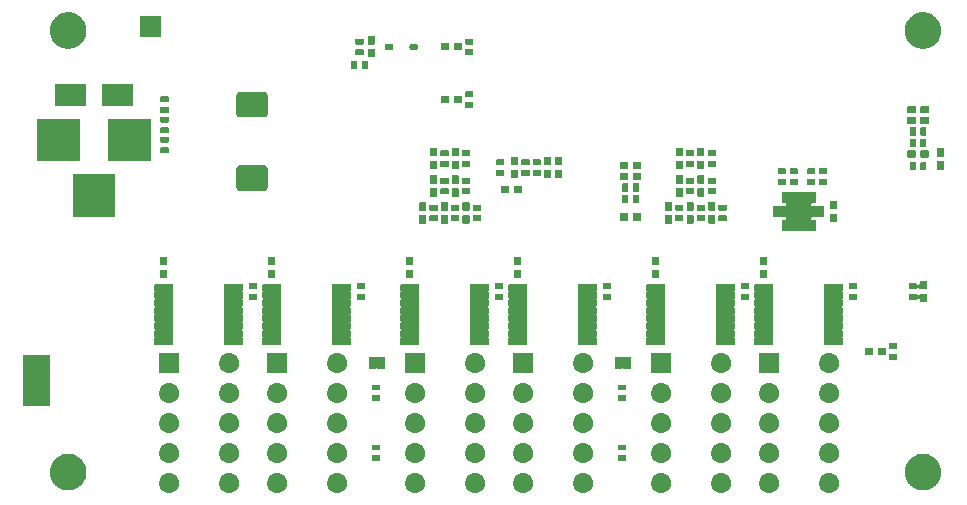
<source format=gbr>
G04 #@! TF.GenerationSoftware,KiCad,Pcbnew,7.0.9*
G04 #@! TF.CreationDate,2024-02-03T10:08:11-06:00*
G04 #@! TF.ProjectId,Stopwatch,53746f70-7761-4746-9368-2e6b69636164,rev?*
G04 #@! TF.SameCoordinates,Original*
G04 #@! TF.FileFunction,Soldermask,Bot*
G04 #@! TF.FilePolarity,Negative*
%FSLAX46Y46*%
G04 Gerber Fmt 4.6, Leading zero omitted, Abs format (unit mm)*
G04 Created by KiCad (PCBNEW 7.0.9) date 2024-02-03 10:08:11*
%MOMM*%
%LPD*%
G01*
G04 APERTURE LIST*
G04 APERTURE END LIST*
G36*
X97894599Y-122506462D02*
G01*
X97942354Y-122506462D01*
X97983594Y-122515227D01*
X98019301Y-122518745D01*
X98064159Y-122532352D01*
X98116373Y-122543451D01*
X98149784Y-122558326D01*
X98178835Y-122567139D01*
X98225002Y-122591815D01*
X98278900Y-122615812D01*
X98303954Y-122634015D01*
X98325853Y-122645720D01*
X98370528Y-122682384D01*
X98422830Y-122720384D01*
X98439811Y-122739243D01*
X98454720Y-122751479D01*
X98494787Y-122800301D01*
X98541873Y-122852595D01*
X98551764Y-122869727D01*
X98560479Y-122880346D01*
X98592706Y-122940640D01*
X98630827Y-123006667D01*
X98635213Y-123020168D01*
X98639060Y-123027364D01*
X98660261Y-123097255D01*
X98685804Y-123175867D01*
X98686703Y-123184423D01*
X98687454Y-123186898D01*
X98694771Y-123261189D01*
X98704400Y-123352800D01*
X98694770Y-123444419D01*
X98687454Y-123518701D01*
X98686703Y-123521175D01*
X98685804Y-123529733D01*
X98660256Y-123608358D01*
X98639060Y-123678235D01*
X98635214Y-123685429D01*
X98630827Y-123698933D01*
X98592699Y-123764972D01*
X98560479Y-123825253D01*
X98551766Y-123835869D01*
X98541873Y-123853005D01*
X98494778Y-123905309D01*
X98454720Y-123954120D01*
X98439814Y-123966352D01*
X98422830Y-123985216D01*
X98370518Y-124023223D01*
X98325853Y-124059879D01*
X98303959Y-124071580D01*
X98278900Y-124089788D01*
X98224991Y-124113789D01*
X98178835Y-124138460D01*
X98149791Y-124147270D01*
X98116373Y-124162149D01*
X98064148Y-124173249D01*
X98019301Y-124186854D01*
X97983603Y-124190370D01*
X97942354Y-124199138D01*
X97894588Y-124199138D01*
X97853400Y-124203195D01*
X97812211Y-124199138D01*
X97764446Y-124199138D01*
X97723197Y-124190370D01*
X97687498Y-124186854D01*
X97642648Y-124173248D01*
X97590427Y-124162149D01*
X97557010Y-124147271D01*
X97527964Y-124138460D01*
X97481802Y-124113786D01*
X97427900Y-124089788D01*
X97402843Y-124071583D01*
X97380946Y-124059879D01*
X97336273Y-124023216D01*
X97283970Y-123985216D01*
X97266988Y-123966355D01*
X97252079Y-123954120D01*
X97212010Y-123905296D01*
X97164927Y-123853005D01*
X97155036Y-123835873D01*
X97146320Y-123825253D01*
X97114087Y-123764948D01*
X97075973Y-123698933D01*
X97071586Y-123685434D01*
X97067739Y-123678235D01*
X97046528Y-123608312D01*
X97020996Y-123529733D01*
X97020097Y-123521180D01*
X97019345Y-123518701D01*
X97012013Y-123444267D01*
X97002400Y-123352800D01*
X97012012Y-123261340D01*
X97019345Y-123186898D01*
X97020097Y-123184418D01*
X97020996Y-123175867D01*
X97046523Y-123097302D01*
X97067739Y-123027364D01*
X97071587Y-123020163D01*
X97075973Y-123006667D01*
X97114080Y-122940663D01*
X97146320Y-122880346D01*
X97155038Y-122869723D01*
X97164927Y-122852595D01*
X97212001Y-122800313D01*
X97252079Y-122751479D01*
X97266991Y-122739240D01*
X97283970Y-122720384D01*
X97336262Y-122682391D01*
X97380946Y-122645720D01*
X97402848Y-122634013D01*
X97427900Y-122615812D01*
X97481791Y-122591818D01*
X97527964Y-122567139D01*
X97557017Y-122558325D01*
X97590427Y-122543451D01*
X97642637Y-122532353D01*
X97687498Y-122518745D01*
X97723206Y-122515227D01*
X97764446Y-122506462D01*
X97812201Y-122506462D01*
X97853400Y-122502404D01*
X97894599Y-122506462D01*
G37*
G36*
X102974599Y-122506462D02*
G01*
X103022354Y-122506462D01*
X103063594Y-122515227D01*
X103099301Y-122518745D01*
X103144159Y-122532352D01*
X103196373Y-122543451D01*
X103229784Y-122558326D01*
X103258835Y-122567139D01*
X103305002Y-122591815D01*
X103358900Y-122615812D01*
X103383954Y-122634015D01*
X103405853Y-122645720D01*
X103450528Y-122682384D01*
X103502830Y-122720384D01*
X103519811Y-122739243D01*
X103534720Y-122751479D01*
X103574787Y-122800301D01*
X103621873Y-122852595D01*
X103631764Y-122869727D01*
X103640479Y-122880346D01*
X103672706Y-122940640D01*
X103710827Y-123006667D01*
X103715213Y-123020168D01*
X103719060Y-123027364D01*
X103740261Y-123097255D01*
X103765804Y-123175867D01*
X103766703Y-123184423D01*
X103767454Y-123186898D01*
X103774771Y-123261189D01*
X103784400Y-123352800D01*
X103774770Y-123444419D01*
X103767454Y-123518701D01*
X103766703Y-123521175D01*
X103765804Y-123529733D01*
X103740256Y-123608358D01*
X103719060Y-123678235D01*
X103715214Y-123685429D01*
X103710827Y-123698933D01*
X103672699Y-123764972D01*
X103640479Y-123825253D01*
X103631766Y-123835869D01*
X103621873Y-123853005D01*
X103574778Y-123905309D01*
X103534720Y-123954120D01*
X103519814Y-123966352D01*
X103502830Y-123985216D01*
X103450518Y-124023223D01*
X103405853Y-124059879D01*
X103383959Y-124071580D01*
X103358900Y-124089788D01*
X103304991Y-124113789D01*
X103258835Y-124138460D01*
X103229791Y-124147270D01*
X103196373Y-124162149D01*
X103144148Y-124173249D01*
X103099301Y-124186854D01*
X103063603Y-124190370D01*
X103022354Y-124199138D01*
X102974588Y-124199138D01*
X102933400Y-124203195D01*
X102892211Y-124199138D01*
X102844446Y-124199138D01*
X102803197Y-124190370D01*
X102767498Y-124186854D01*
X102722648Y-124173248D01*
X102670427Y-124162149D01*
X102637010Y-124147271D01*
X102607964Y-124138460D01*
X102561802Y-124113786D01*
X102507900Y-124089788D01*
X102482843Y-124071583D01*
X102460946Y-124059879D01*
X102416273Y-124023216D01*
X102363970Y-123985216D01*
X102346988Y-123966355D01*
X102332079Y-123954120D01*
X102292010Y-123905296D01*
X102244927Y-123853005D01*
X102235036Y-123835873D01*
X102226320Y-123825253D01*
X102194087Y-123764948D01*
X102155973Y-123698933D01*
X102151586Y-123685434D01*
X102147739Y-123678235D01*
X102126528Y-123608312D01*
X102100996Y-123529733D01*
X102100097Y-123521180D01*
X102099345Y-123518701D01*
X102092013Y-123444267D01*
X102082400Y-123352800D01*
X102092012Y-123261340D01*
X102099345Y-123186898D01*
X102100097Y-123184418D01*
X102100996Y-123175867D01*
X102126523Y-123097302D01*
X102147739Y-123027364D01*
X102151587Y-123020163D01*
X102155973Y-123006667D01*
X102194080Y-122940663D01*
X102226320Y-122880346D01*
X102235038Y-122869723D01*
X102244927Y-122852595D01*
X102292001Y-122800313D01*
X102332079Y-122751479D01*
X102346991Y-122739240D01*
X102363970Y-122720384D01*
X102416262Y-122682391D01*
X102460946Y-122645720D01*
X102482848Y-122634013D01*
X102507900Y-122615812D01*
X102561791Y-122591818D01*
X102607964Y-122567139D01*
X102637017Y-122558325D01*
X102670427Y-122543451D01*
X102722637Y-122532353D01*
X102767498Y-122518745D01*
X102803206Y-122515227D01*
X102844446Y-122506462D01*
X102892201Y-122506462D01*
X102933400Y-122502404D01*
X102974599Y-122506462D01*
G37*
G36*
X107038599Y-122506462D02*
G01*
X107086354Y-122506462D01*
X107127594Y-122515227D01*
X107163301Y-122518745D01*
X107208159Y-122532352D01*
X107260373Y-122543451D01*
X107293784Y-122558326D01*
X107322835Y-122567139D01*
X107369002Y-122591815D01*
X107422900Y-122615812D01*
X107447954Y-122634015D01*
X107469853Y-122645720D01*
X107514528Y-122682384D01*
X107566830Y-122720384D01*
X107583811Y-122739243D01*
X107598720Y-122751479D01*
X107638787Y-122800301D01*
X107685873Y-122852595D01*
X107695764Y-122869727D01*
X107704479Y-122880346D01*
X107736706Y-122940640D01*
X107774827Y-123006667D01*
X107779213Y-123020168D01*
X107783060Y-123027364D01*
X107804261Y-123097255D01*
X107829804Y-123175867D01*
X107830703Y-123184423D01*
X107831454Y-123186898D01*
X107838771Y-123261189D01*
X107848400Y-123352800D01*
X107838770Y-123444419D01*
X107831454Y-123518701D01*
X107830703Y-123521175D01*
X107829804Y-123529733D01*
X107804256Y-123608358D01*
X107783060Y-123678235D01*
X107779214Y-123685429D01*
X107774827Y-123698933D01*
X107736699Y-123764972D01*
X107704479Y-123825253D01*
X107695766Y-123835869D01*
X107685873Y-123853005D01*
X107638778Y-123905309D01*
X107598720Y-123954120D01*
X107583814Y-123966352D01*
X107566830Y-123985216D01*
X107514518Y-124023223D01*
X107469853Y-124059879D01*
X107447959Y-124071580D01*
X107422900Y-124089788D01*
X107368991Y-124113789D01*
X107322835Y-124138460D01*
X107293791Y-124147270D01*
X107260373Y-124162149D01*
X107208148Y-124173249D01*
X107163301Y-124186854D01*
X107127603Y-124190370D01*
X107086354Y-124199138D01*
X107038588Y-124199138D01*
X106997400Y-124203195D01*
X106956211Y-124199138D01*
X106908446Y-124199138D01*
X106867197Y-124190370D01*
X106831498Y-124186854D01*
X106786648Y-124173248D01*
X106734427Y-124162149D01*
X106701010Y-124147271D01*
X106671964Y-124138460D01*
X106625802Y-124113786D01*
X106571900Y-124089788D01*
X106546843Y-124071583D01*
X106524946Y-124059879D01*
X106480273Y-124023216D01*
X106427970Y-123985216D01*
X106410988Y-123966355D01*
X106396079Y-123954120D01*
X106356010Y-123905296D01*
X106308927Y-123853005D01*
X106299036Y-123835873D01*
X106290320Y-123825253D01*
X106258087Y-123764948D01*
X106219973Y-123698933D01*
X106215586Y-123685434D01*
X106211739Y-123678235D01*
X106190528Y-123608312D01*
X106164996Y-123529733D01*
X106164097Y-123521180D01*
X106163345Y-123518701D01*
X106156013Y-123444267D01*
X106146400Y-123352800D01*
X106156012Y-123261340D01*
X106163345Y-123186898D01*
X106164097Y-123184418D01*
X106164996Y-123175867D01*
X106190523Y-123097302D01*
X106211739Y-123027364D01*
X106215587Y-123020163D01*
X106219973Y-123006667D01*
X106258080Y-122940663D01*
X106290320Y-122880346D01*
X106299038Y-122869723D01*
X106308927Y-122852595D01*
X106356001Y-122800313D01*
X106396079Y-122751479D01*
X106410991Y-122739240D01*
X106427970Y-122720384D01*
X106480262Y-122682391D01*
X106524946Y-122645720D01*
X106546848Y-122634013D01*
X106571900Y-122615812D01*
X106625791Y-122591818D01*
X106671964Y-122567139D01*
X106701017Y-122558325D01*
X106734427Y-122543451D01*
X106786637Y-122532353D01*
X106831498Y-122518745D01*
X106867206Y-122515227D01*
X106908446Y-122506462D01*
X106956201Y-122506462D01*
X106997400Y-122502404D01*
X107038599Y-122506462D01*
G37*
G36*
X112118599Y-122506462D02*
G01*
X112166354Y-122506462D01*
X112207594Y-122515227D01*
X112243301Y-122518745D01*
X112288159Y-122532352D01*
X112340373Y-122543451D01*
X112373784Y-122558326D01*
X112402835Y-122567139D01*
X112449002Y-122591815D01*
X112502900Y-122615812D01*
X112527954Y-122634015D01*
X112549853Y-122645720D01*
X112594528Y-122682384D01*
X112646830Y-122720384D01*
X112663811Y-122739243D01*
X112678720Y-122751479D01*
X112718787Y-122800301D01*
X112765873Y-122852595D01*
X112775764Y-122869727D01*
X112784479Y-122880346D01*
X112816706Y-122940640D01*
X112854827Y-123006667D01*
X112859213Y-123020168D01*
X112863060Y-123027364D01*
X112884261Y-123097255D01*
X112909804Y-123175867D01*
X112910703Y-123184423D01*
X112911454Y-123186898D01*
X112918771Y-123261189D01*
X112928400Y-123352800D01*
X112918770Y-123444419D01*
X112911454Y-123518701D01*
X112910703Y-123521175D01*
X112909804Y-123529733D01*
X112884256Y-123608358D01*
X112863060Y-123678235D01*
X112859214Y-123685429D01*
X112854827Y-123698933D01*
X112816699Y-123764972D01*
X112784479Y-123825253D01*
X112775766Y-123835869D01*
X112765873Y-123853005D01*
X112718778Y-123905309D01*
X112678720Y-123954120D01*
X112663814Y-123966352D01*
X112646830Y-123985216D01*
X112594518Y-124023223D01*
X112549853Y-124059879D01*
X112527959Y-124071580D01*
X112502900Y-124089788D01*
X112448991Y-124113789D01*
X112402835Y-124138460D01*
X112373791Y-124147270D01*
X112340373Y-124162149D01*
X112288148Y-124173249D01*
X112243301Y-124186854D01*
X112207603Y-124190370D01*
X112166354Y-124199138D01*
X112118588Y-124199138D01*
X112077400Y-124203195D01*
X112036211Y-124199138D01*
X111988446Y-124199138D01*
X111947197Y-124190370D01*
X111911498Y-124186854D01*
X111866648Y-124173248D01*
X111814427Y-124162149D01*
X111781010Y-124147271D01*
X111751964Y-124138460D01*
X111705802Y-124113786D01*
X111651900Y-124089788D01*
X111626843Y-124071583D01*
X111604946Y-124059879D01*
X111560273Y-124023216D01*
X111507970Y-123985216D01*
X111490988Y-123966355D01*
X111476079Y-123954120D01*
X111436010Y-123905296D01*
X111388927Y-123853005D01*
X111379036Y-123835873D01*
X111370320Y-123825253D01*
X111338087Y-123764948D01*
X111299973Y-123698933D01*
X111295586Y-123685434D01*
X111291739Y-123678235D01*
X111270528Y-123608312D01*
X111244996Y-123529733D01*
X111244097Y-123521180D01*
X111243345Y-123518701D01*
X111236013Y-123444267D01*
X111226400Y-123352800D01*
X111236012Y-123261340D01*
X111243345Y-123186898D01*
X111244097Y-123184418D01*
X111244996Y-123175867D01*
X111270523Y-123097302D01*
X111291739Y-123027364D01*
X111295587Y-123020163D01*
X111299973Y-123006667D01*
X111338080Y-122940663D01*
X111370320Y-122880346D01*
X111379038Y-122869723D01*
X111388927Y-122852595D01*
X111436001Y-122800313D01*
X111476079Y-122751479D01*
X111490991Y-122739240D01*
X111507970Y-122720384D01*
X111560262Y-122682391D01*
X111604946Y-122645720D01*
X111626848Y-122634013D01*
X111651900Y-122615812D01*
X111705791Y-122591818D01*
X111751964Y-122567139D01*
X111781017Y-122558325D01*
X111814427Y-122543451D01*
X111866637Y-122532353D01*
X111911498Y-122518745D01*
X111947206Y-122515227D01*
X111988446Y-122506462D01*
X112036201Y-122506462D01*
X112077400Y-122502404D01*
X112118599Y-122506462D01*
G37*
G36*
X118722599Y-122506462D02*
G01*
X118770354Y-122506462D01*
X118811594Y-122515227D01*
X118847301Y-122518745D01*
X118892159Y-122532352D01*
X118944373Y-122543451D01*
X118977784Y-122558326D01*
X119006835Y-122567139D01*
X119053002Y-122591815D01*
X119106900Y-122615812D01*
X119131954Y-122634015D01*
X119153853Y-122645720D01*
X119198528Y-122682384D01*
X119250830Y-122720384D01*
X119267811Y-122739243D01*
X119282720Y-122751479D01*
X119322787Y-122800301D01*
X119369873Y-122852595D01*
X119379764Y-122869727D01*
X119388479Y-122880346D01*
X119420706Y-122940640D01*
X119458827Y-123006667D01*
X119463213Y-123020168D01*
X119467060Y-123027364D01*
X119488261Y-123097255D01*
X119513804Y-123175867D01*
X119514703Y-123184423D01*
X119515454Y-123186898D01*
X119522771Y-123261189D01*
X119532400Y-123352800D01*
X119522770Y-123444419D01*
X119515454Y-123518701D01*
X119514703Y-123521175D01*
X119513804Y-123529733D01*
X119488256Y-123608358D01*
X119467060Y-123678235D01*
X119463214Y-123685429D01*
X119458827Y-123698933D01*
X119420699Y-123764972D01*
X119388479Y-123825253D01*
X119379766Y-123835869D01*
X119369873Y-123853005D01*
X119322778Y-123905309D01*
X119282720Y-123954120D01*
X119267814Y-123966352D01*
X119250830Y-123985216D01*
X119198518Y-124023223D01*
X119153853Y-124059879D01*
X119131959Y-124071580D01*
X119106900Y-124089788D01*
X119052991Y-124113789D01*
X119006835Y-124138460D01*
X118977791Y-124147270D01*
X118944373Y-124162149D01*
X118892148Y-124173249D01*
X118847301Y-124186854D01*
X118811603Y-124190370D01*
X118770354Y-124199138D01*
X118722588Y-124199138D01*
X118681400Y-124203195D01*
X118640211Y-124199138D01*
X118592446Y-124199138D01*
X118551197Y-124190370D01*
X118515498Y-124186854D01*
X118470648Y-124173248D01*
X118418427Y-124162149D01*
X118385010Y-124147271D01*
X118355964Y-124138460D01*
X118309802Y-124113786D01*
X118255900Y-124089788D01*
X118230843Y-124071583D01*
X118208946Y-124059879D01*
X118164273Y-124023216D01*
X118111970Y-123985216D01*
X118094988Y-123966355D01*
X118080079Y-123954120D01*
X118040010Y-123905296D01*
X117992927Y-123853005D01*
X117983036Y-123835873D01*
X117974320Y-123825253D01*
X117942087Y-123764948D01*
X117903973Y-123698933D01*
X117899586Y-123685434D01*
X117895739Y-123678235D01*
X117874528Y-123608312D01*
X117848996Y-123529733D01*
X117848097Y-123521180D01*
X117847345Y-123518701D01*
X117840013Y-123444267D01*
X117830400Y-123352800D01*
X117840012Y-123261340D01*
X117847345Y-123186898D01*
X117848097Y-123184418D01*
X117848996Y-123175867D01*
X117874523Y-123097302D01*
X117895739Y-123027364D01*
X117899587Y-123020163D01*
X117903973Y-123006667D01*
X117942080Y-122940663D01*
X117974320Y-122880346D01*
X117983038Y-122869723D01*
X117992927Y-122852595D01*
X118040001Y-122800313D01*
X118080079Y-122751479D01*
X118094991Y-122739240D01*
X118111970Y-122720384D01*
X118164262Y-122682391D01*
X118208946Y-122645720D01*
X118230848Y-122634013D01*
X118255900Y-122615812D01*
X118309791Y-122591818D01*
X118355964Y-122567139D01*
X118385017Y-122558325D01*
X118418427Y-122543451D01*
X118470637Y-122532353D01*
X118515498Y-122518745D01*
X118551206Y-122515227D01*
X118592446Y-122506462D01*
X118640201Y-122506462D01*
X118681400Y-122502404D01*
X118722599Y-122506462D01*
G37*
G36*
X123802599Y-122506462D02*
G01*
X123850354Y-122506462D01*
X123891594Y-122515227D01*
X123927301Y-122518745D01*
X123972159Y-122532352D01*
X124024373Y-122543451D01*
X124057784Y-122558326D01*
X124086835Y-122567139D01*
X124133002Y-122591815D01*
X124186900Y-122615812D01*
X124211954Y-122634015D01*
X124233853Y-122645720D01*
X124278528Y-122682384D01*
X124330830Y-122720384D01*
X124347811Y-122739243D01*
X124362720Y-122751479D01*
X124402787Y-122800301D01*
X124449873Y-122852595D01*
X124459764Y-122869727D01*
X124468479Y-122880346D01*
X124500706Y-122940640D01*
X124538827Y-123006667D01*
X124543213Y-123020168D01*
X124547060Y-123027364D01*
X124568261Y-123097255D01*
X124593804Y-123175867D01*
X124594703Y-123184423D01*
X124595454Y-123186898D01*
X124602771Y-123261189D01*
X124612400Y-123352800D01*
X124602770Y-123444419D01*
X124595454Y-123518701D01*
X124594703Y-123521175D01*
X124593804Y-123529733D01*
X124568256Y-123608358D01*
X124547060Y-123678235D01*
X124543214Y-123685429D01*
X124538827Y-123698933D01*
X124500699Y-123764972D01*
X124468479Y-123825253D01*
X124459766Y-123835869D01*
X124449873Y-123853005D01*
X124402778Y-123905309D01*
X124362720Y-123954120D01*
X124347814Y-123966352D01*
X124330830Y-123985216D01*
X124278518Y-124023223D01*
X124233853Y-124059879D01*
X124211959Y-124071580D01*
X124186900Y-124089788D01*
X124132991Y-124113789D01*
X124086835Y-124138460D01*
X124057791Y-124147270D01*
X124024373Y-124162149D01*
X123972148Y-124173249D01*
X123927301Y-124186854D01*
X123891603Y-124190370D01*
X123850354Y-124199138D01*
X123802588Y-124199138D01*
X123761400Y-124203195D01*
X123720211Y-124199138D01*
X123672446Y-124199138D01*
X123631197Y-124190370D01*
X123595498Y-124186854D01*
X123550648Y-124173248D01*
X123498427Y-124162149D01*
X123465010Y-124147271D01*
X123435964Y-124138460D01*
X123389802Y-124113786D01*
X123335900Y-124089788D01*
X123310843Y-124071583D01*
X123288946Y-124059879D01*
X123244273Y-124023216D01*
X123191970Y-123985216D01*
X123174988Y-123966355D01*
X123160079Y-123954120D01*
X123120010Y-123905296D01*
X123072927Y-123853005D01*
X123063036Y-123835873D01*
X123054320Y-123825253D01*
X123022087Y-123764948D01*
X122983973Y-123698933D01*
X122979586Y-123685434D01*
X122975739Y-123678235D01*
X122954528Y-123608312D01*
X122928996Y-123529733D01*
X122928097Y-123521180D01*
X122927345Y-123518701D01*
X122920013Y-123444267D01*
X122910400Y-123352800D01*
X122920012Y-123261340D01*
X122927345Y-123186898D01*
X122928097Y-123184418D01*
X122928996Y-123175867D01*
X122954523Y-123097302D01*
X122975739Y-123027364D01*
X122979587Y-123020163D01*
X122983973Y-123006667D01*
X123022080Y-122940663D01*
X123054320Y-122880346D01*
X123063038Y-122869723D01*
X123072927Y-122852595D01*
X123120001Y-122800313D01*
X123160079Y-122751479D01*
X123174991Y-122739240D01*
X123191970Y-122720384D01*
X123244262Y-122682391D01*
X123288946Y-122645720D01*
X123310848Y-122634013D01*
X123335900Y-122615812D01*
X123389791Y-122591818D01*
X123435964Y-122567139D01*
X123465017Y-122558325D01*
X123498427Y-122543451D01*
X123550637Y-122532353D01*
X123595498Y-122518745D01*
X123631206Y-122515227D01*
X123672446Y-122506462D01*
X123720201Y-122506462D01*
X123761400Y-122502404D01*
X123802599Y-122506462D01*
G37*
G36*
X127866599Y-122506462D02*
G01*
X127914354Y-122506462D01*
X127955594Y-122515227D01*
X127991301Y-122518745D01*
X128036159Y-122532352D01*
X128088373Y-122543451D01*
X128121784Y-122558326D01*
X128150835Y-122567139D01*
X128197002Y-122591815D01*
X128250900Y-122615812D01*
X128275954Y-122634015D01*
X128297853Y-122645720D01*
X128342528Y-122682384D01*
X128394830Y-122720384D01*
X128411811Y-122739243D01*
X128426720Y-122751479D01*
X128466787Y-122800301D01*
X128513873Y-122852595D01*
X128523764Y-122869727D01*
X128532479Y-122880346D01*
X128564706Y-122940640D01*
X128602827Y-123006667D01*
X128607213Y-123020168D01*
X128611060Y-123027364D01*
X128632261Y-123097255D01*
X128657804Y-123175867D01*
X128658703Y-123184423D01*
X128659454Y-123186898D01*
X128666771Y-123261189D01*
X128676400Y-123352800D01*
X128666770Y-123444419D01*
X128659454Y-123518701D01*
X128658703Y-123521175D01*
X128657804Y-123529733D01*
X128632256Y-123608358D01*
X128611060Y-123678235D01*
X128607214Y-123685429D01*
X128602827Y-123698933D01*
X128564699Y-123764972D01*
X128532479Y-123825253D01*
X128523766Y-123835869D01*
X128513873Y-123853005D01*
X128466778Y-123905309D01*
X128426720Y-123954120D01*
X128411814Y-123966352D01*
X128394830Y-123985216D01*
X128342518Y-124023223D01*
X128297853Y-124059879D01*
X128275959Y-124071580D01*
X128250900Y-124089788D01*
X128196991Y-124113789D01*
X128150835Y-124138460D01*
X128121791Y-124147270D01*
X128088373Y-124162149D01*
X128036148Y-124173249D01*
X127991301Y-124186854D01*
X127955603Y-124190370D01*
X127914354Y-124199138D01*
X127866588Y-124199138D01*
X127825400Y-124203195D01*
X127784211Y-124199138D01*
X127736446Y-124199138D01*
X127695197Y-124190370D01*
X127659498Y-124186854D01*
X127614648Y-124173248D01*
X127562427Y-124162149D01*
X127529010Y-124147271D01*
X127499964Y-124138460D01*
X127453802Y-124113786D01*
X127399900Y-124089788D01*
X127374843Y-124071583D01*
X127352946Y-124059879D01*
X127308273Y-124023216D01*
X127255970Y-123985216D01*
X127238988Y-123966355D01*
X127224079Y-123954120D01*
X127184010Y-123905296D01*
X127136927Y-123853005D01*
X127127036Y-123835873D01*
X127118320Y-123825253D01*
X127086087Y-123764948D01*
X127047973Y-123698933D01*
X127043586Y-123685434D01*
X127039739Y-123678235D01*
X127018528Y-123608312D01*
X126992996Y-123529733D01*
X126992097Y-123521180D01*
X126991345Y-123518701D01*
X126984013Y-123444267D01*
X126974400Y-123352800D01*
X126984012Y-123261340D01*
X126991345Y-123186898D01*
X126992097Y-123184418D01*
X126992996Y-123175867D01*
X127018523Y-123097302D01*
X127039739Y-123027364D01*
X127043587Y-123020163D01*
X127047973Y-123006667D01*
X127086080Y-122940663D01*
X127118320Y-122880346D01*
X127127038Y-122869723D01*
X127136927Y-122852595D01*
X127184001Y-122800313D01*
X127224079Y-122751479D01*
X127238991Y-122739240D01*
X127255970Y-122720384D01*
X127308262Y-122682391D01*
X127352946Y-122645720D01*
X127374848Y-122634013D01*
X127399900Y-122615812D01*
X127453791Y-122591818D01*
X127499964Y-122567139D01*
X127529017Y-122558325D01*
X127562427Y-122543451D01*
X127614637Y-122532353D01*
X127659498Y-122518745D01*
X127695206Y-122515227D01*
X127736446Y-122506462D01*
X127784201Y-122506462D01*
X127825400Y-122502404D01*
X127866599Y-122506462D01*
G37*
G36*
X132946599Y-122506462D02*
G01*
X132994354Y-122506462D01*
X133035594Y-122515227D01*
X133071301Y-122518745D01*
X133116159Y-122532352D01*
X133168373Y-122543451D01*
X133201784Y-122558326D01*
X133230835Y-122567139D01*
X133277002Y-122591815D01*
X133330900Y-122615812D01*
X133355954Y-122634015D01*
X133377853Y-122645720D01*
X133422528Y-122682384D01*
X133474830Y-122720384D01*
X133491811Y-122739243D01*
X133506720Y-122751479D01*
X133546787Y-122800301D01*
X133593873Y-122852595D01*
X133603764Y-122869727D01*
X133612479Y-122880346D01*
X133644706Y-122940640D01*
X133682827Y-123006667D01*
X133687213Y-123020168D01*
X133691060Y-123027364D01*
X133712261Y-123097255D01*
X133737804Y-123175867D01*
X133738703Y-123184423D01*
X133739454Y-123186898D01*
X133746771Y-123261189D01*
X133756400Y-123352800D01*
X133746770Y-123444419D01*
X133739454Y-123518701D01*
X133738703Y-123521175D01*
X133737804Y-123529733D01*
X133712256Y-123608358D01*
X133691060Y-123678235D01*
X133687214Y-123685429D01*
X133682827Y-123698933D01*
X133644699Y-123764972D01*
X133612479Y-123825253D01*
X133603766Y-123835869D01*
X133593873Y-123853005D01*
X133546778Y-123905309D01*
X133506720Y-123954120D01*
X133491814Y-123966352D01*
X133474830Y-123985216D01*
X133422518Y-124023223D01*
X133377853Y-124059879D01*
X133355959Y-124071580D01*
X133330900Y-124089788D01*
X133276991Y-124113789D01*
X133230835Y-124138460D01*
X133201791Y-124147270D01*
X133168373Y-124162149D01*
X133116148Y-124173249D01*
X133071301Y-124186854D01*
X133035603Y-124190370D01*
X132994354Y-124199138D01*
X132946588Y-124199138D01*
X132905400Y-124203195D01*
X132864211Y-124199138D01*
X132816446Y-124199138D01*
X132775197Y-124190370D01*
X132739498Y-124186854D01*
X132694648Y-124173248D01*
X132642427Y-124162149D01*
X132609010Y-124147271D01*
X132579964Y-124138460D01*
X132533802Y-124113786D01*
X132479900Y-124089788D01*
X132454843Y-124071583D01*
X132432946Y-124059879D01*
X132388273Y-124023216D01*
X132335970Y-123985216D01*
X132318988Y-123966355D01*
X132304079Y-123954120D01*
X132264010Y-123905296D01*
X132216927Y-123853005D01*
X132207036Y-123835873D01*
X132198320Y-123825253D01*
X132166087Y-123764948D01*
X132127973Y-123698933D01*
X132123586Y-123685434D01*
X132119739Y-123678235D01*
X132098528Y-123608312D01*
X132072996Y-123529733D01*
X132072097Y-123521180D01*
X132071345Y-123518701D01*
X132064013Y-123444267D01*
X132054400Y-123352800D01*
X132064012Y-123261340D01*
X132071345Y-123186898D01*
X132072097Y-123184418D01*
X132072996Y-123175867D01*
X132098523Y-123097302D01*
X132119739Y-123027364D01*
X132123587Y-123020163D01*
X132127973Y-123006667D01*
X132166080Y-122940663D01*
X132198320Y-122880346D01*
X132207038Y-122869723D01*
X132216927Y-122852595D01*
X132264001Y-122800313D01*
X132304079Y-122751479D01*
X132318991Y-122739240D01*
X132335970Y-122720384D01*
X132388262Y-122682391D01*
X132432946Y-122645720D01*
X132454848Y-122634013D01*
X132479900Y-122615812D01*
X132533791Y-122591818D01*
X132579964Y-122567139D01*
X132609017Y-122558325D01*
X132642427Y-122543451D01*
X132694637Y-122532353D01*
X132739498Y-122518745D01*
X132775206Y-122515227D01*
X132816446Y-122506462D01*
X132864201Y-122506462D01*
X132905400Y-122502404D01*
X132946599Y-122506462D01*
G37*
G36*
X139550599Y-122506462D02*
G01*
X139598354Y-122506462D01*
X139639594Y-122515227D01*
X139675301Y-122518745D01*
X139720159Y-122532352D01*
X139772373Y-122543451D01*
X139805784Y-122558326D01*
X139834835Y-122567139D01*
X139881002Y-122591815D01*
X139934900Y-122615812D01*
X139959954Y-122634015D01*
X139981853Y-122645720D01*
X140026528Y-122682384D01*
X140078830Y-122720384D01*
X140095811Y-122739243D01*
X140110720Y-122751479D01*
X140150787Y-122800301D01*
X140197873Y-122852595D01*
X140207764Y-122869727D01*
X140216479Y-122880346D01*
X140248706Y-122940640D01*
X140286827Y-123006667D01*
X140291213Y-123020168D01*
X140295060Y-123027364D01*
X140316261Y-123097255D01*
X140341804Y-123175867D01*
X140342703Y-123184423D01*
X140343454Y-123186898D01*
X140350771Y-123261189D01*
X140360400Y-123352800D01*
X140350770Y-123444419D01*
X140343454Y-123518701D01*
X140342703Y-123521175D01*
X140341804Y-123529733D01*
X140316256Y-123608358D01*
X140295060Y-123678235D01*
X140291214Y-123685429D01*
X140286827Y-123698933D01*
X140248699Y-123764972D01*
X140216479Y-123825253D01*
X140207766Y-123835869D01*
X140197873Y-123853005D01*
X140150778Y-123905309D01*
X140110720Y-123954120D01*
X140095814Y-123966352D01*
X140078830Y-123985216D01*
X140026518Y-124023223D01*
X139981853Y-124059879D01*
X139959959Y-124071580D01*
X139934900Y-124089788D01*
X139880991Y-124113789D01*
X139834835Y-124138460D01*
X139805791Y-124147270D01*
X139772373Y-124162149D01*
X139720148Y-124173249D01*
X139675301Y-124186854D01*
X139639603Y-124190370D01*
X139598354Y-124199138D01*
X139550588Y-124199138D01*
X139509400Y-124203195D01*
X139468211Y-124199138D01*
X139420446Y-124199138D01*
X139379197Y-124190370D01*
X139343498Y-124186854D01*
X139298648Y-124173248D01*
X139246427Y-124162149D01*
X139213010Y-124147271D01*
X139183964Y-124138460D01*
X139137802Y-124113786D01*
X139083900Y-124089788D01*
X139058843Y-124071583D01*
X139036946Y-124059879D01*
X138992273Y-124023216D01*
X138939970Y-123985216D01*
X138922988Y-123966355D01*
X138908079Y-123954120D01*
X138868010Y-123905296D01*
X138820927Y-123853005D01*
X138811036Y-123835873D01*
X138802320Y-123825253D01*
X138770087Y-123764948D01*
X138731973Y-123698933D01*
X138727586Y-123685434D01*
X138723739Y-123678235D01*
X138702528Y-123608312D01*
X138676996Y-123529733D01*
X138676097Y-123521180D01*
X138675345Y-123518701D01*
X138668013Y-123444267D01*
X138658400Y-123352800D01*
X138668012Y-123261340D01*
X138675345Y-123186898D01*
X138676097Y-123184418D01*
X138676996Y-123175867D01*
X138702523Y-123097302D01*
X138723739Y-123027364D01*
X138727587Y-123020163D01*
X138731973Y-123006667D01*
X138770080Y-122940663D01*
X138802320Y-122880346D01*
X138811038Y-122869723D01*
X138820927Y-122852595D01*
X138868001Y-122800313D01*
X138908079Y-122751479D01*
X138922991Y-122739240D01*
X138939970Y-122720384D01*
X138992262Y-122682391D01*
X139036946Y-122645720D01*
X139058848Y-122634013D01*
X139083900Y-122615812D01*
X139137791Y-122591818D01*
X139183964Y-122567139D01*
X139213017Y-122558325D01*
X139246427Y-122543451D01*
X139298637Y-122532353D01*
X139343498Y-122518745D01*
X139379206Y-122515227D01*
X139420446Y-122506462D01*
X139468201Y-122506462D01*
X139509400Y-122502404D01*
X139550599Y-122506462D01*
G37*
G36*
X144630599Y-122506462D02*
G01*
X144678354Y-122506462D01*
X144719594Y-122515227D01*
X144755301Y-122518745D01*
X144800159Y-122532352D01*
X144852373Y-122543451D01*
X144885784Y-122558326D01*
X144914835Y-122567139D01*
X144961002Y-122591815D01*
X145014900Y-122615812D01*
X145039954Y-122634015D01*
X145061853Y-122645720D01*
X145106528Y-122682384D01*
X145158830Y-122720384D01*
X145175811Y-122739243D01*
X145190720Y-122751479D01*
X145230787Y-122800301D01*
X145277873Y-122852595D01*
X145287764Y-122869727D01*
X145296479Y-122880346D01*
X145328706Y-122940640D01*
X145366827Y-123006667D01*
X145371213Y-123020168D01*
X145375060Y-123027364D01*
X145396261Y-123097255D01*
X145421804Y-123175867D01*
X145422703Y-123184423D01*
X145423454Y-123186898D01*
X145430771Y-123261189D01*
X145440400Y-123352800D01*
X145430770Y-123444419D01*
X145423454Y-123518701D01*
X145422703Y-123521175D01*
X145421804Y-123529733D01*
X145396256Y-123608358D01*
X145375060Y-123678235D01*
X145371214Y-123685429D01*
X145366827Y-123698933D01*
X145328699Y-123764972D01*
X145296479Y-123825253D01*
X145287766Y-123835869D01*
X145277873Y-123853005D01*
X145230778Y-123905309D01*
X145190720Y-123954120D01*
X145175814Y-123966352D01*
X145158830Y-123985216D01*
X145106518Y-124023223D01*
X145061853Y-124059879D01*
X145039959Y-124071580D01*
X145014900Y-124089788D01*
X144960991Y-124113789D01*
X144914835Y-124138460D01*
X144885791Y-124147270D01*
X144852373Y-124162149D01*
X144800148Y-124173249D01*
X144755301Y-124186854D01*
X144719603Y-124190370D01*
X144678354Y-124199138D01*
X144630588Y-124199138D01*
X144589400Y-124203195D01*
X144548211Y-124199138D01*
X144500446Y-124199138D01*
X144459197Y-124190370D01*
X144423498Y-124186854D01*
X144378648Y-124173248D01*
X144326427Y-124162149D01*
X144293010Y-124147271D01*
X144263964Y-124138460D01*
X144217802Y-124113786D01*
X144163900Y-124089788D01*
X144138843Y-124071583D01*
X144116946Y-124059879D01*
X144072273Y-124023216D01*
X144019970Y-123985216D01*
X144002988Y-123966355D01*
X143988079Y-123954120D01*
X143948010Y-123905296D01*
X143900927Y-123853005D01*
X143891036Y-123835873D01*
X143882320Y-123825253D01*
X143850087Y-123764948D01*
X143811973Y-123698933D01*
X143807586Y-123685434D01*
X143803739Y-123678235D01*
X143782528Y-123608312D01*
X143756996Y-123529733D01*
X143756097Y-123521180D01*
X143755345Y-123518701D01*
X143748013Y-123444267D01*
X143738400Y-123352800D01*
X143748012Y-123261340D01*
X143755345Y-123186898D01*
X143756097Y-123184418D01*
X143756996Y-123175867D01*
X143782523Y-123097302D01*
X143803739Y-123027364D01*
X143807587Y-123020163D01*
X143811973Y-123006667D01*
X143850080Y-122940663D01*
X143882320Y-122880346D01*
X143891038Y-122869723D01*
X143900927Y-122852595D01*
X143948001Y-122800313D01*
X143988079Y-122751479D01*
X144002991Y-122739240D01*
X144019970Y-122720384D01*
X144072262Y-122682391D01*
X144116946Y-122645720D01*
X144138848Y-122634013D01*
X144163900Y-122615812D01*
X144217791Y-122591818D01*
X144263964Y-122567139D01*
X144293017Y-122558325D01*
X144326427Y-122543451D01*
X144378637Y-122532353D01*
X144423498Y-122518745D01*
X144459206Y-122515227D01*
X144500446Y-122506462D01*
X144548201Y-122506462D01*
X144589400Y-122502404D01*
X144630599Y-122506462D01*
G37*
G36*
X148694599Y-122506462D02*
G01*
X148742354Y-122506462D01*
X148783594Y-122515227D01*
X148819301Y-122518745D01*
X148864159Y-122532352D01*
X148916373Y-122543451D01*
X148949784Y-122558326D01*
X148978835Y-122567139D01*
X149025002Y-122591815D01*
X149078900Y-122615812D01*
X149103954Y-122634015D01*
X149125853Y-122645720D01*
X149170528Y-122682384D01*
X149222830Y-122720384D01*
X149239811Y-122739243D01*
X149254720Y-122751479D01*
X149294787Y-122800301D01*
X149341873Y-122852595D01*
X149351764Y-122869727D01*
X149360479Y-122880346D01*
X149392706Y-122940640D01*
X149430827Y-123006667D01*
X149435213Y-123020168D01*
X149439060Y-123027364D01*
X149460261Y-123097255D01*
X149485804Y-123175867D01*
X149486703Y-123184423D01*
X149487454Y-123186898D01*
X149494771Y-123261189D01*
X149504400Y-123352800D01*
X149494770Y-123444419D01*
X149487454Y-123518701D01*
X149486703Y-123521175D01*
X149485804Y-123529733D01*
X149460256Y-123608358D01*
X149439060Y-123678235D01*
X149435214Y-123685429D01*
X149430827Y-123698933D01*
X149392699Y-123764972D01*
X149360479Y-123825253D01*
X149351766Y-123835869D01*
X149341873Y-123853005D01*
X149294778Y-123905309D01*
X149254720Y-123954120D01*
X149239814Y-123966352D01*
X149222830Y-123985216D01*
X149170518Y-124023223D01*
X149125853Y-124059879D01*
X149103959Y-124071580D01*
X149078900Y-124089788D01*
X149024991Y-124113789D01*
X148978835Y-124138460D01*
X148949791Y-124147270D01*
X148916373Y-124162149D01*
X148864148Y-124173249D01*
X148819301Y-124186854D01*
X148783603Y-124190370D01*
X148742354Y-124199138D01*
X148694588Y-124199138D01*
X148653400Y-124203195D01*
X148612211Y-124199138D01*
X148564446Y-124199138D01*
X148523197Y-124190370D01*
X148487498Y-124186854D01*
X148442648Y-124173248D01*
X148390427Y-124162149D01*
X148357010Y-124147271D01*
X148327964Y-124138460D01*
X148281802Y-124113786D01*
X148227900Y-124089788D01*
X148202843Y-124071583D01*
X148180946Y-124059879D01*
X148136273Y-124023216D01*
X148083970Y-123985216D01*
X148066988Y-123966355D01*
X148052079Y-123954120D01*
X148012010Y-123905296D01*
X147964927Y-123853005D01*
X147955036Y-123835873D01*
X147946320Y-123825253D01*
X147914087Y-123764948D01*
X147875973Y-123698933D01*
X147871586Y-123685434D01*
X147867739Y-123678235D01*
X147846528Y-123608312D01*
X147820996Y-123529733D01*
X147820097Y-123521180D01*
X147819345Y-123518701D01*
X147812013Y-123444267D01*
X147802400Y-123352800D01*
X147812012Y-123261340D01*
X147819345Y-123186898D01*
X147820097Y-123184418D01*
X147820996Y-123175867D01*
X147846523Y-123097302D01*
X147867739Y-123027364D01*
X147871587Y-123020163D01*
X147875973Y-123006667D01*
X147914080Y-122940663D01*
X147946320Y-122880346D01*
X147955038Y-122869723D01*
X147964927Y-122852595D01*
X148012001Y-122800313D01*
X148052079Y-122751479D01*
X148066991Y-122739240D01*
X148083970Y-122720384D01*
X148136262Y-122682391D01*
X148180946Y-122645720D01*
X148202848Y-122634013D01*
X148227900Y-122615812D01*
X148281791Y-122591818D01*
X148327964Y-122567139D01*
X148357017Y-122558325D01*
X148390427Y-122543451D01*
X148442637Y-122532353D01*
X148487498Y-122518745D01*
X148523206Y-122515227D01*
X148564446Y-122506462D01*
X148612201Y-122506462D01*
X148653400Y-122502404D01*
X148694599Y-122506462D01*
G37*
G36*
X153774599Y-122506462D02*
G01*
X153822354Y-122506462D01*
X153863594Y-122515227D01*
X153899301Y-122518745D01*
X153944159Y-122532352D01*
X153996373Y-122543451D01*
X154029784Y-122558326D01*
X154058835Y-122567139D01*
X154105002Y-122591815D01*
X154158900Y-122615812D01*
X154183954Y-122634015D01*
X154205853Y-122645720D01*
X154250528Y-122682384D01*
X154302830Y-122720384D01*
X154319811Y-122739243D01*
X154334720Y-122751479D01*
X154374787Y-122800301D01*
X154421873Y-122852595D01*
X154431764Y-122869727D01*
X154440479Y-122880346D01*
X154472706Y-122940640D01*
X154510827Y-123006667D01*
X154515213Y-123020168D01*
X154519060Y-123027364D01*
X154540261Y-123097255D01*
X154565804Y-123175867D01*
X154566703Y-123184423D01*
X154567454Y-123186898D01*
X154574771Y-123261189D01*
X154584400Y-123352800D01*
X154574770Y-123444419D01*
X154567454Y-123518701D01*
X154566703Y-123521175D01*
X154565804Y-123529733D01*
X154540256Y-123608358D01*
X154519060Y-123678235D01*
X154515214Y-123685429D01*
X154510827Y-123698933D01*
X154472699Y-123764972D01*
X154440479Y-123825253D01*
X154431766Y-123835869D01*
X154421873Y-123853005D01*
X154374778Y-123905309D01*
X154334720Y-123954120D01*
X154319814Y-123966352D01*
X154302830Y-123985216D01*
X154250518Y-124023223D01*
X154205853Y-124059879D01*
X154183959Y-124071580D01*
X154158900Y-124089788D01*
X154104991Y-124113789D01*
X154058835Y-124138460D01*
X154029791Y-124147270D01*
X153996373Y-124162149D01*
X153944148Y-124173249D01*
X153899301Y-124186854D01*
X153863603Y-124190370D01*
X153822354Y-124199138D01*
X153774588Y-124199138D01*
X153733400Y-124203195D01*
X153692211Y-124199138D01*
X153644446Y-124199138D01*
X153603197Y-124190370D01*
X153567498Y-124186854D01*
X153522648Y-124173248D01*
X153470427Y-124162149D01*
X153437010Y-124147271D01*
X153407964Y-124138460D01*
X153361802Y-124113786D01*
X153307900Y-124089788D01*
X153282843Y-124071583D01*
X153260946Y-124059879D01*
X153216273Y-124023216D01*
X153163970Y-123985216D01*
X153146988Y-123966355D01*
X153132079Y-123954120D01*
X153092010Y-123905296D01*
X153044927Y-123853005D01*
X153035036Y-123835873D01*
X153026320Y-123825253D01*
X152994087Y-123764948D01*
X152955973Y-123698933D01*
X152951586Y-123685434D01*
X152947739Y-123678235D01*
X152926528Y-123608312D01*
X152900996Y-123529733D01*
X152900097Y-123521180D01*
X152899345Y-123518701D01*
X152892013Y-123444267D01*
X152882400Y-123352800D01*
X152892012Y-123261340D01*
X152899345Y-123186898D01*
X152900097Y-123184418D01*
X152900996Y-123175867D01*
X152926523Y-123097302D01*
X152947739Y-123027364D01*
X152951587Y-123020163D01*
X152955973Y-123006667D01*
X152994080Y-122940663D01*
X153026320Y-122880346D01*
X153035038Y-122869723D01*
X153044927Y-122852595D01*
X153092001Y-122800313D01*
X153132079Y-122751479D01*
X153146991Y-122739240D01*
X153163970Y-122720384D01*
X153216262Y-122682391D01*
X153260946Y-122645720D01*
X153282848Y-122634013D01*
X153307900Y-122615812D01*
X153361791Y-122591818D01*
X153407964Y-122567139D01*
X153437017Y-122558325D01*
X153470427Y-122543451D01*
X153522637Y-122532353D01*
X153567498Y-122518745D01*
X153603206Y-122515227D01*
X153644446Y-122506462D01*
X153692201Y-122506462D01*
X153733400Y-122502404D01*
X153774599Y-122506462D01*
G37*
G36*
X89365943Y-120872886D02*
G01*
X89422280Y-120872886D01*
X89483837Y-120882164D01*
X89549030Y-120887295D01*
X89601581Y-120899911D01*
X89651450Y-120907428D01*
X89716615Y-120927528D01*
X89785685Y-120944111D01*
X89830343Y-120962609D01*
X89872919Y-120975742D01*
X89939765Y-121007933D01*
X90010539Y-121037249D01*
X90046866Y-121059510D01*
X90081722Y-121076296D01*
X90148020Y-121121497D01*
X90218055Y-121164415D01*
X90246100Y-121188367D01*
X90273213Y-121206853D01*
X90336519Y-121265592D01*
X90403123Y-121322477D01*
X90423346Y-121346156D01*
X90443106Y-121364490D01*
X90500878Y-121436934D01*
X90561185Y-121507545D01*
X90574448Y-121529188D01*
X90587606Y-121545688D01*
X90637234Y-121631647D01*
X90688351Y-121715061D01*
X90695858Y-121733184D01*
X90703488Y-121746400D01*
X90742394Y-121845531D01*
X90781489Y-121939915D01*
X90784722Y-121953384D01*
X90788157Y-121962135D01*
X90813873Y-122074804D01*
X90838305Y-122176570D01*
X90838938Y-122184623D01*
X90839730Y-122188090D01*
X90850056Y-122325892D01*
X90857400Y-122419200D01*
X90850056Y-122512515D01*
X90839730Y-122650309D01*
X90838938Y-122653774D01*
X90838305Y-122661830D01*
X90813868Y-122763614D01*
X90788157Y-122876264D01*
X90784723Y-122885012D01*
X90781489Y-122898485D01*
X90742386Y-122992886D01*
X90703488Y-123091999D01*
X90695859Y-123105211D01*
X90688351Y-123123339D01*
X90637224Y-123206769D01*
X90587606Y-123292711D01*
X90574450Y-123309207D01*
X90561185Y-123330855D01*
X90500866Y-123401479D01*
X90443106Y-123473909D01*
X90423351Y-123492238D01*
X90403123Y-123515923D01*
X90336505Y-123572818D01*
X90273213Y-123631546D01*
X90246106Y-123650027D01*
X90218055Y-123673985D01*
X90148006Y-123716910D01*
X90081722Y-123762103D01*
X90046874Y-123778884D01*
X90010539Y-123801151D01*
X89939750Y-123830472D01*
X89872919Y-123862657D01*
X89830352Y-123875786D01*
X89785685Y-123894289D01*
X89716600Y-123910874D01*
X89651450Y-123930971D01*
X89601589Y-123938486D01*
X89549030Y-123951105D01*
X89483833Y-123956235D01*
X89422280Y-123965514D01*
X89365943Y-123965514D01*
X89306400Y-123970200D01*
X89246857Y-123965514D01*
X89190520Y-123965514D01*
X89128965Y-123956235D01*
X89063770Y-123951105D01*
X89011211Y-123938486D01*
X88961349Y-123930971D01*
X88896196Y-123910873D01*
X88827115Y-123894289D01*
X88782447Y-123875787D01*
X88739881Y-123862657D01*
X88673046Y-123830471D01*
X88602261Y-123801151D01*
X88565928Y-123778886D01*
X88531075Y-123762102D01*
X88464777Y-123716900D01*
X88394745Y-123673985D01*
X88366701Y-123650033D01*
X88339588Y-123631548D01*
X88276280Y-123572807D01*
X88209677Y-123515923D01*
X88189452Y-123492243D01*
X88169693Y-123473909D01*
X88111918Y-123401461D01*
X88051615Y-123330855D01*
X88038352Y-123309212D01*
X88025193Y-123292711D01*
X87975557Y-123206740D01*
X87924449Y-123123339D01*
X87916942Y-123105217D01*
X87909311Y-123091999D01*
X87870394Y-122992840D01*
X87831311Y-122898485D01*
X87828078Y-122885019D01*
X87824642Y-122876264D01*
X87798911Y-122763529D01*
X87774495Y-122661830D01*
X87773861Y-122653781D01*
X87773069Y-122650309D01*
X87762723Y-122512250D01*
X87755400Y-122419200D01*
X87762722Y-122326157D01*
X87773069Y-122188090D01*
X87773861Y-122184616D01*
X87774495Y-122176570D01*
X87798906Y-122074889D01*
X87824642Y-121962135D01*
X87828078Y-121953378D01*
X87831311Y-121939915D01*
X87870386Y-121845577D01*
X87909311Y-121746400D01*
X87916944Y-121733178D01*
X87924449Y-121715061D01*
X87975547Y-121631675D01*
X88025193Y-121545688D01*
X88038355Y-121529183D01*
X88051615Y-121507545D01*
X88111906Y-121436952D01*
X88169693Y-121364490D01*
X88189456Y-121346151D01*
X88209677Y-121322477D01*
X88276266Y-121265604D01*
X88339588Y-121206851D01*
X88366707Y-121188361D01*
X88394745Y-121164415D01*
X88464762Y-121121508D01*
X88531075Y-121076297D01*
X88565936Y-121059508D01*
X88602261Y-121037249D01*
X88673032Y-121007934D01*
X88739881Y-120975742D01*
X88782457Y-120962608D01*
X88827115Y-120944111D01*
X88896181Y-120927529D01*
X88961349Y-120907428D01*
X89011220Y-120899911D01*
X89063770Y-120887295D01*
X89128961Y-120882164D01*
X89190520Y-120872886D01*
X89246857Y-120872886D01*
X89306400Y-120868200D01*
X89365943Y-120872886D01*
G37*
G36*
X161745943Y-120872886D02*
G01*
X161802280Y-120872886D01*
X161863837Y-120882164D01*
X161929030Y-120887295D01*
X161981581Y-120899911D01*
X162031450Y-120907428D01*
X162096615Y-120927528D01*
X162165685Y-120944111D01*
X162210343Y-120962609D01*
X162252919Y-120975742D01*
X162319765Y-121007933D01*
X162390539Y-121037249D01*
X162426866Y-121059510D01*
X162461722Y-121076296D01*
X162528020Y-121121497D01*
X162598055Y-121164415D01*
X162626100Y-121188367D01*
X162653213Y-121206853D01*
X162716519Y-121265592D01*
X162783123Y-121322477D01*
X162803346Y-121346156D01*
X162823106Y-121364490D01*
X162880878Y-121436934D01*
X162941185Y-121507545D01*
X162954448Y-121529188D01*
X162967606Y-121545688D01*
X163017234Y-121631647D01*
X163068351Y-121715061D01*
X163075858Y-121733184D01*
X163083488Y-121746400D01*
X163122394Y-121845531D01*
X163161489Y-121939915D01*
X163164722Y-121953384D01*
X163168157Y-121962135D01*
X163193873Y-122074804D01*
X163218305Y-122176570D01*
X163218938Y-122184623D01*
X163219730Y-122188090D01*
X163230056Y-122325892D01*
X163237400Y-122419200D01*
X163230056Y-122512515D01*
X163219730Y-122650309D01*
X163218938Y-122653774D01*
X163218305Y-122661830D01*
X163193868Y-122763614D01*
X163168157Y-122876264D01*
X163164723Y-122885012D01*
X163161489Y-122898485D01*
X163122386Y-122992886D01*
X163083488Y-123091999D01*
X163075859Y-123105211D01*
X163068351Y-123123339D01*
X163017224Y-123206769D01*
X162967606Y-123292711D01*
X162954450Y-123309207D01*
X162941185Y-123330855D01*
X162880866Y-123401479D01*
X162823106Y-123473909D01*
X162803351Y-123492238D01*
X162783123Y-123515923D01*
X162716505Y-123572818D01*
X162653213Y-123631546D01*
X162626106Y-123650027D01*
X162598055Y-123673985D01*
X162528006Y-123716910D01*
X162461722Y-123762103D01*
X162426874Y-123778884D01*
X162390539Y-123801151D01*
X162319750Y-123830472D01*
X162252919Y-123862657D01*
X162210352Y-123875786D01*
X162165685Y-123894289D01*
X162096600Y-123910874D01*
X162031450Y-123930971D01*
X161981589Y-123938486D01*
X161929030Y-123951105D01*
X161863833Y-123956235D01*
X161802280Y-123965514D01*
X161745943Y-123965514D01*
X161686400Y-123970200D01*
X161626857Y-123965514D01*
X161570520Y-123965514D01*
X161508965Y-123956235D01*
X161443770Y-123951105D01*
X161391211Y-123938486D01*
X161341349Y-123930971D01*
X161276196Y-123910873D01*
X161207115Y-123894289D01*
X161162447Y-123875787D01*
X161119881Y-123862657D01*
X161053046Y-123830471D01*
X160982261Y-123801151D01*
X160945928Y-123778886D01*
X160911075Y-123762102D01*
X160844777Y-123716900D01*
X160774745Y-123673985D01*
X160746701Y-123650033D01*
X160719588Y-123631548D01*
X160656280Y-123572807D01*
X160589677Y-123515923D01*
X160569452Y-123492243D01*
X160549693Y-123473909D01*
X160491918Y-123401461D01*
X160431615Y-123330855D01*
X160418352Y-123309212D01*
X160405193Y-123292711D01*
X160355557Y-123206740D01*
X160304449Y-123123339D01*
X160296942Y-123105217D01*
X160289311Y-123091999D01*
X160250394Y-122992840D01*
X160211311Y-122898485D01*
X160208078Y-122885019D01*
X160204642Y-122876264D01*
X160178911Y-122763529D01*
X160154495Y-122661830D01*
X160153861Y-122653781D01*
X160153069Y-122650309D01*
X160142723Y-122512250D01*
X160135400Y-122419200D01*
X160142722Y-122326157D01*
X160153069Y-122188090D01*
X160153861Y-122184616D01*
X160154495Y-122176570D01*
X160178906Y-122074889D01*
X160204642Y-121962135D01*
X160208078Y-121953378D01*
X160211311Y-121939915D01*
X160250386Y-121845577D01*
X160289311Y-121746400D01*
X160296944Y-121733178D01*
X160304449Y-121715061D01*
X160355547Y-121631675D01*
X160405193Y-121545688D01*
X160418355Y-121529183D01*
X160431615Y-121507545D01*
X160491906Y-121436952D01*
X160549693Y-121364490D01*
X160569456Y-121346151D01*
X160589677Y-121322477D01*
X160656266Y-121265604D01*
X160719588Y-121206851D01*
X160746707Y-121188361D01*
X160774745Y-121164415D01*
X160844762Y-121121508D01*
X160911075Y-121076297D01*
X160945936Y-121059508D01*
X160982261Y-121037249D01*
X161053032Y-121007934D01*
X161119881Y-120975742D01*
X161162457Y-120962608D01*
X161207115Y-120944111D01*
X161276181Y-120927529D01*
X161341349Y-120907428D01*
X161391220Y-120899911D01*
X161443770Y-120887295D01*
X161508961Y-120882164D01*
X161570520Y-120872886D01*
X161626857Y-120872886D01*
X161686400Y-120868200D01*
X161745943Y-120872886D01*
G37*
G36*
X97894599Y-119966462D02*
G01*
X97942354Y-119966462D01*
X97983594Y-119975227D01*
X98019301Y-119978745D01*
X98064159Y-119992352D01*
X98116373Y-120003451D01*
X98149784Y-120018326D01*
X98178835Y-120027139D01*
X98225002Y-120051815D01*
X98278900Y-120075812D01*
X98303954Y-120094015D01*
X98325853Y-120105720D01*
X98370528Y-120142384D01*
X98422830Y-120180384D01*
X98439811Y-120199243D01*
X98454720Y-120211479D01*
X98494787Y-120260301D01*
X98541873Y-120312595D01*
X98551764Y-120329727D01*
X98560479Y-120340346D01*
X98592706Y-120400640D01*
X98630827Y-120466667D01*
X98635213Y-120480168D01*
X98639060Y-120487364D01*
X98660261Y-120557255D01*
X98685804Y-120635867D01*
X98686703Y-120644423D01*
X98687454Y-120646898D01*
X98694771Y-120721189D01*
X98704400Y-120812800D01*
X98694770Y-120904419D01*
X98687454Y-120978701D01*
X98686703Y-120981175D01*
X98685804Y-120989733D01*
X98660256Y-121068358D01*
X98639060Y-121138235D01*
X98635214Y-121145429D01*
X98630827Y-121158933D01*
X98592699Y-121224972D01*
X98560479Y-121285253D01*
X98551766Y-121295869D01*
X98541873Y-121313005D01*
X98494778Y-121365309D01*
X98454720Y-121414120D01*
X98439814Y-121426352D01*
X98422830Y-121445216D01*
X98370518Y-121483223D01*
X98325853Y-121519879D01*
X98303959Y-121531580D01*
X98278900Y-121549788D01*
X98224991Y-121573789D01*
X98178835Y-121598460D01*
X98149791Y-121607270D01*
X98116373Y-121622149D01*
X98064148Y-121633249D01*
X98019301Y-121646854D01*
X97983603Y-121650370D01*
X97942354Y-121659138D01*
X97894588Y-121659138D01*
X97853400Y-121663195D01*
X97812211Y-121659138D01*
X97764446Y-121659138D01*
X97723197Y-121650370D01*
X97687498Y-121646854D01*
X97642648Y-121633248D01*
X97590427Y-121622149D01*
X97557010Y-121607271D01*
X97527964Y-121598460D01*
X97481802Y-121573786D01*
X97427900Y-121549788D01*
X97402843Y-121531583D01*
X97380946Y-121519879D01*
X97336273Y-121483216D01*
X97283970Y-121445216D01*
X97266988Y-121426355D01*
X97252079Y-121414120D01*
X97212010Y-121365296D01*
X97164927Y-121313005D01*
X97155036Y-121295873D01*
X97146320Y-121285253D01*
X97114087Y-121224948D01*
X97075973Y-121158933D01*
X97071586Y-121145434D01*
X97067739Y-121138235D01*
X97046528Y-121068312D01*
X97020996Y-120989733D01*
X97020097Y-120981180D01*
X97019345Y-120978701D01*
X97012013Y-120904267D01*
X97002400Y-120812800D01*
X97012012Y-120721340D01*
X97019345Y-120646898D01*
X97020097Y-120644418D01*
X97020996Y-120635867D01*
X97046523Y-120557302D01*
X97067739Y-120487364D01*
X97071587Y-120480163D01*
X97075973Y-120466667D01*
X97114080Y-120400663D01*
X97146320Y-120340346D01*
X97155038Y-120329723D01*
X97164927Y-120312595D01*
X97212001Y-120260313D01*
X97252079Y-120211479D01*
X97266991Y-120199240D01*
X97283970Y-120180384D01*
X97336262Y-120142391D01*
X97380946Y-120105720D01*
X97402848Y-120094013D01*
X97427900Y-120075812D01*
X97481791Y-120051818D01*
X97527964Y-120027139D01*
X97557017Y-120018325D01*
X97590427Y-120003451D01*
X97642637Y-119992353D01*
X97687498Y-119978745D01*
X97723206Y-119975227D01*
X97764446Y-119966462D01*
X97812201Y-119966462D01*
X97853400Y-119962404D01*
X97894599Y-119966462D01*
G37*
G36*
X102974599Y-119966462D02*
G01*
X103022354Y-119966462D01*
X103063594Y-119975227D01*
X103099301Y-119978745D01*
X103144159Y-119992352D01*
X103196373Y-120003451D01*
X103229784Y-120018326D01*
X103258835Y-120027139D01*
X103305002Y-120051815D01*
X103358900Y-120075812D01*
X103383954Y-120094015D01*
X103405853Y-120105720D01*
X103450528Y-120142384D01*
X103502830Y-120180384D01*
X103519811Y-120199243D01*
X103534720Y-120211479D01*
X103574787Y-120260301D01*
X103621873Y-120312595D01*
X103631764Y-120329727D01*
X103640479Y-120340346D01*
X103672706Y-120400640D01*
X103710827Y-120466667D01*
X103715213Y-120480168D01*
X103719060Y-120487364D01*
X103740261Y-120557255D01*
X103765804Y-120635867D01*
X103766703Y-120644423D01*
X103767454Y-120646898D01*
X103774771Y-120721189D01*
X103784400Y-120812800D01*
X103774770Y-120904419D01*
X103767454Y-120978701D01*
X103766703Y-120981175D01*
X103765804Y-120989733D01*
X103740256Y-121068358D01*
X103719060Y-121138235D01*
X103715214Y-121145429D01*
X103710827Y-121158933D01*
X103672699Y-121224972D01*
X103640479Y-121285253D01*
X103631766Y-121295869D01*
X103621873Y-121313005D01*
X103574778Y-121365309D01*
X103534720Y-121414120D01*
X103519814Y-121426352D01*
X103502830Y-121445216D01*
X103450518Y-121483223D01*
X103405853Y-121519879D01*
X103383959Y-121531580D01*
X103358900Y-121549788D01*
X103304991Y-121573789D01*
X103258835Y-121598460D01*
X103229791Y-121607270D01*
X103196373Y-121622149D01*
X103144148Y-121633249D01*
X103099301Y-121646854D01*
X103063603Y-121650370D01*
X103022354Y-121659138D01*
X102974588Y-121659138D01*
X102933400Y-121663195D01*
X102892211Y-121659138D01*
X102844446Y-121659138D01*
X102803197Y-121650370D01*
X102767498Y-121646854D01*
X102722648Y-121633248D01*
X102670427Y-121622149D01*
X102637010Y-121607271D01*
X102607964Y-121598460D01*
X102561802Y-121573786D01*
X102507900Y-121549788D01*
X102482843Y-121531583D01*
X102460946Y-121519879D01*
X102416273Y-121483216D01*
X102363970Y-121445216D01*
X102346988Y-121426355D01*
X102332079Y-121414120D01*
X102292010Y-121365296D01*
X102244927Y-121313005D01*
X102235036Y-121295873D01*
X102226320Y-121285253D01*
X102194087Y-121224948D01*
X102155973Y-121158933D01*
X102151586Y-121145434D01*
X102147739Y-121138235D01*
X102126528Y-121068312D01*
X102100996Y-120989733D01*
X102100097Y-120981180D01*
X102099345Y-120978701D01*
X102092013Y-120904267D01*
X102082400Y-120812800D01*
X102092012Y-120721340D01*
X102099345Y-120646898D01*
X102100097Y-120644418D01*
X102100996Y-120635867D01*
X102126523Y-120557302D01*
X102147739Y-120487364D01*
X102151587Y-120480163D01*
X102155973Y-120466667D01*
X102194080Y-120400663D01*
X102226320Y-120340346D01*
X102235038Y-120329723D01*
X102244927Y-120312595D01*
X102292001Y-120260313D01*
X102332079Y-120211479D01*
X102346991Y-120199240D01*
X102363970Y-120180384D01*
X102416262Y-120142391D01*
X102460946Y-120105720D01*
X102482848Y-120094013D01*
X102507900Y-120075812D01*
X102561791Y-120051818D01*
X102607964Y-120027139D01*
X102637017Y-120018325D01*
X102670427Y-120003451D01*
X102722637Y-119992353D01*
X102767498Y-119978745D01*
X102803206Y-119975227D01*
X102844446Y-119966462D01*
X102892201Y-119966462D01*
X102933400Y-119962404D01*
X102974599Y-119966462D01*
G37*
G36*
X107038599Y-119966462D02*
G01*
X107086354Y-119966462D01*
X107127594Y-119975227D01*
X107163301Y-119978745D01*
X107208159Y-119992352D01*
X107260373Y-120003451D01*
X107293784Y-120018326D01*
X107322835Y-120027139D01*
X107369002Y-120051815D01*
X107422900Y-120075812D01*
X107447954Y-120094015D01*
X107469853Y-120105720D01*
X107514528Y-120142384D01*
X107566830Y-120180384D01*
X107583811Y-120199243D01*
X107598720Y-120211479D01*
X107638787Y-120260301D01*
X107685873Y-120312595D01*
X107695764Y-120329727D01*
X107704479Y-120340346D01*
X107736706Y-120400640D01*
X107774827Y-120466667D01*
X107779213Y-120480168D01*
X107783060Y-120487364D01*
X107804261Y-120557255D01*
X107829804Y-120635867D01*
X107830703Y-120644423D01*
X107831454Y-120646898D01*
X107838771Y-120721189D01*
X107848400Y-120812800D01*
X107838770Y-120904419D01*
X107831454Y-120978701D01*
X107830703Y-120981175D01*
X107829804Y-120989733D01*
X107804256Y-121068358D01*
X107783060Y-121138235D01*
X107779214Y-121145429D01*
X107774827Y-121158933D01*
X107736699Y-121224972D01*
X107704479Y-121285253D01*
X107695766Y-121295869D01*
X107685873Y-121313005D01*
X107638778Y-121365309D01*
X107598720Y-121414120D01*
X107583814Y-121426352D01*
X107566830Y-121445216D01*
X107514518Y-121483223D01*
X107469853Y-121519879D01*
X107447959Y-121531580D01*
X107422900Y-121549788D01*
X107368991Y-121573789D01*
X107322835Y-121598460D01*
X107293791Y-121607270D01*
X107260373Y-121622149D01*
X107208148Y-121633249D01*
X107163301Y-121646854D01*
X107127603Y-121650370D01*
X107086354Y-121659138D01*
X107038588Y-121659138D01*
X106997400Y-121663195D01*
X106956211Y-121659138D01*
X106908446Y-121659138D01*
X106867197Y-121650370D01*
X106831498Y-121646854D01*
X106786648Y-121633248D01*
X106734427Y-121622149D01*
X106701010Y-121607271D01*
X106671964Y-121598460D01*
X106625802Y-121573786D01*
X106571900Y-121549788D01*
X106546843Y-121531583D01*
X106524946Y-121519879D01*
X106480273Y-121483216D01*
X106427970Y-121445216D01*
X106410988Y-121426355D01*
X106396079Y-121414120D01*
X106356010Y-121365296D01*
X106308927Y-121313005D01*
X106299036Y-121295873D01*
X106290320Y-121285253D01*
X106258087Y-121224948D01*
X106219973Y-121158933D01*
X106215586Y-121145434D01*
X106211739Y-121138235D01*
X106190528Y-121068312D01*
X106164996Y-120989733D01*
X106164097Y-120981180D01*
X106163345Y-120978701D01*
X106156013Y-120904267D01*
X106146400Y-120812800D01*
X106156012Y-120721340D01*
X106163345Y-120646898D01*
X106164097Y-120644418D01*
X106164996Y-120635867D01*
X106190523Y-120557302D01*
X106211739Y-120487364D01*
X106215587Y-120480163D01*
X106219973Y-120466667D01*
X106258080Y-120400663D01*
X106290320Y-120340346D01*
X106299038Y-120329723D01*
X106308927Y-120312595D01*
X106356001Y-120260313D01*
X106396079Y-120211479D01*
X106410991Y-120199240D01*
X106427970Y-120180384D01*
X106480262Y-120142391D01*
X106524946Y-120105720D01*
X106546848Y-120094013D01*
X106571900Y-120075812D01*
X106625791Y-120051818D01*
X106671964Y-120027139D01*
X106701017Y-120018325D01*
X106734427Y-120003451D01*
X106786637Y-119992353D01*
X106831498Y-119978745D01*
X106867206Y-119975227D01*
X106908446Y-119966462D01*
X106956201Y-119966462D01*
X106997400Y-119962404D01*
X107038599Y-119966462D01*
G37*
G36*
X112118599Y-119966462D02*
G01*
X112166354Y-119966462D01*
X112207594Y-119975227D01*
X112243301Y-119978745D01*
X112288159Y-119992352D01*
X112340373Y-120003451D01*
X112373784Y-120018326D01*
X112402835Y-120027139D01*
X112449002Y-120051815D01*
X112502900Y-120075812D01*
X112527954Y-120094015D01*
X112549853Y-120105720D01*
X112594528Y-120142384D01*
X112646830Y-120180384D01*
X112663811Y-120199243D01*
X112678720Y-120211479D01*
X112718787Y-120260301D01*
X112765873Y-120312595D01*
X112775764Y-120329727D01*
X112784479Y-120340346D01*
X112816706Y-120400640D01*
X112854827Y-120466667D01*
X112859213Y-120480168D01*
X112863060Y-120487364D01*
X112884261Y-120557255D01*
X112909804Y-120635867D01*
X112910703Y-120644423D01*
X112911454Y-120646898D01*
X112918771Y-120721189D01*
X112928400Y-120812800D01*
X112918770Y-120904419D01*
X112911454Y-120978701D01*
X112910703Y-120981175D01*
X112909804Y-120989733D01*
X112884256Y-121068358D01*
X112863060Y-121138235D01*
X112859214Y-121145429D01*
X112854827Y-121158933D01*
X112816699Y-121224972D01*
X112784479Y-121285253D01*
X112775766Y-121295869D01*
X112765873Y-121313005D01*
X112718778Y-121365309D01*
X112678720Y-121414120D01*
X112663814Y-121426352D01*
X112646830Y-121445216D01*
X112594518Y-121483223D01*
X112549853Y-121519879D01*
X112527959Y-121531580D01*
X112502900Y-121549788D01*
X112448991Y-121573789D01*
X112402835Y-121598460D01*
X112373791Y-121607270D01*
X112340373Y-121622149D01*
X112288148Y-121633249D01*
X112243301Y-121646854D01*
X112207603Y-121650370D01*
X112166354Y-121659138D01*
X112118588Y-121659138D01*
X112077400Y-121663195D01*
X112036211Y-121659138D01*
X111988446Y-121659138D01*
X111947197Y-121650370D01*
X111911498Y-121646854D01*
X111866648Y-121633248D01*
X111814427Y-121622149D01*
X111781010Y-121607271D01*
X111751964Y-121598460D01*
X111705802Y-121573786D01*
X111651900Y-121549788D01*
X111626843Y-121531583D01*
X111604946Y-121519879D01*
X111560273Y-121483216D01*
X111507970Y-121445216D01*
X111490988Y-121426355D01*
X111476079Y-121414120D01*
X111436010Y-121365296D01*
X111388927Y-121313005D01*
X111379036Y-121295873D01*
X111370320Y-121285253D01*
X111338087Y-121224948D01*
X111299973Y-121158933D01*
X111295586Y-121145434D01*
X111291739Y-121138235D01*
X111270528Y-121068312D01*
X111244996Y-120989733D01*
X111244097Y-120981180D01*
X111243345Y-120978701D01*
X111236013Y-120904267D01*
X111226400Y-120812800D01*
X111236012Y-120721340D01*
X111243345Y-120646898D01*
X111244097Y-120644418D01*
X111244996Y-120635867D01*
X111270523Y-120557302D01*
X111291739Y-120487364D01*
X111295587Y-120480163D01*
X111299973Y-120466667D01*
X111338080Y-120400663D01*
X111370320Y-120340346D01*
X111379038Y-120329723D01*
X111388927Y-120312595D01*
X111436001Y-120260313D01*
X111476079Y-120211479D01*
X111490991Y-120199240D01*
X111507970Y-120180384D01*
X111560262Y-120142391D01*
X111604946Y-120105720D01*
X111626848Y-120094013D01*
X111651900Y-120075812D01*
X111705791Y-120051818D01*
X111751964Y-120027139D01*
X111781017Y-120018325D01*
X111814427Y-120003451D01*
X111866637Y-119992353D01*
X111911498Y-119978745D01*
X111947206Y-119975227D01*
X111988446Y-119966462D01*
X112036201Y-119966462D01*
X112077400Y-119962404D01*
X112118599Y-119966462D01*
G37*
G36*
X118722599Y-119966462D02*
G01*
X118770354Y-119966462D01*
X118811594Y-119975227D01*
X118847301Y-119978745D01*
X118892159Y-119992352D01*
X118944373Y-120003451D01*
X118977784Y-120018326D01*
X119006835Y-120027139D01*
X119053002Y-120051815D01*
X119106900Y-120075812D01*
X119131954Y-120094015D01*
X119153853Y-120105720D01*
X119198528Y-120142384D01*
X119250830Y-120180384D01*
X119267811Y-120199243D01*
X119282720Y-120211479D01*
X119322787Y-120260301D01*
X119369873Y-120312595D01*
X119379764Y-120329727D01*
X119388479Y-120340346D01*
X119420706Y-120400640D01*
X119458827Y-120466667D01*
X119463213Y-120480168D01*
X119467060Y-120487364D01*
X119488261Y-120557255D01*
X119513804Y-120635867D01*
X119514703Y-120644423D01*
X119515454Y-120646898D01*
X119522771Y-120721189D01*
X119532400Y-120812800D01*
X119522770Y-120904419D01*
X119515454Y-120978701D01*
X119514703Y-120981175D01*
X119513804Y-120989733D01*
X119488256Y-121068358D01*
X119467060Y-121138235D01*
X119463214Y-121145429D01*
X119458827Y-121158933D01*
X119420699Y-121224972D01*
X119388479Y-121285253D01*
X119379766Y-121295869D01*
X119369873Y-121313005D01*
X119322778Y-121365309D01*
X119282720Y-121414120D01*
X119267814Y-121426352D01*
X119250830Y-121445216D01*
X119198518Y-121483223D01*
X119153853Y-121519879D01*
X119131959Y-121531580D01*
X119106900Y-121549788D01*
X119052991Y-121573789D01*
X119006835Y-121598460D01*
X118977791Y-121607270D01*
X118944373Y-121622149D01*
X118892148Y-121633249D01*
X118847301Y-121646854D01*
X118811603Y-121650370D01*
X118770354Y-121659138D01*
X118722588Y-121659138D01*
X118681400Y-121663195D01*
X118640211Y-121659138D01*
X118592446Y-121659138D01*
X118551197Y-121650370D01*
X118515498Y-121646854D01*
X118470648Y-121633248D01*
X118418427Y-121622149D01*
X118385010Y-121607271D01*
X118355964Y-121598460D01*
X118309802Y-121573786D01*
X118255900Y-121549788D01*
X118230843Y-121531583D01*
X118208946Y-121519879D01*
X118164273Y-121483216D01*
X118111970Y-121445216D01*
X118094988Y-121426355D01*
X118080079Y-121414120D01*
X118040010Y-121365296D01*
X117992927Y-121313005D01*
X117983036Y-121295873D01*
X117974320Y-121285253D01*
X117942087Y-121224948D01*
X117903973Y-121158933D01*
X117899586Y-121145434D01*
X117895739Y-121138235D01*
X117874528Y-121068312D01*
X117848996Y-120989733D01*
X117848097Y-120981180D01*
X117847345Y-120978701D01*
X117840013Y-120904267D01*
X117830400Y-120812800D01*
X117840012Y-120721340D01*
X117847345Y-120646898D01*
X117848097Y-120644418D01*
X117848996Y-120635867D01*
X117874523Y-120557302D01*
X117895739Y-120487364D01*
X117899587Y-120480163D01*
X117903973Y-120466667D01*
X117942080Y-120400663D01*
X117974320Y-120340346D01*
X117983038Y-120329723D01*
X117992927Y-120312595D01*
X118040001Y-120260313D01*
X118080079Y-120211479D01*
X118094991Y-120199240D01*
X118111970Y-120180384D01*
X118164262Y-120142391D01*
X118208946Y-120105720D01*
X118230848Y-120094013D01*
X118255900Y-120075812D01*
X118309791Y-120051818D01*
X118355964Y-120027139D01*
X118385017Y-120018325D01*
X118418427Y-120003451D01*
X118470637Y-119992353D01*
X118515498Y-119978745D01*
X118551206Y-119975227D01*
X118592446Y-119966462D01*
X118640201Y-119966462D01*
X118681400Y-119962404D01*
X118722599Y-119966462D01*
G37*
G36*
X123802599Y-119966462D02*
G01*
X123850354Y-119966462D01*
X123891594Y-119975227D01*
X123927301Y-119978745D01*
X123972159Y-119992352D01*
X124024373Y-120003451D01*
X124057784Y-120018326D01*
X124086835Y-120027139D01*
X124133002Y-120051815D01*
X124186900Y-120075812D01*
X124211954Y-120094015D01*
X124233853Y-120105720D01*
X124278528Y-120142384D01*
X124330830Y-120180384D01*
X124347811Y-120199243D01*
X124362720Y-120211479D01*
X124402787Y-120260301D01*
X124449873Y-120312595D01*
X124459764Y-120329727D01*
X124468479Y-120340346D01*
X124500706Y-120400640D01*
X124538827Y-120466667D01*
X124543213Y-120480168D01*
X124547060Y-120487364D01*
X124568261Y-120557255D01*
X124593804Y-120635867D01*
X124594703Y-120644423D01*
X124595454Y-120646898D01*
X124602771Y-120721189D01*
X124612400Y-120812800D01*
X124602770Y-120904419D01*
X124595454Y-120978701D01*
X124594703Y-120981175D01*
X124593804Y-120989733D01*
X124568256Y-121068358D01*
X124547060Y-121138235D01*
X124543214Y-121145429D01*
X124538827Y-121158933D01*
X124500699Y-121224972D01*
X124468479Y-121285253D01*
X124459766Y-121295869D01*
X124449873Y-121313005D01*
X124402778Y-121365309D01*
X124362720Y-121414120D01*
X124347814Y-121426352D01*
X124330830Y-121445216D01*
X124278518Y-121483223D01*
X124233853Y-121519879D01*
X124211959Y-121531580D01*
X124186900Y-121549788D01*
X124132991Y-121573789D01*
X124086835Y-121598460D01*
X124057791Y-121607270D01*
X124024373Y-121622149D01*
X123972148Y-121633249D01*
X123927301Y-121646854D01*
X123891603Y-121650370D01*
X123850354Y-121659138D01*
X123802588Y-121659138D01*
X123761400Y-121663195D01*
X123720211Y-121659138D01*
X123672446Y-121659138D01*
X123631197Y-121650370D01*
X123595498Y-121646854D01*
X123550648Y-121633248D01*
X123498427Y-121622149D01*
X123465010Y-121607271D01*
X123435964Y-121598460D01*
X123389802Y-121573786D01*
X123335900Y-121549788D01*
X123310843Y-121531583D01*
X123288946Y-121519879D01*
X123244273Y-121483216D01*
X123191970Y-121445216D01*
X123174988Y-121426355D01*
X123160079Y-121414120D01*
X123120010Y-121365296D01*
X123072927Y-121313005D01*
X123063036Y-121295873D01*
X123054320Y-121285253D01*
X123022087Y-121224948D01*
X122983973Y-121158933D01*
X122979586Y-121145434D01*
X122975739Y-121138235D01*
X122954528Y-121068312D01*
X122928996Y-120989733D01*
X122928097Y-120981180D01*
X122927345Y-120978701D01*
X122920013Y-120904267D01*
X122910400Y-120812800D01*
X122920012Y-120721340D01*
X122927345Y-120646898D01*
X122928097Y-120644418D01*
X122928996Y-120635867D01*
X122954523Y-120557302D01*
X122975739Y-120487364D01*
X122979587Y-120480163D01*
X122983973Y-120466667D01*
X123022080Y-120400663D01*
X123054320Y-120340346D01*
X123063038Y-120329723D01*
X123072927Y-120312595D01*
X123120001Y-120260313D01*
X123160079Y-120211479D01*
X123174991Y-120199240D01*
X123191970Y-120180384D01*
X123244262Y-120142391D01*
X123288946Y-120105720D01*
X123310848Y-120094013D01*
X123335900Y-120075812D01*
X123389791Y-120051818D01*
X123435964Y-120027139D01*
X123465017Y-120018325D01*
X123498427Y-120003451D01*
X123550637Y-119992353D01*
X123595498Y-119978745D01*
X123631206Y-119975227D01*
X123672446Y-119966462D01*
X123720201Y-119966462D01*
X123761400Y-119962404D01*
X123802599Y-119966462D01*
G37*
G36*
X127866599Y-119966462D02*
G01*
X127914354Y-119966462D01*
X127955594Y-119975227D01*
X127991301Y-119978745D01*
X128036159Y-119992352D01*
X128088373Y-120003451D01*
X128121784Y-120018326D01*
X128150835Y-120027139D01*
X128197002Y-120051815D01*
X128250900Y-120075812D01*
X128275954Y-120094015D01*
X128297853Y-120105720D01*
X128342528Y-120142384D01*
X128394830Y-120180384D01*
X128411811Y-120199243D01*
X128426720Y-120211479D01*
X128466787Y-120260301D01*
X128513873Y-120312595D01*
X128523764Y-120329727D01*
X128532479Y-120340346D01*
X128564706Y-120400640D01*
X128602827Y-120466667D01*
X128607213Y-120480168D01*
X128611060Y-120487364D01*
X128632261Y-120557255D01*
X128657804Y-120635867D01*
X128658703Y-120644423D01*
X128659454Y-120646898D01*
X128666771Y-120721189D01*
X128676400Y-120812800D01*
X128666770Y-120904419D01*
X128659454Y-120978701D01*
X128658703Y-120981175D01*
X128657804Y-120989733D01*
X128632256Y-121068358D01*
X128611060Y-121138235D01*
X128607214Y-121145429D01*
X128602827Y-121158933D01*
X128564699Y-121224972D01*
X128532479Y-121285253D01*
X128523766Y-121295869D01*
X128513873Y-121313005D01*
X128466778Y-121365309D01*
X128426720Y-121414120D01*
X128411814Y-121426352D01*
X128394830Y-121445216D01*
X128342518Y-121483223D01*
X128297853Y-121519879D01*
X128275959Y-121531580D01*
X128250900Y-121549788D01*
X128196991Y-121573789D01*
X128150835Y-121598460D01*
X128121791Y-121607270D01*
X128088373Y-121622149D01*
X128036148Y-121633249D01*
X127991301Y-121646854D01*
X127955603Y-121650370D01*
X127914354Y-121659138D01*
X127866588Y-121659138D01*
X127825400Y-121663195D01*
X127784211Y-121659138D01*
X127736446Y-121659138D01*
X127695197Y-121650370D01*
X127659498Y-121646854D01*
X127614648Y-121633248D01*
X127562427Y-121622149D01*
X127529010Y-121607271D01*
X127499964Y-121598460D01*
X127453802Y-121573786D01*
X127399900Y-121549788D01*
X127374843Y-121531583D01*
X127352946Y-121519879D01*
X127308273Y-121483216D01*
X127255970Y-121445216D01*
X127238988Y-121426355D01*
X127224079Y-121414120D01*
X127184010Y-121365296D01*
X127136927Y-121313005D01*
X127127036Y-121295873D01*
X127118320Y-121285253D01*
X127086087Y-121224948D01*
X127047973Y-121158933D01*
X127043586Y-121145434D01*
X127039739Y-121138235D01*
X127018528Y-121068312D01*
X126992996Y-120989733D01*
X126992097Y-120981180D01*
X126991345Y-120978701D01*
X126984013Y-120904267D01*
X126974400Y-120812800D01*
X126984012Y-120721340D01*
X126991345Y-120646898D01*
X126992097Y-120644418D01*
X126992996Y-120635867D01*
X127018523Y-120557302D01*
X127039739Y-120487364D01*
X127043587Y-120480163D01*
X127047973Y-120466667D01*
X127086080Y-120400663D01*
X127118320Y-120340346D01*
X127127038Y-120329723D01*
X127136927Y-120312595D01*
X127184001Y-120260313D01*
X127224079Y-120211479D01*
X127238991Y-120199240D01*
X127255970Y-120180384D01*
X127308262Y-120142391D01*
X127352946Y-120105720D01*
X127374848Y-120094013D01*
X127399900Y-120075812D01*
X127453791Y-120051818D01*
X127499964Y-120027139D01*
X127529017Y-120018325D01*
X127562427Y-120003451D01*
X127614637Y-119992353D01*
X127659498Y-119978745D01*
X127695206Y-119975227D01*
X127736446Y-119966462D01*
X127784201Y-119966462D01*
X127825400Y-119962404D01*
X127866599Y-119966462D01*
G37*
G36*
X132946599Y-119966462D02*
G01*
X132994354Y-119966462D01*
X133035594Y-119975227D01*
X133071301Y-119978745D01*
X133116159Y-119992352D01*
X133168373Y-120003451D01*
X133201784Y-120018326D01*
X133230835Y-120027139D01*
X133277002Y-120051815D01*
X133330900Y-120075812D01*
X133355954Y-120094015D01*
X133377853Y-120105720D01*
X133422528Y-120142384D01*
X133474830Y-120180384D01*
X133491811Y-120199243D01*
X133506720Y-120211479D01*
X133546787Y-120260301D01*
X133593873Y-120312595D01*
X133603764Y-120329727D01*
X133612479Y-120340346D01*
X133644706Y-120400640D01*
X133682827Y-120466667D01*
X133687213Y-120480168D01*
X133691060Y-120487364D01*
X133712261Y-120557255D01*
X133737804Y-120635867D01*
X133738703Y-120644423D01*
X133739454Y-120646898D01*
X133746771Y-120721189D01*
X133756400Y-120812800D01*
X133746770Y-120904419D01*
X133739454Y-120978701D01*
X133738703Y-120981175D01*
X133737804Y-120989733D01*
X133712256Y-121068358D01*
X133691060Y-121138235D01*
X133687214Y-121145429D01*
X133682827Y-121158933D01*
X133644699Y-121224972D01*
X133612479Y-121285253D01*
X133603766Y-121295869D01*
X133593873Y-121313005D01*
X133546778Y-121365309D01*
X133506720Y-121414120D01*
X133491814Y-121426352D01*
X133474830Y-121445216D01*
X133422518Y-121483223D01*
X133377853Y-121519879D01*
X133355959Y-121531580D01*
X133330900Y-121549788D01*
X133276991Y-121573789D01*
X133230835Y-121598460D01*
X133201791Y-121607270D01*
X133168373Y-121622149D01*
X133116148Y-121633249D01*
X133071301Y-121646854D01*
X133035603Y-121650370D01*
X132994354Y-121659138D01*
X132946588Y-121659138D01*
X132905400Y-121663195D01*
X132864211Y-121659138D01*
X132816446Y-121659138D01*
X132775197Y-121650370D01*
X132739498Y-121646854D01*
X132694648Y-121633248D01*
X132642427Y-121622149D01*
X132609010Y-121607271D01*
X132579964Y-121598460D01*
X132533802Y-121573786D01*
X132479900Y-121549788D01*
X132454843Y-121531583D01*
X132432946Y-121519879D01*
X132388273Y-121483216D01*
X132335970Y-121445216D01*
X132318988Y-121426355D01*
X132304079Y-121414120D01*
X132264010Y-121365296D01*
X132216927Y-121313005D01*
X132207036Y-121295873D01*
X132198320Y-121285253D01*
X132166087Y-121224948D01*
X132127973Y-121158933D01*
X132123586Y-121145434D01*
X132119739Y-121138235D01*
X132098528Y-121068312D01*
X132072996Y-120989733D01*
X132072097Y-120981180D01*
X132071345Y-120978701D01*
X132064013Y-120904267D01*
X132054400Y-120812800D01*
X132064012Y-120721340D01*
X132071345Y-120646898D01*
X132072097Y-120644418D01*
X132072996Y-120635867D01*
X132098523Y-120557302D01*
X132119739Y-120487364D01*
X132123587Y-120480163D01*
X132127973Y-120466667D01*
X132166080Y-120400663D01*
X132198320Y-120340346D01*
X132207038Y-120329723D01*
X132216927Y-120312595D01*
X132264001Y-120260313D01*
X132304079Y-120211479D01*
X132318991Y-120199240D01*
X132335970Y-120180384D01*
X132388262Y-120142391D01*
X132432946Y-120105720D01*
X132454848Y-120094013D01*
X132479900Y-120075812D01*
X132533791Y-120051818D01*
X132579964Y-120027139D01*
X132609017Y-120018325D01*
X132642427Y-120003451D01*
X132694637Y-119992353D01*
X132739498Y-119978745D01*
X132775206Y-119975227D01*
X132816446Y-119966462D01*
X132864201Y-119966462D01*
X132905400Y-119962404D01*
X132946599Y-119966462D01*
G37*
G36*
X139550599Y-119966462D02*
G01*
X139598354Y-119966462D01*
X139639594Y-119975227D01*
X139675301Y-119978745D01*
X139720159Y-119992352D01*
X139772373Y-120003451D01*
X139805784Y-120018326D01*
X139834835Y-120027139D01*
X139881002Y-120051815D01*
X139934900Y-120075812D01*
X139959954Y-120094015D01*
X139981853Y-120105720D01*
X140026528Y-120142384D01*
X140078830Y-120180384D01*
X140095811Y-120199243D01*
X140110720Y-120211479D01*
X140150787Y-120260301D01*
X140197873Y-120312595D01*
X140207764Y-120329727D01*
X140216479Y-120340346D01*
X140248706Y-120400640D01*
X140286827Y-120466667D01*
X140291213Y-120480168D01*
X140295060Y-120487364D01*
X140316261Y-120557255D01*
X140341804Y-120635867D01*
X140342703Y-120644423D01*
X140343454Y-120646898D01*
X140350771Y-120721189D01*
X140360400Y-120812800D01*
X140350770Y-120904419D01*
X140343454Y-120978701D01*
X140342703Y-120981175D01*
X140341804Y-120989733D01*
X140316256Y-121068358D01*
X140295060Y-121138235D01*
X140291214Y-121145429D01*
X140286827Y-121158933D01*
X140248699Y-121224972D01*
X140216479Y-121285253D01*
X140207766Y-121295869D01*
X140197873Y-121313005D01*
X140150778Y-121365309D01*
X140110720Y-121414120D01*
X140095814Y-121426352D01*
X140078830Y-121445216D01*
X140026518Y-121483223D01*
X139981853Y-121519879D01*
X139959959Y-121531580D01*
X139934900Y-121549788D01*
X139880991Y-121573789D01*
X139834835Y-121598460D01*
X139805791Y-121607270D01*
X139772373Y-121622149D01*
X139720148Y-121633249D01*
X139675301Y-121646854D01*
X139639603Y-121650370D01*
X139598354Y-121659138D01*
X139550588Y-121659138D01*
X139509400Y-121663195D01*
X139468211Y-121659138D01*
X139420446Y-121659138D01*
X139379197Y-121650370D01*
X139343498Y-121646854D01*
X139298648Y-121633248D01*
X139246427Y-121622149D01*
X139213010Y-121607271D01*
X139183964Y-121598460D01*
X139137802Y-121573786D01*
X139083900Y-121549788D01*
X139058843Y-121531583D01*
X139036946Y-121519879D01*
X138992273Y-121483216D01*
X138939970Y-121445216D01*
X138922988Y-121426355D01*
X138908079Y-121414120D01*
X138868010Y-121365296D01*
X138820927Y-121313005D01*
X138811036Y-121295873D01*
X138802320Y-121285253D01*
X138770087Y-121224948D01*
X138731973Y-121158933D01*
X138727586Y-121145434D01*
X138723739Y-121138235D01*
X138702528Y-121068312D01*
X138676996Y-120989733D01*
X138676097Y-120981180D01*
X138675345Y-120978701D01*
X138668013Y-120904267D01*
X138658400Y-120812800D01*
X138668012Y-120721340D01*
X138675345Y-120646898D01*
X138676097Y-120644418D01*
X138676996Y-120635867D01*
X138702523Y-120557302D01*
X138723739Y-120487364D01*
X138727587Y-120480163D01*
X138731973Y-120466667D01*
X138770080Y-120400663D01*
X138802320Y-120340346D01*
X138811038Y-120329723D01*
X138820927Y-120312595D01*
X138868001Y-120260313D01*
X138908079Y-120211479D01*
X138922991Y-120199240D01*
X138939970Y-120180384D01*
X138992262Y-120142391D01*
X139036946Y-120105720D01*
X139058848Y-120094013D01*
X139083900Y-120075812D01*
X139137791Y-120051818D01*
X139183964Y-120027139D01*
X139213017Y-120018325D01*
X139246427Y-120003451D01*
X139298637Y-119992353D01*
X139343498Y-119978745D01*
X139379206Y-119975227D01*
X139420446Y-119966462D01*
X139468201Y-119966462D01*
X139509400Y-119962404D01*
X139550599Y-119966462D01*
G37*
G36*
X144630599Y-119966462D02*
G01*
X144678354Y-119966462D01*
X144719594Y-119975227D01*
X144755301Y-119978745D01*
X144800159Y-119992352D01*
X144852373Y-120003451D01*
X144885784Y-120018326D01*
X144914835Y-120027139D01*
X144961002Y-120051815D01*
X145014900Y-120075812D01*
X145039954Y-120094015D01*
X145061853Y-120105720D01*
X145106528Y-120142384D01*
X145158830Y-120180384D01*
X145175811Y-120199243D01*
X145190720Y-120211479D01*
X145230787Y-120260301D01*
X145277873Y-120312595D01*
X145287764Y-120329727D01*
X145296479Y-120340346D01*
X145328706Y-120400640D01*
X145366827Y-120466667D01*
X145371213Y-120480168D01*
X145375060Y-120487364D01*
X145396261Y-120557255D01*
X145421804Y-120635867D01*
X145422703Y-120644423D01*
X145423454Y-120646898D01*
X145430771Y-120721189D01*
X145440400Y-120812800D01*
X145430770Y-120904419D01*
X145423454Y-120978701D01*
X145422703Y-120981175D01*
X145421804Y-120989733D01*
X145396256Y-121068358D01*
X145375060Y-121138235D01*
X145371214Y-121145429D01*
X145366827Y-121158933D01*
X145328699Y-121224972D01*
X145296479Y-121285253D01*
X145287766Y-121295869D01*
X145277873Y-121313005D01*
X145230778Y-121365309D01*
X145190720Y-121414120D01*
X145175814Y-121426352D01*
X145158830Y-121445216D01*
X145106518Y-121483223D01*
X145061853Y-121519879D01*
X145039959Y-121531580D01*
X145014900Y-121549788D01*
X144960991Y-121573789D01*
X144914835Y-121598460D01*
X144885791Y-121607270D01*
X144852373Y-121622149D01*
X144800148Y-121633249D01*
X144755301Y-121646854D01*
X144719603Y-121650370D01*
X144678354Y-121659138D01*
X144630588Y-121659138D01*
X144589400Y-121663195D01*
X144548211Y-121659138D01*
X144500446Y-121659138D01*
X144459197Y-121650370D01*
X144423498Y-121646854D01*
X144378648Y-121633248D01*
X144326427Y-121622149D01*
X144293010Y-121607271D01*
X144263964Y-121598460D01*
X144217802Y-121573786D01*
X144163900Y-121549788D01*
X144138843Y-121531583D01*
X144116946Y-121519879D01*
X144072273Y-121483216D01*
X144019970Y-121445216D01*
X144002988Y-121426355D01*
X143988079Y-121414120D01*
X143948010Y-121365296D01*
X143900927Y-121313005D01*
X143891036Y-121295873D01*
X143882320Y-121285253D01*
X143850087Y-121224948D01*
X143811973Y-121158933D01*
X143807586Y-121145434D01*
X143803739Y-121138235D01*
X143782528Y-121068312D01*
X143756996Y-120989733D01*
X143756097Y-120981180D01*
X143755345Y-120978701D01*
X143748013Y-120904267D01*
X143738400Y-120812800D01*
X143748012Y-120721340D01*
X143755345Y-120646898D01*
X143756097Y-120644418D01*
X143756996Y-120635867D01*
X143782523Y-120557302D01*
X143803739Y-120487364D01*
X143807587Y-120480163D01*
X143811973Y-120466667D01*
X143850080Y-120400663D01*
X143882320Y-120340346D01*
X143891038Y-120329723D01*
X143900927Y-120312595D01*
X143948001Y-120260313D01*
X143988079Y-120211479D01*
X144002991Y-120199240D01*
X144019970Y-120180384D01*
X144072262Y-120142391D01*
X144116946Y-120105720D01*
X144138848Y-120094013D01*
X144163900Y-120075812D01*
X144217791Y-120051818D01*
X144263964Y-120027139D01*
X144293017Y-120018325D01*
X144326427Y-120003451D01*
X144378637Y-119992353D01*
X144423498Y-119978745D01*
X144459206Y-119975227D01*
X144500446Y-119966462D01*
X144548201Y-119966462D01*
X144589400Y-119962404D01*
X144630599Y-119966462D01*
G37*
G36*
X148694599Y-119966462D02*
G01*
X148742354Y-119966462D01*
X148783594Y-119975227D01*
X148819301Y-119978745D01*
X148864159Y-119992352D01*
X148916373Y-120003451D01*
X148949784Y-120018326D01*
X148978835Y-120027139D01*
X149025002Y-120051815D01*
X149078900Y-120075812D01*
X149103954Y-120094015D01*
X149125853Y-120105720D01*
X149170528Y-120142384D01*
X149222830Y-120180384D01*
X149239811Y-120199243D01*
X149254720Y-120211479D01*
X149294787Y-120260301D01*
X149341873Y-120312595D01*
X149351764Y-120329727D01*
X149360479Y-120340346D01*
X149392706Y-120400640D01*
X149430827Y-120466667D01*
X149435213Y-120480168D01*
X149439060Y-120487364D01*
X149460261Y-120557255D01*
X149485804Y-120635867D01*
X149486703Y-120644423D01*
X149487454Y-120646898D01*
X149494771Y-120721189D01*
X149504400Y-120812800D01*
X149494770Y-120904419D01*
X149487454Y-120978701D01*
X149486703Y-120981175D01*
X149485804Y-120989733D01*
X149460256Y-121068358D01*
X149439060Y-121138235D01*
X149435214Y-121145429D01*
X149430827Y-121158933D01*
X149392699Y-121224972D01*
X149360479Y-121285253D01*
X149351766Y-121295869D01*
X149341873Y-121313005D01*
X149294778Y-121365309D01*
X149254720Y-121414120D01*
X149239814Y-121426352D01*
X149222830Y-121445216D01*
X149170518Y-121483223D01*
X149125853Y-121519879D01*
X149103959Y-121531580D01*
X149078900Y-121549788D01*
X149024991Y-121573789D01*
X148978835Y-121598460D01*
X148949791Y-121607270D01*
X148916373Y-121622149D01*
X148864148Y-121633249D01*
X148819301Y-121646854D01*
X148783603Y-121650370D01*
X148742354Y-121659138D01*
X148694588Y-121659138D01*
X148653400Y-121663195D01*
X148612211Y-121659138D01*
X148564446Y-121659138D01*
X148523197Y-121650370D01*
X148487498Y-121646854D01*
X148442648Y-121633248D01*
X148390427Y-121622149D01*
X148357010Y-121607271D01*
X148327964Y-121598460D01*
X148281802Y-121573786D01*
X148227900Y-121549788D01*
X148202843Y-121531583D01*
X148180946Y-121519879D01*
X148136273Y-121483216D01*
X148083970Y-121445216D01*
X148066988Y-121426355D01*
X148052079Y-121414120D01*
X148012010Y-121365296D01*
X147964927Y-121313005D01*
X147955036Y-121295873D01*
X147946320Y-121285253D01*
X147914087Y-121224948D01*
X147875973Y-121158933D01*
X147871586Y-121145434D01*
X147867739Y-121138235D01*
X147846528Y-121068312D01*
X147820996Y-120989733D01*
X147820097Y-120981180D01*
X147819345Y-120978701D01*
X147812013Y-120904267D01*
X147802400Y-120812800D01*
X147812012Y-120721340D01*
X147819345Y-120646898D01*
X147820097Y-120644418D01*
X147820996Y-120635867D01*
X147846523Y-120557302D01*
X147867739Y-120487364D01*
X147871587Y-120480163D01*
X147875973Y-120466667D01*
X147914080Y-120400663D01*
X147946320Y-120340346D01*
X147955038Y-120329723D01*
X147964927Y-120312595D01*
X148012001Y-120260313D01*
X148052079Y-120211479D01*
X148066991Y-120199240D01*
X148083970Y-120180384D01*
X148136262Y-120142391D01*
X148180946Y-120105720D01*
X148202848Y-120094013D01*
X148227900Y-120075812D01*
X148281791Y-120051818D01*
X148327964Y-120027139D01*
X148357017Y-120018325D01*
X148390427Y-120003451D01*
X148442637Y-119992353D01*
X148487498Y-119978745D01*
X148523206Y-119975227D01*
X148564446Y-119966462D01*
X148612201Y-119966462D01*
X148653400Y-119962404D01*
X148694599Y-119966462D01*
G37*
G36*
X153774599Y-119966462D02*
G01*
X153822354Y-119966462D01*
X153863594Y-119975227D01*
X153899301Y-119978745D01*
X153944159Y-119992352D01*
X153996373Y-120003451D01*
X154029784Y-120018326D01*
X154058835Y-120027139D01*
X154105002Y-120051815D01*
X154158900Y-120075812D01*
X154183954Y-120094015D01*
X154205853Y-120105720D01*
X154250528Y-120142384D01*
X154302830Y-120180384D01*
X154319811Y-120199243D01*
X154334720Y-120211479D01*
X154374787Y-120260301D01*
X154421873Y-120312595D01*
X154431764Y-120329727D01*
X154440479Y-120340346D01*
X154472706Y-120400640D01*
X154510827Y-120466667D01*
X154515213Y-120480168D01*
X154519060Y-120487364D01*
X154540261Y-120557255D01*
X154565804Y-120635867D01*
X154566703Y-120644423D01*
X154567454Y-120646898D01*
X154574771Y-120721189D01*
X154584400Y-120812800D01*
X154574770Y-120904419D01*
X154567454Y-120978701D01*
X154566703Y-120981175D01*
X154565804Y-120989733D01*
X154540256Y-121068358D01*
X154519060Y-121138235D01*
X154515214Y-121145429D01*
X154510827Y-121158933D01*
X154472699Y-121224972D01*
X154440479Y-121285253D01*
X154431766Y-121295869D01*
X154421873Y-121313005D01*
X154374778Y-121365309D01*
X154334720Y-121414120D01*
X154319814Y-121426352D01*
X154302830Y-121445216D01*
X154250518Y-121483223D01*
X154205853Y-121519879D01*
X154183959Y-121531580D01*
X154158900Y-121549788D01*
X154104991Y-121573789D01*
X154058835Y-121598460D01*
X154029791Y-121607270D01*
X153996373Y-121622149D01*
X153944148Y-121633249D01*
X153899301Y-121646854D01*
X153863603Y-121650370D01*
X153822354Y-121659138D01*
X153774588Y-121659138D01*
X153733400Y-121663195D01*
X153692211Y-121659138D01*
X153644446Y-121659138D01*
X153603197Y-121650370D01*
X153567498Y-121646854D01*
X153522648Y-121633248D01*
X153470427Y-121622149D01*
X153437010Y-121607271D01*
X153407964Y-121598460D01*
X153361802Y-121573786D01*
X153307900Y-121549788D01*
X153282843Y-121531583D01*
X153260946Y-121519879D01*
X153216273Y-121483216D01*
X153163970Y-121445216D01*
X153146988Y-121426355D01*
X153132079Y-121414120D01*
X153092010Y-121365296D01*
X153044927Y-121313005D01*
X153035036Y-121295873D01*
X153026320Y-121285253D01*
X152994087Y-121224948D01*
X152955973Y-121158933D01*
X152951586Y-121145434D01*
X152947739Y-121138235D01*
X152926528Y-121068312D01*
X152900996Y-120989733D01*
X152900097Y-120981180D01*
X152899345Y-120978701D01*
X152892013Y-120904267D01*
X152882400Y-120812800D01*
X152892012Y-120721340D01*
X152899345Y-120646898D01*
X152900097Y-120644418D01*
X152900996Y-120635867D01*
X152926523Y-120557302D01*
X152947739Y-120487364D01*
X152951587Y-120480163D01*
X152955973Y-120466667D01*
X152994080Y-120400663D01*
X153026320Y-120340346D01*
X153035038Y-120329723D01*
X153044927Y-120312595D01*
X153092001Y-120260313D01*
X153132079Y-120211479D01*
X153146991Y-120199240D01*
X153163970Y-120180384D01*
X153216262Y-120142391D01*
X153260946Y-120105720D01*
X153282848Y-120094013D01*
X153307900Y-120075812D01*
X153361791Y-120051818D01*
X153407964Y-120027139D01*
X153437017Y-120018325D01*
X153470427Y-120003451D01*
X153522637Y-119992353D01*
X153567498Y-119978745D01*
X153603206Y-119975227D01*
X153644446Y-119966462D01*
X153692201Y-119966462D01*
X153733400Y-119962404D01*
X153774599Y-119966462D01*
G37*
G36*
X115686117Y-121006082D02*
G01*
X115702662Y-121017138D01*
X115713718Y-121033683D01*
X115717600Y-121053200D01*
X115717600Y-121453200D01*
X115713718Y-121472717D01*
X115702662Y-121489262D01*
X115686117Y-121500318D01*
X115666600Y-121504200D01*
X115066600Y-121504200D01*
X115047083Y-121500318D01*
X115030538Y-121489262D01*
X115019482Y-121472717D01*
X115015600Y-121453200D01*
X115015600Y-121053200D01*
X115019482Y-121033683D01*
X115030538Y-121017138D01*
X115047083Y-121006082D01*
X115066600Y-121002200D01*
X115666600Y-121002200D01*
X115686117Y-121006082D01*
G37*
G36*
X136514117Y-121006082D02*
G01*
X136530662Y-121017138D01*
X136541718Y-121033683D01*
X136545600Y-121053200D01*
X136545600Y-121453200D01*
X136541718Y-121472717D01*
X136530662Y-121489262D01*
X136514117Y-121500318D01*
X136494600Y-121504200D01*
X135894600Y-121504200D01*
X135875083Y-121500318D01*
X135858538Y-121489262D01*
X135847482Y-121472717D01*
X135843600Y-121453200D01*
X135843600Y-121053200D01*
X135847482Y-121033683D01*
X135858538Y-121017138D01*
X135875083Y-121006082D01*
X135894600Y-121002200D01*
X136494600Y-121002200D01*
X136514117Y-121006082D01*
G37*
G36*
X115686117Y-120106082D02*
G01*
X115702662Y-120117138D01*
X115713718Y-120133683D01*
X115717600Y-120153200D01*
X115717600Y-120553200D01*
X115713718Y-120572717D01*
X115702662Y-120589262D01*
X115686117Y-120600318D01*
X115666600Y-120604200D01*
X115066600Y-120604200D01*
X115047083Y-120600318D01*
X115030538Y-120589262D01*
X115019482Y-120572717D01*
X115015600Y-120553200D01*
X115015600Y-120153200D01*
X115019482Y-120133683D01*
X115030538Y-120117138D01*
X115047083Y-120106082D01*
X115066600Y-120102200D01*
X115666600Y-120102200D01*
X115686117Y-120106082D01*
G37*
G36*
X136514117Y-120106082D02*
G01*
X136530662Y-120117138D01*
X136541718Y-120133683D01*
X136545600Y-120153200D01*
X136545600Y-120553200D01*
X136541718Y-120572717D01*
X136530662Y-120589262D01*
X136514117Y-120600318D01*
X136494600Y-120604200D01*
X135894600Y-120604200D01*
X135875083Y-120600318D01*
X135858538Y-120589262D01*
X135847482Y-120572717D01*
X135843600Y-120553200D01*
X135843600Y-120153200D01*
X135847482Y-120133683D01*
X135858538Y-120117138D01*
X135875083Y-120106082D01*
X135894600Y-120102200D01*
X136494600Y-120102200D01*
X136514117Y-120106082D01*
G37*
G36*
X97894599Y-117426462D02*
G01*
X97942354Y-117426462D01*
X97983594Y-117435227D01*
X98019301Y-117438745D01*
X98064159Y-117452352D01*
X98116373Y-117463451D01*
X98149784Y-117478326D01*
X98178835Y-117487139D01*
X98225002Y-117511815D01*
X98278900Y-117535812D01*
X98303954Y-117554015D01*
X98325853Y-117565720D01*
X98370528Y-117602384D01*
X98422830Y-117640384D01*
X98439811Y-117659243D01*
X98454720Y-117671479D01*
X98494787Y-117720301D01*
X98541873Y-117772595D01*
X98551764Y-117789727D01*
X98560479Y-117800346D01*
X98592706Y-117860640D01*
X98630827Y-117926667D01*
X98635213Y-117940168D01*
X98639060Y-117947364D01*
X98660261Y-118017255D01*
X98685804Y-118095867D01*
X98686703Y-118104423D01*
X98687454Y-118106898D01*
X98694771Y-118181189D01*
X98704400Y-118272800D01*
X98694770Y-118364419D01*
X98687454Y-118438701D01*
X98686703Y-118441175D01*
X98685804Y-118449733D01*
X98660256Y-118528358D01*
X98639060Y-118598235D01*
X98635214Y-118605429D01*
X98630827Y-118618933D01*
X98592699Y-118684972D01*
X98560479Y-118745253D01*
X98551766Y-118755869D01*
X98541873Y-118773005D01*
X98494778Y-118825309D01*
X98454720Y-118874120D01*
X98439814Y-118886352D01*
X98422830Y-118905216D01*
X98370518Y-118943223D01*
X98325853Y-118979879D01*
X98303959Y-118991580D01*
X98278900Y-119009788D01*
X98224991Y-119033789D01*
X98178835Y-119058460D01*
X98149791Y-119067270D01*
X98116373Y-119082149D01*
X98064148Y-119093249D01*
X98019301Y-119106854D01*
X97983603Y-119110370D01*
X97942354Y-119119138D01*
X97894588Y-119119138D01*
X97853400Y-119123195D01*
X97812211Y-119119138D01*
X97764446Y-119119138D01*
X97723197Y-119110370D01*
X97687498Y-119106854D01*
X97642648Y-119093248D01*
X97590427Y-119082149D01*
X97557010Y-119067271D01*
X97527964Y-119058460D01*
X97481802Y-119033786D01*
X97427900Y-119009788D01*
X97402843Y-118991583D01*
X97380946Y-118979879D01*
X97336273Y-118943216D01*
X97283970Y-118905216D01*
X97266988Y-118886355D01*
X97252079Y-118874120D01*
X97212010Y-118825296D01*
X97164927Y-118773005D01*
X97155036Y-118755873D01*
X97146320Y-118745253D01*
X97114087Y-118684948D01*
X97075973Y-118618933D01*
X97071586Y-118605434D01*
X97067739Y-118598235D01*
X97046528Y-118528312D01*
X97020996Y-118449733D01*
X97020097Y-118441180D01*
X97019345Y-118438701D01*
X97012013Y-118364267D01*
X97002400Y-118272800D01*
X97012012Y-118181340D01*
X97019345Y-118106898D01*
X97020097Y-118104418D01*
X97020996Y-118095867D01*
X97046523Y-118017302D01*
X97067739Y-117947364D01*
X97071587Y-117940163D01*
X97075973Y-117926667D01*
X97114080Y-117860663D01*
X97146320Y-117800346D01*
X97155038Y-117789723D01*
X97164927Y-117772595D01*
X97212001Y-117720313D01*
X97252079Y-117671479D01*
X97266991Y-117659240D01*
X97283970Y-117640384D01*
X97336262Y-117602391D01*
X97380946Y-117565720D01*
X97402848Y-117554013D01*
X97427900Y-117535812D01*
X97481791Y-117511818D01*
X97527964Y-117487139D01*
X97557017Y-117478325D01*
X97590427Y-117463451D01*
X97642637Y-117452353D01*
X97687498Y-117438745D01*
X97723206Y-117435227D01*
X97764446Y-117426462D01*
X97812201Y-117426462D01*
X97853400Y-117422404D01*
X97894599Y-117426462D01*
G37*
G36*
X102974599Y-117426462D02*
G01*
X103022354Y-117426462D01*
X103063594Y-117435227D01*
X103099301Y-117438745D01*
X103144159Y-117452352D01*
X103196373Y-117463451D01*
X103229784Y-117478326D01*
X103258835Y-117487139D01*
X103305002Y-117511815D01*
X103358900Y-117535812D01*
X103383954Y-117554015D01*
X103405853Y-117565720D01*
X103450528Y-117602384D01*
X103502830Y-117640384D01*
X103519811Y-117659243D01*
X103534720Y-117671479D01*
X103574787Y-117720301D01*
X103621873Y-117772595D01*
X103631764Y-117789727D01*
X103640479Y-117800346D01*
X103672706Y-117860640D01*
X103710827Y-117926667D01*
X103715213Y-117940168D01*
X103719060Y-117947364D01*
X103740261Y-118017255D01*
X103765804Y-118095867D01*
X103766703Y-118104423D01*
X103767454Y-118106898D01*
X103774771Y-118181189D01*
X103784400Y-118272800D01*
X103774770Y-118364419D01*
X103767454Y-118438701D01*
X103766703Y-118441175D01*
X103765804Y-118449733D01*
X103740256Y-118528358D01*
X103719060Y-118598235D01*
X103715214Y-118605429D01*
X103710827Y-118618933D01*
X103672699Y-118684972D01*
X103640479Y-118745253D01*
X103631766Y-118755869D01*
X103621873Y-118773005D01*
X103574778Y-118825309D01*
X103534720Y-118874120D01*
X103519814Y-118886352D01*
X103502830Y-118905216D01*
X103450518Y-118943223D01*
X103405853Y-118979879D01*
X103383959Y-118991580D01*
X103358900Y-119009788D01*
X103304991Y-119033789D01*
X103258835Y-119058460D01*
X103229791Y-119067270D01*
X103196373Y-119082149D01*
X103144148Y-119093249D01*
X103099301Y-119106854D01*
X103063603Y-119110370D01*
X103022354Y-119119138D01*
X102974588Y-119119138D01*
X102933400Y-119123195D01*
X102892211Y-119119138D01*
X102844446Y-119119138D01*
X102803197Y-119110370D01*
X102767498Y-119106854D01*
X102722648Y-119093248D01*
X102670427Y-119082149D01*
X102637010Y-119067271D01*
X102607964Y-119058460D01*
X102561802Y-119033786D01*
X102507900Y-119009788D01*
X102482843Y-118991583D01*
X102460946Y-118979879D01*
X102416273Y-118943216D01*
X102363970Y-118905216D01*
X102346988Y-118886355D01*
X102332079Y-118874120D01*
X102292010Y-118825296D01*
X102244927Y-118773005D01*
X102235036Y-118755873D01*
X102226320Y-118745253D01*
X102194087Y-118684948D01*
X102155973Y-118618933D01*
X102151586Y-118605434D01*
X102147739Y-118598235D01*
X102126528Y-118528312D01*
X102100996Y-118449733D01*
X102100097Y-118441180D01*
X102099345Y-118438701D01*
X102092013Y-118364267D01*
X102082400Y-118272800D01*
X102092012Y-118181340D01*
X102099345Y-118106898D01*
X102100097Y-118104418D01*
X102100996Y-118095867D01*
X102126523Y-118017302D01*
X102147739Y-117947364D01*
X102151587Y-117940163D01*
X102155973Y-117926667D01*
X102194080Y-117860663D01*
X102226320Y-117800346D01*
X102235038Y-117789723D01*
X102244927Y-117772595D01*
X102292001Y-117720313D01*
X102332079Y-117671479D01*
X102346991Y-117659240D01*
X102363970Y-117640384D01*
X102416262Y-117602391D01*
X102460946Y-117565720D01*
X102482848Y-117554013D01*
X102507900Y-117535812D01*
X102561791Y-117511818D01*
X102607964Y-117487139D01*
X102637017Y-117478325D01*
X102670427Y-117463451D01*
X102722637Y-117452353D01*
X102767498Y-117438745D01*
X102803206Y-117435227D01*
X102844446Y-117426462D01*
X102892201Y-117426462D01*
X102933400Y-117422404D01*
X102974599Y-117426462D01*
G37*
G36*
X107038599Y-117426462D02*
G01*
X107086354Y-117426462D01*
X107127594Y-117435227D01*
X107163301Y-117438745D01*
X107208159Y-117452352D01*
X107260373Y-117463451D01*
X107293784Y-117478326D01*
X107322835Y-117487139D01*
X107369002Y-117511815D01*
X107422900Y-117535812D01*
X107447954Y-117554015D01*
X107469853Y-117565720D01*
X107514528Y-117602384D01*
X107566830Y-117640384D01*
X107583811Y-117659243D01*
X107598720Y-117671479D01*
X107638787Y-117720301D01*
X107685873Y-117772595D01*
X107695764Y-117789727D01*
X107704479Y-117800346D01*
X107736706Y-117860640D01*
X107774827Y-117926667D01*
X107779213Y-117940168D01*
X107783060Y-117947364D01*
X107804261Y-118017255D01*
X107829804Y-118095867D01*
X107830703Y-118104423D01*
X107831454Y-118106898D01*
X107838771Y-118181189D01*
X107848400Y-118272800D01*
X107838770Y-118364419D01*
X107831454Y-118438701D01*
X107830703Y-118441175D01*
X107829804Y-118449733D01*
X107804256Y-118528358D01*
X107783060Y-118598235D01*
X107779214Y-118605429D01*
X107774827Y-118618933D01*
X107736699Y-118684972D01*
X107704479Y-118745253D01*
X107695766Y-118755869D01*
X107685873Y-118773005D01*
X107638778Y-118825309D01*
X107598720Y-118874120D01*
X107583814Y-118886352D01*
X107566830Y-118905216D01*
X107514518Y-118943223D01*
X107469853Y-118979879D01*
X107447959Y-118991580D01*
X107422900Y-119009788D01*
X107368991Y-119033789D01*
X107322835Y-119058460D01*
X107293791Y-119067270D01*
X107260373Y-119082149D01*
X107208148Y-119093249D01*
X107163301Y-119106854D01*
X107127603Y-119110370D01*
X107086354Y-119119138D01*
X107038588Y-119119138D01*
X106997400Y-119123195D01*
X106956211Y-119119138D01*
X106908446Y-119119138D01*
X106867197Y-119110370D01*
X106831498Y-119106854D01*
X106786648Y-119093248D01*
X106734427Y-119082149D01*
X106701010Y-119067271D01*
X106671964Y-119058460D01*
X106625802Y-119033786D01*
X106571900Y-119009788D01*
X106546843Y-118991583D01*
X106524946Y-118979879D01*
X106480273Y-118943216D01*
X106427970Y-118905216D01*
X106410988Y-118886355D01*
X106396079Y-118874120D01*
X106356010Y-118825296D01*
X106308927Y-118773005D01*
X106299036Y-118755873D01*
X106290320Y-118745253D01*
X106258087Y-118684948D01*
X106219973Y-118618933D01*
X106215586Y-118605434D01*
X106211739Y-118598235D01*
X106190528Y-118528312D01*
X106164996Y-118449733D01*
X106164097Y-118441180D01*
X106163345Y-118438701D01*
X106156013Y-118364267D01*
X106146400Y-118272800D01*
X106156012Y-118181340D01*
X106163345Y-118106898D01*
X106164097Y-118104418D01*
X106164996Y-118095867D01*
X106190523Y-118017302D01*
X106211739Y-117947364D01*
X106215587Y-117940163D01*
X106219973Y-117926667D01*
X106258080Y-117860663D01*
X106290320Y-117800346D01*
X106299038Y-117789723D01*
X106308927Y-117772595D01*
X106356001Y-117720313D01*
X106396079Y-117671479D01*
X106410991Y-117659240D01*
X106427970Y-117640384D01*
X106480262Y-117602391D01*
X106524946Y-117565720D01*
X106546848Y-117554013D01*
X106571900Y-117535812D01*
X106625791Y-117511818D01*
X106671964Y-117487139D01*
X106701017Y-117478325D01*
X106734427Y-117463451D01*
X106786637Y-117452353D01*
X106831498Y-117438745D01*
X106867206Y-117435227D01*
X106908446Y-117426462D01*
X106956201Y-117426462D01*
X106997400Y-117422404D01*
X107038599Y-117426462D01*
G37*
G36*
X112118599Y-117426462D02*
G01*
X112166354Y-117426462D01*
X112207594Y-117435227D01*
X112243301Y-117438745D01*
X112288159Y-117452352D01*
X112340373Y-117463451D01*
X112373784Y-117478326D01*
X112402835Y-117487139D01*
X112449002Y-117511815D01*
X112502900Y-117535812D01*
X112527954Y-117554015D01*
X112549853Y-117565720D01*
X112594528Y-117602384D01*
X112646830Y-117640384D01*
X112663811Y-117659243D01*
X112678720Y-117671479D01*
X112718787Y-117720301D01*
X112765873Y-117772595D01*
X112775764Y-117789727D01*
X112784479Y-117800346D01*
X112816706Y-117860640D01*
X112854827Y-117926667D01*
X112859213Y-117940168D01*
X112863060Y-117947364D01*
X112884261Y-118017255D01*
X112909804Y-118095867D01*
X112910703Y-118104423D01*
X112911454Y-118106898D01*
X112918771Y-118181189D01*
X112928400Y-118272800D01*
X112918770Y-118364419D01*
X112911454Y-118438701D01*
X112910703Y-118441175D01*
X112909804Y-118449733D01*
X112884256Y-118528358D01*
X112863060Y-118598235D01*
X112859214Y-118605429D01*
X112854827Y-118618933D01*
X112816699Y-118684972D01*
X112784479Y-118745253D01*
X112775766Y-118755869D01*
X112765873Y-118773005D01*
X112718778Y-118825309D01*
X112678720Y-118874120D01*
X112663814Y-118886352D01*
X112646830Y-118905216D01*
X112594518Y-118943223D01*
X112549853Y-118979879D01*
X112527959Y-118991580D01*
X112502900Y-119009788D01*
X112448991Y-119033789D01*
X112402835Y-119058460D01*
X112373791Y-119067270D01*
X112340373Y-119082149D01*
X112288148Y-119093249D01*
X112243301Y-119106854D01*
X112207603Y-119110370D01*
X112166354Y-119119138D01*
X112118588Y-119119138D01*
X112077400Y-119123195D01*
X112036211Y-119119138D01*
X111988446Y-119119138D01*
X111947197Y-119110370D01*
X111911498Y-119106854D01*
X111866648Y-119093248D01*
X111814427Y-119082149D01*
X111781010Y-119067271D01*
X111751964Y-119058460D01*
X111705802Y-119033786D01*
X111651900Y-119009788D01*
X111626843Y-118991583D01*
X111604946Y-118979879D01*
X111560273Y-118943216D01*
X111507970Y-118905216D01*
X111490988Y-118886355D01*
X111476079Y-118874120D01*
X111436010Y-118825296D01*
X111388927Y-118773005D01*
X111379036Y-118755873D01*
X111370320Y-118745253D01*
X111338087Y-118684948D01*
X111299973Y-118618933D01*
X111295586Y-118605434D01*
X111291739Y-118598235D01*
X111270528Y-118528312D01*
X111244996Y-118449733D01*
X111244097Y-118441180D01*
X111243345Y-118438701D01*
X111236013Y-118364267D01*
X111226400Y-118272800D01*
X111236012Y-118181340D01*
X111243345Y-118106898D01*
X111244097Y-118104418D01*
X111244996Y-118095867D01*
X111270523Y-118017302D01*
X111291739Y-117947364D01*
X111295587Y-117940163D01*
X111299973Y-117926667D01*
X111338080Y-117860663D01*
X111370320Y-117800346D01*
X111379038Y-117789723D01*
X111388927Y-117772595D01*
X111436001Y-117720313D01*
X111476079Y-117671479D01*
X111490991Y-117659240D01*
X111507970Y-117640384D01*
X111560262Y-117602391D01*
X111604946Y-117565720D01*
X111626848Y-117554013D01*
X111651900Y-117535812D01*
X111705791Y-117511818D01*
X111751964Y-117487139D01*
X111781017Y-117478325D01*
X111814427Y-117463451D01*
X111866637Y-117452353D01*
X111911498Y-117438745D01*
X111947206Y-117435227D01*
X111988446Y-117426462D01*
X112036201Y-117426462D01*
X112077400Y-117422404D01*
X112118599Y-117426462D01*
G37*
G36*
X118722599Y-117426462D02*
G01*
X118770354Y-117426462D01*
X118811594Y-117435227D01*
X118847301Y-117438745D01*
X118892159Y-117452352D01*
X118944373Y-117463451D01*
X118977784Y-117478326D01*
X119006835Y-117487139D01*
X119053002Y-117511815D01*
X119106900Y-117535812D01*
X119131954Y-117554015D01*
X119153853Y-117565720D01*
X119198528Y-117602384D01*
X119250830Y-117640384D01*
X119267811Y-117659243D01*
X119282720Y-117671479D01*
X119322787Y-117720301D01*
X119369873Y-117772595D01*
X119379764Y-117789727D01*
X119388479Y-117800346D01*
X119420706Y-117860640D01*
X119458827Y-117926667D01*
X119463213Y-117940168D01*
X119467060Y-117947364D01*
X119488261Y-118017255D01*
X119513804Y-118095867D01*
X119514703Y-118104423D01*
X119515454Y-118106898D01*
X119522771Y-118181189D01*
X119532400Y-118272800D01*
X119522770Y-118364419D01*
X119515454Y-118438701D01*
X119514703Y-118441175D01*
X119513804Y-118449733D01*
X119488256Y-118528358D01*
X119467060Y-118598235D01*
X119463214Y-118605429D01*
X119458827Y-118618933D01*
X119420699Y-118684972D01*
X119388479Y-118745253D01*
X119379766Y-118755869D01*
X119369873Y-118773005D01*
X119322778Y-118825309D01*
X119282720Y-118874120D01*
X119267814Y-118886352D01*
X119250830Y-118905216D01*
X119198518Y-118943223D01*
X119153853Y-118979879D01*
X119131959Y-118991580D01*
X119106900Y-119009788D01*
X119052991Y-119033789D01*
X119006835Y-119058460D01*
X118977791Y-119067270D01*
X118944373Y-119082149D01*
X118892148Y-119093249D01*
X118847301Y-119106854D01*
X118811603Y-119110370D01*
X118770354Y-119119138D01*
X118722588Y-119119138D01*
X118681400Y-119123195D01*
X118640211Y-119119138D01*
X118592446Y-119119138D01*
X118551197Y-119110370D01*
X118515498Y-119106854D01*
X118470648Y-119093248D01*
X118418427Y-119082149D01*
X118385010Y-119067271D01*
X118355964Y-119058460D01*
X118309802Y-119033786D01*
X118255900Y-119009788D01*
X118230843Y-118991583D01*
X118208946Y-118979879D01*
X118164273Y-118943216D01*
X118111970Y-118905216D01*
X118094988Y-118886355D01*
X118080079Y-118874120D01*
X118040010Y-118825296D01*
X117992927Y-118773005D01*
X117983036Y-118755873D01*
X117974320Y-118745253D01*
X117942087Y-118684948D01*
X117903973Y-118618933D01*
X117899586Y-118605434D01*
X117895739Y-118598235D01*
X117874528Y-118528312D01*
X117848996Y-118449733D01*
X117848097Y-118441180D01*
X117847345Y-118438701D01*
X117840013Y-118364267D01*
X117830400Y-118272800D01*
X117840012Y-118181340D01*
X117847345Y-118106898D01*
X117848097Y-118104418D01*
X117848996Y-118095867D01*
X117874523Y-118017302D01*
X117895739Y-117947364D01*
X117899587Y-117940163D01*
X117903973Y-117926667D01*
X117942080Y-117860663D01*
X117974320Y-117800346D01*
X117983038Y-117789723D01*
X117992927Y-117772595D01*
X118040001Y-117720313D01*
X118080079Y-117671479D01*
X118094991Y-117659240D01*
X118111970Y-117640384D01*
X118164262Y-117602391D01*
X118208946Y-117565720D01*
X118230848Y-117554013D01*
X118255900Y-117535812D01*
X118309791Y-117511818D01*
X118355964Y-117487139D01*
X118385017Y-117478325D01*
X118418427Y-117463451D01*
X118470637Y-117452353D01*
X118515498Y-117438745D01*
X118551206Y-117435227D01*
X118592446Y-117426462D01*
X118640201Y-117426462D01*
X118681400Y-117422404D01*
X118722599Y-117426462D01*
G37*
G36*
X123802599Y-117426462D02*
G01*
X123850354Y-117426462D01*
X123891594Y-117435227D01*
X123927301Y-117438745D01*
X123972159Y-117452352D01*
X124024373Y-117463451D01*
X124057784Y-117478326D01*
X124086835Y-117487139D01*
X124133002Y-117511815D01*
X124186900Y-117535812D01*
X124211954Y-117554015D01*
X124233853Y-117565720D01*
X124278528Y-117602384D01*
X124330830Y-117640384D01*
X124347811Y-117659243D01*
X124362720Y-117671479D01*
X124402787Y-117720301D01*
X124449873Y-117772595D01*
X124459764Y-117789727D01*
X124468479Y-117800346D01*
X124500706Y-117860640D01*
X124538827Y-117926667D01*
X124543213Y-117940168D01*
X124547060Y-117947364D01*
X124568261Y-118017255D01*
X124593804Y-118095867D01*
X124594703Y-118104423D01*
X124595454Y-118106898D01*
X124602771Y-118181189D01*
X124612400Y-118272800D01*
X124602770Y-118364419D01*
X124595454Y-118438701D01*
X124594703Y-118441175D01*
X124593804Y-118449733D01*
X124568256Y-118528358D01*
X124547060Y-118598235D01*
X124543214Y-118605429D01*
X124538827Y-118618933D01*
X124500699Y-118684972D01*
X124468479Y-118745253D01*
X124459766Y-118755869D01*
X124449873Y-118773005D01*
X124402778Y-118825309D01*
X124362720Y-118874120D01*
X124347814Y-118886352D01*
X124330830Y-118905216D01*
X124278518Y-118943223D01*
X124233853Y-118979879D01*
X124211959Y-118991580D01*
X124186900Y-119009788D01*
X124132991Y-119033789D01*
X124086835Y-119058460D01*
X124057791Y-119067270D01*
X124024373Y-119082149D01*
X123972148Y-119093249D01*
X123927301Y-119106854D01*
X123891603Y-119110370D01*
X123850354Y-119119138D01*
X123802588Y-119119138D01*
X123761400Y-119123195D01*
X123720211Y-119119138D01*
X123672446Y-119119138D01*
X123631197Y-119110370D01*
X123595498Y-119106854D01*
X123550648Y-119093248D01*
X123498427Y-119082149D01*
X123465010Y-119067271D01*
X123435964Y-119058460D01*
X123389802Y-119033786D01*
X123335900Y-119009788D01*
X123310843Y-118991583D01*
X123288946Y-118979879D01*
X123244273Y-118943216D01*
X123191970Y-118905216D01*
X123174988Y-118886355D01*
X123160079Y-118874120D01*
X123120010Y-118825296D01*
X123072927Y-118773005D01*
X123063036Y-118755873D01*
X123054320Y-118745253D01*
X123022087Y-118684948D01*
X122983973Y-118618933D01*
X122979586Y-118605434D01*
X122975739Y-118598235D01*
X122954528Y-118528312D01*
X122928996Y-118449733D01*
X122928097Y-118441180D01*
X122927345Y-118438701D01*
X122920013Y-118364267D01*
X122910400Y-118272800D01*
X122920012Y-118181340D01*
X122927345Y-118106898D01*
X122928097Y-118104418D01*
X122928996Y-118095867D01*
X122954523Y-118017302D01*
X122975739Y-117947364D01*
X122979587Y-117940163D01*
X122983973Y-117926667D01*
X123022080Y-117860663D01*
X123054320Y-117800346D01*
X123063038Y-117789723D01*
X123072927Y-117772595D01*
X123120001Y-117720313D01*
X123160079Y-117671479D01*
X123174991Y-117659240D01*
X123191970Y-117640384D01*
X123244262Y-117602391D01*
X123288946Y-117565720D01*
X123310848Y-117554013D01*
X123335900Y-117535812D01*
X123389791Y-117511818D01*
X123435964Y-117487139D01*
X123465017Y-117478325D01*
X123498427Y-117463451D01*
X123550637Y-117452353D01*
X123595498Y-117438745D01*
X123631206Y-117435227D01*
X123672446Y-117426462D01*
X123720201Y-117426462D01*
X123761400Y-117422404D01*
X123802599Y-117426462D01*
G37*
G36*
X127866599Y-117426462D02*
G01*
X127914354Y-117426462D01*
X127955594Y-117435227D01*
X127991301Y-117438745D01*
X128036159Y-117452352D01*
X128088373Y-117463451D01*
X128121784Y-117478326D01*
X128150835Y-117487139D01*
X128197002Y-117511815D01*
X128250900Y-117535812D01*
X128275954Y-117554015D01*
X128297853Y-117565720D01*
X128342528Y-117602384D01*
X128394830Y-117640384D01*
X128411811Y-117659243D01*
X128426720Y-117671479D01*
X128466787Y-117720301D01*
X128513873Y-117772595D01*
X128523764Y-117789727D01*
X128532479Y-117800346D01*
X128564706Y-117860640D01*
X128602827Y-117926667D01*
X128607213Y-117940168D01*
X128611060Y-117947364D01*
X128632261Y-118017255D01*
X128657804Y-118095867D01*
X128658703Y-118104423D01*
X128659454Y-118106898D01*
X128666771Y-118181189D01*
X128676400Y-118272800D01*
X128666770Y-118364419D01*
X128659454Y-118438701D01*
X128658703Y-118441175D01*
X128657804Y-118449733D01*
X128632256Y-118528358D01*
X128611060Y-118598235D01*
X128607214Y-118605429D01*
X128602827Y-118618933D01*
X128564699Y-118684972D01*
X128532479Y-118745253D01*
X128523766Y-118755869D01*
X128513873Y-118773005D01*
X128466778Y-118825309D01*
X128426720Y-118874120D01*
X128411814Y-118886352D01*
X128394830Y-118905216D01*
X128342518Y-118943223D01*
X128297853Y-118979879D01*
X128275959Y-118991580D01*
X128250900Y-119009788D01*
X128196991Y-119033789D01*
X128150835Y-119058460D01*
X128121791Y-119067270D01*
X128088373Y-119082149D01*
X128036148Y-119093249D01*
X127991301Y-119106854D01*
X127955603Y-119110370D01*
X127914354Y-119119138D01*
X127866588Y-119119138D01*
X127825400Y-119123195D01*
X127784211Y-119119138D01*
X127736446Y-119119138D01*
X127695197Y-119110370D01*
X127659498Y-119106854D01*
X127614648Y-119093248D01*
X127562427Y-119082149D01*
X127529010Y-119067271D01*
X127499964Y-119058460D01*
X127453802Y-119033786D01*
X127399900Y-119009788D01*
X127374843Y-118991583D01*
X127352946Y-118979879D01*
X127308273Y-118943216D01*
X127255970Y-118905216D01*
X127238988Y-118886355D01*
X127224079Y-118874120D01*
X127184010Y-118825296D01*
X127136927Y-118773005D01*
X127127036Y-118755873D01*
X127118320Y-118745253D01*
X127086087Y-118684948D01*
X127047973Y-118618933D01*
X127043586Y-118605434D01*
X127039739Y-118598235D01*
X127018528Y-118528312D01*
X126992996Y-118449733D01*
X126992097Y-118441180D01*
X126991345Y-118438701D01*
X126984013Y-118364267D01*
X126974400Y-118272800D01*
X126984012Y-118181340D01*
X126991345Y-118106898D01*
X126992097Y-118104418D01*
X126992996Y-118095867D01*
X127018523Y-118017302D01*
X127039739Y-117947364D01*
X127043587Y-117940163D01*
X127047973Y-117926667D01*
X127086080Y-117860663D01*
X127118320Y-117800346D01*
X127127038Y-117789723D01*
X127136927Y-117772595D01*
X127184001Y-117720313D01*
X127224079Y-117671479D01*
X127238991Y-117659240D01*
X127255970Y-117640384D01*
X127308262Y-117602391D01*
X127352946Y-117565720D01*
X127374848Y-117554013D01*
X127399900Y-117535812D01*
X127453791Y-117511818D01*
X127499964Y-117487139D01*
X127529017Y-117478325D01*
X127562427Y-117463451D01*
X127614637Y-117452353D01*
X127659498Y-117438745D01*
X127695206Y-117435227D01*
X127736446Y-117426462D01*
X127784201Y-117426462D01*
X127825400Y-117422404D01*
X127866599Y-117426462D01*
G37*
G36*
X132946599Y-117426462D02*
G01*
X132994354Y-117426462D01*
X133035594Y-117435227D01*
X133071301Y-117438745D01*
X133116159Y-117452352D01*
X133168373Y-117463451D01*
X133201784Y-117478326D01*
X133230835Y-117487139D01*
X133277002Y-117511815D01*
X133330900Y-117535812D01*
X133355954Y-117554015D01*
X133377853Y-117565720D01*
X133422528Y-117602384D01*
X133474830Y-117640384D01*
X133491811Y-117659243D01*
X133506720Y-117671479D01*
X133546787Y-117720301D01*
X133593873Y-117772595D01*
X133603764Y-117789727D01*
X133612479Y-117800346D01*
X133644706Y-117860640D01*
X133682827Y-117926667D01*
X133687213Y-117940168D01*
X133691060Y-117947364D01*
X133712261Y-118017255D01*
X133737804Y-118095867D01*
X133738703Y-118104423D01*
X133739454Y-118106898D01*
X133746771Y-118181189D01*
X133756400Y-118272800D01*
X133746770Y-118364419D01*
X133739454Y-118438701D01*
X133738703Y-118441175D01*
X133737804Y-118449733D01*
X133712256Y-118528358D01*
X133691060Y-118598235D01*
X133687214Y-118605429D01*
X133682827Y-118618933D01*
X133644699Y-118684972D01*
X133612479Y-118745253D01*
X133603766Y-118755869D01*
X133593873Y-118773005D01*
X133546778Y-118825309D01*
X133506720Y-118874120D01*
X133491814Y-118886352D01*
X133474830Y-118905216D01*
X133422518Y-118943223D01*
X133377853Y-118979879D01*
X133355959Y-118991580D01*
X133330900Y-119009788D01*
X133276991Y-119033789D01*
X133230835Y-119058460D01*
X133201791Y-119067270D01*
X133168373Y-119082149D01*
X133116148Y-119093249D01*
X133071301Y-119106854D01*
X133035603Y-119110370D01*
X132994354Y-119119138D01*
X132946588Y-119119138D01*
X132905400Y-119123195D01*
X132864211Y-119119138D01*
X132816446Y-119119138D01*
X132775197Y-119110370D01*
X132739498Y-119106854D01*
X132694648Y-119093248D01*
X132642427Y-119082149D01*
X132609010Y-119067271D01*
X132579964Y-119058460D01*
X132533802Y-119033786D01*
X132479900Y-119009788D01*
X132454843Y-118991583D01*
X132432946Y-118979879D01*
X132388273Y-118943216D01*
X132335970Y-118905216D01*
X132318988Y-118886355D01*
X132304079Y-118874120D01*
X132264010Y-118825296D01*
X132216927Y-118773005D01*
X132207036Y-118755873D01*
X132198320Y-118745253D01*
X132166087Y-118684948D01*
X132127973Y-118618933D01*
X132123586Y-118605434D01*
X132119739Y-118598235D01*
X132098528Y-118528312D01*
X132072996Y-118449733D01*
X132072097Y-118441180D01*
X132071345Y-118438701D01*
X132064013Y-118364267D01*
X132054400Y-118272800D01*
X132064012Y-118181340D01*
X132071345Y-118106898D01*
X132072097Y-118104418D01*
X132072996Y-118095867D01*
X132098523Y-118017302D01*
X132119739Y-117947364D01*
X132123587Y-117940163D01*
X132127973Y-117926667D01*
X132166080Y-117860663D01*
X132198320Y-117800346D01*
X132207038Y-117789723D01*
X132216927Y-117772595D01*
X132264001Y-117720313D01*
X132304079Y-117671479D01*
X132318991Y-117659240D01*
X132335970Y-117640384D01*
X132388262Y-117602391D01*
X132432946Y-117565720D01*
X132454848Y-117554013D01*
X132479900Y-117535812D01*
X132533791Y-117511818D01*
X132579964Y-117487139D01*
X132609017Y-117478325D01*
X132642427Y-117463451D01*
X132694637Y-117452353D01*
X132739498Y-117438745D01*
X132775206Y-117435227D01*
X132816446Y-117426462D01*
X132864201Y-117426462D01*
X132905400Y-117422404D01*
X132946599Y-117426462D01*
G37*
G36*
X139550599Y-117426462D02*
G01*
X139598354Y-117426462D01*
X139639594Y-117435227D01*
X139675301Y-117438745D01*
X139720159Y-117452352D01*
X139772373Y-117463451D01*
X139805784Y-117478326D01*
X139834835Y-117487139D01*
X139881002Y-117511815D01*
X139934900Y-117535812D01*
X139959954Y-117554015D01*
X139981853Y-117565720D01*
X140026528Y-117602384D01*
X140078830Y-117640384D01*
X140095811Y-117659243D01*
X140110720Y-117671479D01*
X140150787Y-117720301D01*
X140197873Y-117772595D01*
X140207764Y-117789727D01*
X140216479Y-117800346D01*
X140248706Y-117860640D01*
X140286827Y-117926667D01*
X140291213Y-117940168D01*
X140295060Y-117947364D01*
X140316261Y-118017255D01*
X140341804Y-118095867D01*
X140342703Y-118104423D01*
X140343454Y-118106898D01*
X140350771Y-118181189D01*
X140360400Y-118272800D01*
X140350770Y-118364419D01*
X140343454Y-118438701D01*
X140342703Y-118441175D01*
X140341804Y-118449733D01*
X140316256Y-118528358D01*
X140295060Y-118598235D01*
X140291214Y-118605429D01*
X140286827Y-118618933D01*
X140248699Y-118684972D01*
X140216479Y-118745253D01*
X140207766Y-118755869D01*
X140197873Y-118773005D01*
X140150778Y-118825309D01*
X140110720Y-118874120D01*
X140095814Y-118886352D01*
X140078830Y-118905216D01*
X140026518Y-118943223D01*
X139981853Y-118979879D01*
X139959959Y-118991580D01*
X139934900Y-119009788D01*
X139880991Y-119033789D01*
X139834835Y-119058460D01*
X139805791Y-119067270D01*
X139772373Y-119082149D01*
X139720148Y-119093249D01*
X139675301Y-119106854D01*
X139639603Y-119110370D01*
X139598354Y-119119138D01*
X139550588Y-119119138D01*
X139509400Y-119123195D01*
X139468211Y-119119138D01*
X139420446Y-119119138D01*
X139379197Y-119110370D01*
X139343498Y-119106854D01*
X139298648Y-119093248D01*
X139246427Y-119082149D01*
X139213010Y-119067271D01*
X139183964Y-119058460D01*
X139137802Y-119033786D01*
X139083900Y-119009788D01*
X139058843Y-118991583D01*
X139036946Y-118979879D01*
X138992273Y-118943216D01*
X138939970Y-118905216D01*
X138922988Y-118886355D01*
X138908079Y-118874120D01*
X138868010Y-118825296D01*
X138820927Y-118773005D01*
X138811036Y-118755873D01*
X138802320Y-118745253D01*
X138770087Y-118684948D01*
X138731973Y-118618933D01*
X138727586Y-118605434D01*
X138723739Y-118598235D01*
X138702528Y-118528312D01*
X138676996Y-118449733D01*
X138676097Y-118441180D01*
X138675345Y-118438701D01*
X138668013Y-118364267D01*
X138658400Y-118272800D01*
X138668012Y-118181340D01*
X138675345Y-118106898D01*
X138676097Y-118104418D01*
X138676996Y-118095867D01*
X138702523Y-118017302D01*
X138723739Y-117947364D01*
X138727587Y-117940163D01*
X138731973Y-117926667D01*
X138770080Y-117860663D01*
X138802320Y-117800346D01*
X138811038Y-117789723D01*
X138820927Y-117772595D01*
X138868001Y-117720313D01*
X138908079Y-117671479D01*
X138922991Y-117659240D01*
X138939970Y-117640384D01*
X138992262Y-117602391D01*
X139036946Y-117565720D01*
X139058848Y-117554013D01*
X139083900Y-117535812D01*
X139137791Y-117511818D01*
X139183964Y-117487139D01*
X139213017Y-117478325D01*
X139246427Y-117463451D01*
X139298637Y-117452353D01*
X139343498Y-117438745D01*
X139379206Y-117435227D01*
X139420446Y-117426462D01*
X139468201Y-117426462D01*
X139509400Y-117422404D01*
X139550599Y-117426462D01*
G37*
G36*
X144630599Y-117426462D02*
G01*
X144678354Y-117426462D01*
X144719594Y-117435227D01*
X144755301Y-117438745D01*
X144800159Y-117452352D01*
X144852373Y-117463451D01*
X144885784Y-117478326D01*
X144914835Y-117487139D01*
X144961002Y-117511815D01*
X145014900Y-117535812D01*
X145039954Y-117554015D01*
X145061853Y-117565720D01*
X145106528Y-117602384D01*
X145158830Y-117640384D01*
X145175811Y-117659243D01*
X145190720Y-117671479D01*
X145230787Y-117720301D01*
X145277873Y-117772595D01*
X145287764Y-117789727D01*
X145296479Y-117800346D01*
X145328706Y-117860640D01*
X145366827Y-117926667D01*
X145371213Y-117940168D01*
X145375060Y-117947364D01*
X145396261Y-118017255D01*
X145421804Y-118095867D01*
X145422703Y-118104423D01*
X145423454Y-118106898D01*
X145430771Y-118181189D01*
X145440400Y-118272800D01*
X145430770Y-118364419D01*
X145423454Y-118438701D01*
X145422703Y-118441175D01*
X145421804Y-118449733D01*
X145396256Y-118528358D01*
X145375060Y-118598235D01*
X145371214Y-118605429D01*
X145366827Y-118618933D01*
X145328699Y-118684972D01*
X145296479Y-118745253D01*
X145287766Y-118755869D01*
X145277873Y-118773005D01*
X145230778Y-118825309D01*
X145190720Y-118874120D01*
X145175814Y-118886352D01*
X145158830Y-118905216D01*
X145106518Y-118943223D01*
X145061853Y-118979879D01*
X145039959Y-118991580D01*
X145014900Y-119009788D01*
X144960991Y-119033789D01*
X144914835Y-119058460D01*
X144885791Y-119067270D01*
X144852373Y-119082149D01*
X144800148Y-119093249D01*
X144755301Y-119106854D01*
X144719603Y-119110370D01*
X144678354Y-119119138D01*
X144630588Y-119119138D01*
X144589400Y-119123195D01*
X144548211Y-119119138D01*
X144500446Y-119119138D01*
X144459197Y-119110370D01*
X144423498Y-119106854D01*
X144378648Y-119093248D01*
X144326427Y-119082149D01*
X144293010Y-119067271D01*
X144263964Y-119058460D01*
X144217802Y-119033786D01*
X144163900Y-119009788D01*
X144138843Y-118991583D01*
X144116946Y-118979879D01*
X144072273Y-118943216D01*
X144019970Y-118905216D01*
X144002988Y-118886355D01*
X143988079Y-118874120D01*
X143948010Y-118825296D01*
X143900927Y-118773005D01*
X143891036Y-118755873D01*
X143882320Y-118745253D01*
X143850087Y-118684948D01*
X143811973Y-118618933D01*
X143807586Y-118605434D01*
X143803739Y-118598235D01*
X143782528Y-118528312D01*
X143756996Y-118449733D01*
X143756097Y-118441180D01*
X143755345Y-118438701D01*
X143748013Y-118364267D01*
X143738400Y-118272800D01*
X143748012Y-118181340D01*
X143755345Y-118106898D01*
X143756097Y-118104418D01*
X143756996Y-118095867D01*
X143782523Y-118017302D01*
X143803739Y-117947364D01*
X143807587Y-117940163D01*
X143811973Y-117926667D01*
X143850080Y-117860663D01*
X143882320Y-117800346D01*
X143891038Y-117789723D01*
X143900927Y-117772595D01*
X143948001Y-117720313D01*
X143988079Y-117671479D01*
X144002991Y-117659240D01*
X144019970Y-117640384D01*
X144072262Y-117602391D01*
X144116946Y-117565720D01*
X144138848Y-117554013D01*
X144163900Y-117535812D01*
X144217791Y-117511818D01*
X144263964Y-117487139D01*
X144293017Y-117478325D01*
X144326427Y-117463451D01*
X144378637Y-117452353D01*
X144423498Y-117438745D01*
X144459206Y-117435227D01*
X144500446Y-117426462D01*
X144548201Y-117426462D01*
X144589400Y-117422404D01*
X144630599Y-117426462D01*
G37*
G36*
X148694599Y-117426462D02*
G01*
X148742354Y-117426462D01*
X148783594Y-117435227D01*
X148819301Y-117438745D01*
X148864159Y-117452352D01*
X148916373Y-117463451D01*
X148949784Y-117478326D01*
X148978835Y-117487139D01*
X149025002Y-117511815D01*
X149078900Y-117535812D01*
X149103954Y-117554015D01*
X149125853Y-117565720D01*
X149170528Y-117602384D01*
X149222830Y-117640384D01*
X149239811Y-117659243D01*
X149254720Y-117671479D01*
X149294787Y-117720301D01*
X149341873Y-117772595D01*
X149351764Y-117789727D01*
X149360479Y-117800346D01*
X149392706Y-117860640D01*
X149430827Y-117926667D01*
X149435213Y-117940168D01*
X149439060Y-117947364D01*
X149460261Y-118017255D01*
X149485804Y-118095867D01*
X149486703Y-118104423D01*
X149487454Y-118106898D01*
X149494771Y-118181189D01*
X149504400Y-118272800D01*
X149494770Y-118364419D01*
X149487454Y-118438701D01*
X149486703Y-118441175D01*
X149485804Y-118449733D01*
X149460256Y-118528358D01*
X149439060Y-118598235D01*
X149435214Y-118605429D01*
X149430827Y-118618933D01*
X149392699Y-118684972D01*
X149360479Y-118745253D01*
X149351766Y-118755869D01*
X149341873Y-118773005D01*
X149294778Y-118825309D01*
X149254720Y-118874120D01*
X149239814Y-118886352D01*
X149222830Y-118905216D01*
X149170518Y-118943223D01*
X149125853Y-118979879D01*
X149103959Y-118991580D01*
X149078900Y-119009788D01*
X149024991Y-119033789D01*
X148978835Y-119058460D01*
X148949791Y-119067270D01*
X148916373Y-119082149D01*
X148864148Y-119093249D01*
X148819301Y-119106854D01*
X148783603Y-119110370D01*
X148742354Y-119119138D01*
X148694588Y-119119138D01*
X148653400Y-119123195D01*
X148612211Y-119119138D01*
X148564446Y-119119138D01*
X148523197Y-119110370D01*
X148487498Y-119106854D01*
X148442648Y-119093248D01*
X148390427Y-119082149D01*
X148357010Y-119067271D01*
X148327964Y-119058460D01*
X148281802Y-119033786D01*
X148227900Y-119009788D01*
X148202843Y-118991583D01*
X148180946Y-118979879D01*
X148136273Y-118943216D01*
X148083970Y-118905216D01*
X148066988Y-118886355D01*
X148052079Y-118874120D01*
X148012010Y-118825296D01*
X147964927Y-118773005D01*
X147955036Y-118755873D01*
X147946320Y-118745253D01*
X147914087Y-118684948D01*
X147875973Y-118618933D01*
X147871586Y-118605434D01*
X147867739Y-118598235D01*
X147846528Y-118528312D01*
X147820996Y-118449733D01*
X147820097Y-118441180D01*
X147819345Y-118438701D01*
X147812013Y-118364267D01*
X147802400Y-118272800D01*
X147812012Y-118181340D01*
X147819345Y-118106898D01*
X147820097Y-118104418D01*
X147820996Y-118095867D01*
X147846523Y-118017302D01*
X147867739Y-117947364D01*
X147871587Y-117940163D01*
X147875973Y-117926667D01*
X147914080Y-117860663D01*
X147946320Y-117800346D01*
X147955038Y-117789723D01*
X147964927Y-117772595D01*
X148012001Y-117720313D01*
X148052079Y-117671479D01*
X148066991Y-117659240D01*
X148083970Y-117640384D01*
X148136262Y-117602391D01*
X148180946Y-117565720D01*
X148202848Y-117554013D01*
X148227900Y-117535812D01*
X148281791Y-117511818D01*
X148327964Y-117487139D01*
X148357017Y-117478325D01*
X148390427Y-117463451D01*
X148442637Y-117452353D01*
X148487498Y-117438745D01*
X148523206Y-117435227D01*
X148564446Y-117426462D01*
X148612201Y-117426462D01*
X148653400Y-117422404D01*
X148694599Y-117426462D01*
G37*
G36*
X153774599Y-117426462D02*
G01*
X153822354Y-117426462D01*
X153863594Y-117435227D01*
X153899301Y-117438745D01*
X153944159Y-117452352D01*
X153996373Y-117463451D01*
X154029784Y-117478326D01*
X154058835Y-117487139D01*
X154105002Y-117511815D01*
X154158900Y-117535812D01*
X154183954Y-117554015D01*
X154205853Y-117565720D01*
X154250528Y-117602384D01*
X154302830Y-117640384D01*
X154319811Y-117659243D01*
X154334720Y-117671479D01*
X154374787Y-117720301D01*
X154421873Y-117772595D01*
X154431764Y-117789727D01*
X154440479Y-117800346D01*
X154472706Y-117860640D01*
X154510827Y-117926667D01*
X154515213Y-117940168D01*
X154519060Y-117947364D01*
X154540261Y-118017255D01*
X154565804Y-118095867D01*
X154566703Y-118104423D01*
X154567454Y-118106898D01*
X154574771Y-118181189D01*
X154584400Y-118272800D01*
X154574770Y-118364419D01*
X154567454Y-118438701D01*
X154566703Y-118441175D01*
X154565804Y-118449733D01*
X154540256Y-118528358D01*
X154519060Y-118598235D01*
X154515214Y-118605429D01*
X154510827Y-118618933D01*
X154472699Y-118684972D01*
X154440479Y-118745253D01*
X154431766Y-118755869D01*
X154421873Y-118773005D01*
X154374778Y-118825309D01*
X154334720Y-118874120D01*
X154319814Y-118886352D01*
X154302830Y-118905216D01*
X154250518Y-118943223D01*
X154205853Y-118979879D01*
X154183959Y-118991580D01*
X154158900Y-119009788D01*
X154104991Y-119033789D01*
X154058835Y-119058460D01*
X154029791Y-119067270D01*
X153996373Y-119082149D01*
X153944148Y-119093249D01*
X153899301Y-119106854D01*
X153863603Y-119110370D01*
X153822354Y-119119138D01*
X153774588Y-119119138D01*
X153733400Y-119123195D01*
X153692211Y-119119138D01*
X153644446Y-119119138D01*
X153603197Y-119110370D01*
X153567498Y-119106854D01*
X153522648Y-119093248D01*
X153470427Y-119082149D01*
X153437010Y-119067271D01*
X153407964Y-119058460D01*
X153361802Y-119033786D01*
X153307900Y-119009788D01*
X153282843Y-118991583D01*
X153260946Y-118979879D01*
X153216273Y-118943216D01*
X153163970Y-118905216D01*
X153146988Y-118886355D01*
X153132079Y-118874120D01*
X153092010Y-118825296D01*
X153044927Y-118773005D01*
X153035036Y-118755873D01*
X153026320Y-118745253D01*
X152994087Y-118684948D01*
X152955973Y-118618933D01*
X152951586Y-118605434D01*
X152947739Y-118598235D01*
X152926528Y-118528312D01*
X152900996Y-118449733D01*
X152900097Y-118441180D01*
X152899345Y-118438701D01*
X152892013Y-118364267D01*
X152882400Y-118272800D01*
X152892012Y-118181340D01*
X152899345Y-118106898D01*
X152900097Y-118104418D01*
X152900996Y-118095867D01*
X152926523Y-118017302D01*
X152947739Y-117947364D01*
X152951587Y-117940163D01*
X152955973Y-117926667D01*
X152994080Y-117860663D01*
X153026320Y-117800346D01*
X153035038Y-117789723D01*
X153044927Y-117772595D01*
X153092001Y-117720313D01*
X153132079Y-117671479D01*
X153146991Y-117659240D01*
X153163970Y-117640384D01*
X153216262Y-117602391D01*
X153260946Y-117565720D01*
X153282848Y-117554013D01*
X153307900Y-117535812D01*
X153361791Y-117511818D01*
X153407964Y-117487139D01*
X153437017Y-117478325D01*
X153470427Y-117463451D01*
X153522637Y-117452353D01*
X153567498Y-117438745D01*
X153603206Y-117435227D01*
X153644446Y-117426462D01*
X153692201Y-117426462D01*
X153733400Y-117422404D01*
X153774599Y-117426462D01*
G37*
G36*
X87806856Y-112496600D02*
G01*
X87807800Y-112496600D01*
X87807800Y-112497006D01*
X87810690Y-112500342D01*
X87812800Y-112510037D01*
X87812800Y-116822026D01*
X87807800Y-116839053D01*
X87807800Y-116840000D01*
X87807393Y-116840000D01*
X87804057Y-116842890D01*
X87794362Y-116845000D01*
X85514373Y-116845000D01*
X85497346Y-116840000D01*
X85496400Y-116840000D01*
X85496400Y-116839594D01*
X85493509Y-116836257D01*
X85491400Y-116826562D01*
X85491400Y-112514573D01*
X85496400Y-112497542D01*
X85496400Y-112496600D01*
X85496805Y-112496600D01*
X85500142Y-112493709D01*
X85509838Y-112491600D01*
X87789827Y-112491600D01*
X87806856Y-112496600D01*
G37*
G36*
X97894599Y-114886462D02*
G01*
X97942354Y-114886462D01*
X97983594Y-114895227D01*
X98019301Y-114898745D01*
X98064159Y-114912352D01*
X98116373Y-114923451D01*
X98149784Y-114938326D01*
X98178835Y-114947139D01*
X98225002Y-114971815D01*
X98278900Y-114995812D01*
X98303954Y-115014015D01*
X98325853Y-115025720D01*
X98370528Y-115062384D01*
X98422830Y-115100384D01*
X98439811Y-115119243D01*
X98454720Y-115131479D01*
X98494787Y-115180301D01*
X98541873Y-115232595D01*
X98551764Y-115249727D01*
X98560479Y-115260346D01*
X98592706Y-115320640D01*
X98630827Y-115386667D01*
X98635213Y-115400168D01*
X98639060Y-115407364D01*
X98660261Y-115477255D01*
X98685804Y-115555867D01*
X98686703Y-115564423D01*
X98687454Y-115566898D01*
X98694771Y-115641189D01*
X98704400Y-115732800D01*
X98694770Y-115824419D01*
X98687454Y-115898701D01*
X98686703Y-115901175D01*
X98685804Y-115909733D01*
X98660256Y-115988358D01*
X98639060Y-116058235D01*
X98635214Y-116065429D01*
X98630827Y-116078933D01*
X98592699Y-116144972D01*
X98560479Y-116205253D01*
X98551766Y-116215869D01*
X98541873Y-116233005D01*
X98494778Y-116285309D01*
X98454720Y-116334120D01*
X98439814Y-116346352D01*
X98422830Y-116365216D01*
X98370518Y-116403223D01*
X98325853Y-116439879D01*
X98303959Y-116451580D01*
X98278900Y-116469788D01*
X98224991Y-116493789D01*
X98178835Y-116518460D01*
X98149791Y-116527270D01*
X98116373Y-116542149D01*
X98064148Y-116553249D01*
X98019301Y-116566854D01*
X97983603Y-116570370D01*
X97942354Y-116579138D01*
X97894588Y-116579138D01*
X97853400Y-116583195D01*
X97812211Y-116579138D01*
X97764446Y-116579138D01*
X97723197Y-116570370D01*
X97687498Y-116566854D01*
X97642648Y-116553248D01*
X97590427Y-116542149D01*
X97557010Y-116527271D01*
X97527964Y-116518460D01*
X97481802Y-116493786D01*
X97427900Y-116469788D01*
X97402843Y-116451583D01*
X97380946Y-116439879D01*
X97336273Y-116403216D01*
X97283970Y-116365216D01*
X97266988Y-116346355D01*
X97252079Y-116334120D01*
X97212010Y-116285296D01*
X97164927Y-116233005D01*
X97155036Y-116215873D01*
X97146320Y-116205253D01*
X97114087Y-116144948D01*
X97075973Y-116078933D01*
X97071586Y-116065434D01*
X97067739Y-116058235D01*
X97046528Y-115988312D01*
X97020996Y-115909733D01*
X97020097Y-115901180D01*
X97019345Y-115898701D01*
X97012013Y-115824267D01*
X97002400Y-115732800D01*
X97012012Y-115641340D01*
X97019345Y-115566898D01*
X97020097Y-115564418D01*
X97020996Y-115555867D01*
X97046523Y-115477302D01*
X97067739Y-115407364D01*
X97071587Y-115400163D01*
X97075973Y-115386667D01*
X97114080Y-115320663D01*
X97146320Y-115260346D01*
X97155038Y-115249723D01*
X97164927Y-115232595D01*
X97212001Y-115180313D01*
X97252079Y-115131479D01*
X97266991Y-115119240D01*
X97283970Y-115100384D01*
X97336262Y-115062391D01*
X97380946Y-115025720D01*
X97402848Y-115014013D01*
X97427900Y-114995812D01*
X97481791Y-114971818D01*
X97527964Y-114947139D01*
X97557017Y-114938325D01*
X97590427Y-114923451D01*
X97642637Y-114912353D01*
X97687498Y-114898745D01*
X97723206Y-114895227D01*
X97764446Y-114886462D01*
X97812201Y-114886462D01*
X97853400Y-114882404D01*
X97894599Y-114886462D01*
G37*
G36*
X102974599Y-114886462D02*
G01*
X103022354Y-114886462D01*
X103063594Y-114895227D01*
X103099301Y-114898745D01*
X103144159Y-114912352D01*
X103196373Y-114923451D01*
X103229784Y-114938326D01*
X103258835Y-114947139D01*
X103305002Y-114971815D01*
X103358900Y-114995812D01*
X103383954Y-115014015D01*
X103405853Y-115025720D01*
X103450528Y-115062384D01*
X103502830Y-115100384D01*
X103519811Y-115119243D01*
X103534720Y-115131479D01*
X103574787Y-115180301D01*
X103621873Y-115232595D01*
X103631764Y-115249727D01*
X103640479Y-115260346D01*
X103672706Y-115320640D01*
X103710827Y-115386667D01*
X103715213Y-115400168D01*
X103719060Y-115407364D01*
X103740261Y-115477255D01*
X103765804Y-115555867D01*
X103766703Y-115564423D01*
X103767454Y-115566898D01*
X103774771Y-115641189D01*
X103784400Y-115732800D01*
X103774770Y-115824419D01*
X103767454Y-115898701D01*
X103766703Y-115901175D01*
X103765804Y-115909733D01*
X103740256Y-115988358D01*
X103719060Y-116058235D01*
X103715214Y-116065429D01*
X103710827Y-116078933D01*
X103672699Y-116144972D01*
X103640479Y-116205253D01*
X103631766Y-116215869D01*
X103621873Y-116233005D01*
X103574778Y-116285309D01*
X103534720Y-116334120D01*
X103519814Y-116346352D01*
X103502830Y-116365216D01*
X103450518Y-116403223D01*
X103405853Y-116439879D01*
X103383959Y-116451580D01*
X103358900Y-116469788D01*
X103304991Y-116493789D01*
X103258835Y-116518460D01*
X103229791Y-116527270D01*
X103196373Y-116542149D01*
X103144148Y-116553249D01*
X103099301Y-116566854D01*
X103063603Y-116570370D01*
X103022354Y-116579138D01*
X102974588Y-116579138D01*
X102933400Y-116583195D01*
X102892211Y-116579138D01*
X102844446Y-116579138D01*
X102803197Y-116570370D01*
X102767498Y-116566854D01*
X102722648Y-116553248D01*
X102670427Y-116542149D01*
X102637010Y-116527271D01*
X102607964Y-116518460D01*
X102561802Y-116493786D01*
X102507900Y-116469788D01*
X102482843Y-116451583D01*
X102460946Y-116439879D01*
X102416273Y-116403216D01*
X102363970Y-116365216D01*
X102346988Y-116346355D01*
X102332079Y-116334120D01*
X102292010Y-116285296D01*
X102244927Y-116233005D01*
X102235036Y-116215873D01*
X102226320Y-116205253D01*
X102194087Y-116144948D01*
X102155973Y-116078933D01*
X102151586Y-116065434D01*
X102147739Y-116058235D01*
X102126528Y-115988312D01*
X102100996Y-115909733D01*
X102100097Y-115901180D01*
X102099345Y-115898701D01*
X102092013Y-115824267D01*
X102082400Y-115732800D01*
X102092012Y-115641340D01*
X102099345Y-115566898D01*
X102100097Y-115564418D01*
X102100996Y-115555867D01*
X102126523Y-115477302D01*
X102147739Y-115407364D01*
X102151587Y-115400163D01*
X102155973Y-115386667D01*
X102194080Y-115320663D01*
X102226320Y-115260346D01*
X102235038Y-115249723D01*
X102244927Y-115232595D01*
X102292001Y-115180313D01*
X102332079Y-115131479D01*
X102346991Y-115119240D01*
X102363970Y-115100384D01*
X102416262Y-115062391D01*
X102460946Y-115025720D01*
X102482848Y-115014013D01*
X102507900Y-114995812D01*
X102561791Y-114971818D01*
X102607964Y-114947139D01*
X102637017Y-114938325D01*
X102670427Y-114923451D01*
X102722637Y-114912353D01*
X102767498Y-114898745D01*
X102803206Y-114895227D01*
X102844446Y-114886462D01*
X102892201Y-114886462D01*
X102933400Y-114882404D01*
X102974599Y-114886462D01*
G37*
G36*
X107038599Y-114886462D02*
G01*
X107086354Y-114886462D01*
X107127594Y-114895227D01*
X107163301Y-114898745D01*
X107208159Y-114912352D01*
X107260373Y-114923451D01*
X107293784Y-114938326D01*
X107322835Y-114947139D01*
X107369002Y-114971815D01*
X107422900Y-114995812D01*
X107447954Y-115014015D01*
X107469853Y-115025720D01*
X107514528Y-115062384D01*
X107566830Y-115100384D01*
X107583811Y-115119243D01*
X107598720Y-115131479D01*
X107638787Y-115180301D01*
X107685873Y-115232595D01*
X107695764Y-115249727D01*
X107704479Y-115260346D01*
X107736706Y-115320640D01*
X107774827Y-115386667D01*
X107779213Y-115400168D01*
X107783060Y-115407364D01*
X107804261Y-115477255D01*
X107829804Y-115555867D01*
X107830703Y-115564423D01*
X107831454Y-115566898D01*
X107838771Y-115641189D01*
X107848400Y-115732800D01*
X107838770Y-115824419D01*
X107831454Y-115898701D01*
X107830703Y-115901175D01*
X107829804Y-115909733D01*
X107804256Y-115988358D01*
X107783060Y-116058235D01*
X107779214Y-116065429D01*
X107774827Y-116078933D01*
X107736699Y-116144972D01*
X107704479Y-116205253D01*
X107695766Y-116215869D01*
X107685873Y-116233005D01*
X107638778Y-116285309D01*
X107598720Y-116334120D01*
X107583814Y-116346352D01*
X107566830Y-116365216D01*
X107514518Y-116403223D01*
X107469853Y-116439879D01*
X107447959Y-116451580D01*
X107422900Y-116469788D01*
X107368991Y-116493789D01*
X107322835Y-116518460D01*
X107293791Y-116527270D01*
X107260373Y-116542149D01*
X107208148Y-116553249D01*
X107163301Y-116566854D01*
X107127603Y-116570370D01*
X107086354Y-116579138D01*
X107038588Y-116579138D01*
X106997400Y-116583195D01*
X106956211Y-116579138D01*
X106908446Y-116579138D01*
X106867197Y-116570370D01*
X106831498Y-116566854D01*
X106786648Y-116553248D01*
X106734427Y-116542149D01*
X106701010Y-116527271D01*
X106671964Y-116518460D01*
X106625802Y-116493786D01*
X106571900Y-116469788D01*
X106546843Y-116451583D01*
X106524946Y-116439879D01*
X106480273Y-116403216D01*
X106427970Y-116365216D01*
X106410988Y-116346355D01*
X106396079Y-116334120D01*
X106356010Y-116285296D01*
X106308927Y-116233005D01*
X106299036Y-116215873D01*
X106290320Y-116205253D01*
X106258087Y-116144948D01*
X106219973Y-116078933D01*
X106215586Y-116065434D01*
X106211739Y-116058235D01*
X106190528Y-115988312D01*
X106164996Y-115909733D01*
X106164097Y-115901180D01*
X106163345Y-115898701D01*
X106156013Y-115824267D01*
X106146400Y-115732800D01*
X106156012Y-115641340D01*
X106163345Y-115566898D01*
X106164097Y-115564418D01*
X106164996Y-115555867D01*
X106190523Y-115477302D01*
X106211739Y-115407364D01*
X106215587Y-115400163D01*
X106219973Y-115386667D01*
X106258080Y-115320663D01*
X106290320Y-115260346D01*
X106299038Y-115249723D01*
X106308927Y-115232595D01*
X106356001Y-115180313D01*
X106396079Y-115131479D01*
X106410991Y-115119240D01*
X106427970Y-115100384D01*
X106480262Y-115062391D01*
X106524946Y-115025720D01*
X106546848Y-115014013D01*
X106571900Y-114995812D01*
X106625791Y-114971818D01*
X106671964Y-114947139D01*
X106701017Y-114938325D01*
X106734427Y-114923451D01*
X106786637Y-114912353D01*
X106831498Y-114898745D01*
X106867206Y-114895227D01*
X106908446Y-114886462D01*
X106956201Y-114886462D01*
X106997400Y-114882404D01*
X107038599Y-114886462D01*
G37*
G36*
X112118599Y-114886462D02*
G01*
X112166354Y-114886462D01*
X112207594Y-114895227D01*
X112243301Y-114898745D01*
X112288159Y-114912352D01*
X112340373Y-114923451D01*
X112373784Y-114938326D01*
X112402835Y-114947139D01*
X112449002Y-114971815D01*
X112502900Y-114995812D01*
X112527954Y-115014015D01*
X112549853Y-115025720D01*
X112594528Y-115062384D01*
X112646830Y-115100384D01*
X112663811Y-115119243D01*
X112678720Y-115131479D01*
X112718787Y-115180301D01*
X112765873Y-115232595D01*
X112775764Y-115249727D01*
X112784479Y-115260346D01*
X112816706Y-115320640D01*
X112854827Y-115386667D01*
X112859213Y-115400168D01*
X112863060Y-115407364D01*
X112884261Y-115477255D01*
X112909804Y-115555867D01*
X112910703Y-115564423D01*
X112911454Y-115566898D01*
X112918771Y-115641189D01*
X112928400Y-115732800D01*
X112918770Y-115824419D01*
X112911454Y-115898701D01*
X112910703Y-115901175D01*
X112909804Y-115909733D01*
X112884256Y-115988358D01*
X112863060Y-116058235D01*
X112859214Y-116065429D01*
X112854827Y-116078933D01*
X112816699Y-116144972D01*
X112784479Y-116205253D01*
X112775766Y-116215869D01*
X112765873Y-116233005D01*
X112718778Y-116285309D01*
X112678720Y-116334120D01*
X112663814Y-116346352D01*
X112646830Y-116365216D01*
X112594518Y-116403223D01*
X112549853Y-116439879D01*
X112527959Y-116451580D01*
X112502900Y-116469788D01*
X112448991Y-116493789D01*
X112402835Y-116518460D01*
X112373791Y-116527270D01*
X112340373Y-116542149D01*
X112288148Y-116553249D01*
X112243301Y-116566854D01*
X112207603Y-116570370D01*
X112166354Y-116579138D01*
X112118588Y-116579138D01*
X112077400Y-116583195D01*
X112036211Y-116579138D01*
X111988446Y-116579138D01*
X111947197Y-116570370D01*
X111911498Y-116566854D01*
X111866648Y-116553248D01*
X111814427Y-116542149D01*
X111781010Y-116527271D01*
X111751964Y-116518460D01*
X111705802Y-116493786D01*
X111651900Y-116469788D01*
X111626843Y-116451583D01*
X111604946Y-116439879D01*
X111560273Y-116403216D01*
X111507970Y-116365216D01*
X111490988Y-116346355D01*
X111476079Y-116334120D01*
X111436010Y-116285296D01*
X111388927Y-116233005D01*
X111379036Y-116215873D01*
X111370320Y-116205253D01*
X111338087Y-116144948D01*
X111299973Y-116078933D01*
X111295586Y-116065434D01*
X111291739Y-116058235D01*
X111270528Y-115988312D01*
X111244996Y-115909733D01*
X111244097Y-115901180D01*
X111243345Y-115898701D01*
X111236013Y-115824267D01*
X111226400Y-115732800D01*
X111236012Y-115641340D01*
X111243345Y-115566898D01*
X111244097Y-115564418D01*
X111244996Y-115555867D01*
X111270523Y-115477302D01*
X111291739Y-115407364D01*
X111295587Y-115400163D01*
X111299973Y-115386667D01*
X111338080Y-115320663D01*
X111370320Y-115260346D01*
X111379038Y-115249723D01*
X111388927Y-115232595D01*
X111436001Y-115180313D01*
X111476079Y-115131479D01*
X111490991Y-115119240D01*
X111507970Y-115100384D01*
X111560262Y-115062391D01*
X111604946Y-115025720D01*
X111626848Y-115014013D01*
X111651900Y-114995812D01*
X111705791Y-114971818D01*
X111751964Y-114947139D01*
X111781017Y-114938325D01*
X111814427Y-114923451D01*
X111866637Y-114912353D01*
X111911498Y-114898745D01*
X111947206Y-114895227D01*
X111988446Y-114886462D01*
X112036201Y-114886462D01*
X112077400Y-114882404D01*
X112118599Y-114886462D01*
G37*
G36*
X118722599Y-114886462D02*
G01*
X118770354Y-114886462D01*
X118811594Y-114895227D01*
X118847301Y-114898745D01*
X118892159Y-114912352D01*
X118944373Y-114923451D01*
X118977784Y-114938326D01*
X119006835Y-114947139D01*
X119053002Y-114971815D01*
X119106900Y-114995812D01*
X119131954Y-115014015D01*
X119153853Y-115025720D01*
X119198528Y-115062384D01*
X119250830Y-115100384D01*
X119267811Y-115119243D01*
X119282720Y-115131479D01*
X119322787Y-115180301D01*
X119369873Y-115232595D01*
X119379764Y-115249727D01*
X119388479Y-115260346D01*
X119420706Y-115320640D01*
X119458827Y-115386667D01*
X119463213Y-115400168D01*
X119467060Y-115407364D01*
X119488261Y-115477255D01*
X119513804Y-115555867D01*
X119514703Y-115564423D01*
X119515454Y-115566898D01*
X119522771Y-115641189D01*
X119532400Y-115732800D01*
X119522770Y-115824419D01*
X119515454Y-115898701D01*
X119514703Y-115901175D01*
X119513804Y-115909733D01*
X119488256Y-115988358D01*
X119467060Y-116058235D01*
X119463214Y-116065429D01*
X119458827Y-116078933D01*
X119420699Y-116144972D01*
X119388479Y-116205253D01*
X119379766Y-116215869D01*
X119369873Y-116233005D01*
X119322778Y-116285309D01*
X119282720Y-116334120D01*
X119267814Y-116346352D01*
X119250830Y-116365216D01*
X119198518Y-116403223D01*
X119153853Y-116439879D01*
X119131959Y-116451580D01*
X119106900Y-116469788D01*
X119052991Y-116493789D01*
X119006835Y-116518460D01*
X118977791Y-116527270D01*
X118944373Y-116542149D01*
X118892148Y-116553249D01*
X118847301Y-116566854D01*
X118811603Y-116570370D01*
X118770354Y-116579138D01*
X118722588Y-116579138D01*
X118681400Y-116583195D01*
X118640211Y-116579138D01*
X118592446Y-116579138D01*
X118551197Y-116570370D01*
X118515498Y-116566854D01*
X118470648Y-116553248D01*
X118418427Y-116542149D01*
X118385010Y-116527271D01*
X118355964Y-116518460D01*
X118309802Y-116493786D01*
X118255900Y-116469788D01*
X118230843Y-116451583D01*
X118208946Y-116439879D01*
X118164273Y-116403216D01*
X118111970Y-116365216D01*
X118094988Y-116346355D01*
X118080079Y-116334120D01*
X118040010Y-116285296D01*
X117992927Y-116233005D01*
X117983036Y-116215873D01*
X117974320Y-116205253D01*
X117942087Y-116144948D01*
X117903973Y-116078933D01*
X117899586Y-116065434D01*
X117895739Y-116058235D01*
X117874528Y-115988312D01*
X117848996Y-115909733D01*
X117848097Y-115901180D01*
X117847345Y-115898701D01*
X117840013Y-115824267D01*
X117830400Y-115732800D01*
X117840012Y-115641340D01*
X117847345Y-115566898D01*
X117848097Y-115564418D01*
X117848996Y-115555867D01*
X117874523Y-115477302D01*
X117895739Y-115407364D01*
X117899587Y-115400163D01*
X117903973Y-115386667D01*
X117942080Y-115320663D01*
X117974320Y-115260346D01*
X117983038Y-115249723D01*
X117992927Y-115232595D01*
X118040001Y-115180313D01*
X118080079Y-115131479D01*
X118094991Y-115119240D01*
X118111970Y-115100384D01*
X118164262Y-115062391D01*
X118208946Y-115025720D01*
X118230848Y-115014013D01*
X118255900Y-114995812D01*
X118309791Y-114971818D01*
X118355964Y-114947139D01*
X118385017Y-114938325D01*
X118418427Y-114923451D01*
X118470637Y-114912353D01*
X118515498Y-114898745D01*
X118551206Y-114895227D01*
X118592446Y-114886462D01*
X118640201Y-114886462D01*
X118681400Y-114882404D01*
X118722599Y-114886462D01*
G37*
G36*
X123802599Y-114886462D02*
G01*
X123850354Y-114886462D01*
X123891594Y-114895227D01*
X123927301Y-114898745D01*
X123972159Y-114912352D01*
X124024373Y-114923451D01*
X124057784Y-114938326D01*
X124086835Y-114947139D01*
X124133002Y-114971815D01*
X124186900Y-114995812D01*
X124211954Y-115014015D01*
X124233853Y-115025720D01*
X124278528Y-115062384D01*
X124330830Y-115100384D01*
X124347811Y-115119243D01*
X124362720Y-115131479D01*
X124402787Y-115180301D01*
X124449873Y-115232595D01*
X124459764Y-115249727D01*
X124468479Y-115260346D01*
X124500706Y-115320640D01*
X124538827Y-115386667D01*
X124543213Y-115400168D01*
X124547060Y-115407364D01*
X124568261Y-115477255D01*
X124593804Y-115555867D01*
X124594703Y-115564423D01*
X124595454Y-115566898D01*
X124602771Y-115641189D01*
X124612400Y-115732800D01*
X124602770Y-115824419D01*
X124595454Y-115898701D01*
X124594703Y-115901175D01*
X124593804Y-115909733D01*
X124568256Y-115988358D01*
X124547060Y-116058235D01*
X124543214Y-116065429D01*
X124538827Y-116078933D01*
X124500699Y-116144972D01*
X124468479Y-116205253D01*
X124459766Y-116215869D01*
X124449873Y-116233005D01*
X124402778Y-116285309D01*
X124362720Y-116334120D01*
X124347814Y-116346352D01*
X124330830Y-116365216D01*
X124278518Y-116403223D01*
X124233853Y-116439879D01*
X124211959Y-116451580D01*
X124186900Y-116469788D01*
X124132991Y-116493789D01*
X124086835Y-116518460D01*
X124057791Y-116527270D01*
X124024373Y-116542149D01*
X123972148Y-116553249D01*
X123927301Y-116566854D01*
X123891603Y-116570370D01*
X123850354Y-116579138D01*
X123802588Y-116579138D01*
X123761400Y-116583195D01*
X123720211Y-116579138D01*
X123672446Y-116579138D01*
X123631197Y-116570370D01*
X123595498Y-116566854D01*
X123550648Y-116553248D01*
X123498427Y-116542149D01*
X123465010Y-116527271D01*
X123435964Y-116518460D01*
X123389802Y-116493786D01*
X123335900Y-116469788D01*
X123310843Y-116451583D01*
X123288946Y-116439879D01*
X123244273Y-116403216D01*
X123191970Y-116365216D01*
X123174988Y-116346355D01*
X123160079Y-116334120D01*
X123120010Y-116285296D01*
X123072927Y-116233005D01*
X123063036Y-116215873D01*
X123054320Y-116205253D01*
X123022087Y-116144948D01*
X122983973Y-116078933D01*
X122979586Y-116065434D01*
X122975739Y-116058235D01*
X122954528Y-115988312D01*
X122928996Y-115909733D01*
X122928097Y-115901180D01*
X122927345Y-115898701D01*
X122920013Y-115824267D01*
X122910400Y-115732800D01*
X122920012Y-115641340D01*
X122927345Y-115566898D01*
X122928097Y-115564418D01*
X122928996Y-115555867D01*
X122954523Y-115477302D01*
X122975739Y-115407364D01*
X122979587Y-115400163D01*
X122983973Y-115386667D01*
X123022080Y-115320663D01*
X123054320Y-115260346D01*
X123063038Y-115249723D01*
X123072927Y-115232595D01*
X123120001Y-115180313D01*
X123160079Y-115131479D01*
X123174991Y-115119240D01*
X123191970Y-115100384D01*
X123244262Y-115062391D01*
X123288946Y-115025720D01*
X123310848Y-115014013D01*
X123335900Y-114995812D01*
X123389791Y-114971818D01*
X123435964Y-114947139D01*
X123465017Y-114938325D01*
X123498427Y-114923451D01*
X123550637Y-114912353D01*
X123595498Y-114898745D01*
X123631206Y-114895227D01*
X123672446Y-114886462D01*
X123720201Y-114886462D01*
X123761400Y-114882404D01*
X123802599Y-114886462D01*
G37*
G36*
X127866599Y-114886462D02*
G01*
X127914354Y-114886462D01*
X127955594Y-114895227D01*
X127991301Y-114898745D01*
X128036159Y-114912352D01*
X128088373Y-114923451D01*
X128121784Y-114938326D01*
X128150835Y-114947139D01*
X128197002Y-114971815D01*
X128250900Y-114995812D01*
X128275954Y-115014015D01*
X128297853Y-115025720D01*
X128342528Y-115062384D01*
X128394830Y-115100384D01*
X128411811Y-115119243D01*
X128426720Y-115131479D01*
X128466787Y-115180301D01*
X128513873Y-115232595D01*
X128523764Y-115249727D01*
X128532479Y-115260346D01*
X128564706Y-115320640D01*
X128602827Y-115386667D01*
X128607213Y-115400168D01*
X128611060Y-115407364D01*
X128632261Y-115477255D01*
X128657804Y-115555867D01*
X128658703Y-115564423D01*
X128659454Y-115566898D01*
X128666771Y-115641189D01*
X128676400Y-115732800D01*
X128666770Y-115824419D01*
X128659454Y-115898701D01*
X128658703Y-115901175D01*
X128657804Y-115909733D01*
X128632256Y-115988358D01*
X128611060Y-116058235D01*
X128607214Y-116065429D01*
X128602827Y-116078933D01*
X128564699Y-116144972D01*
X128532479Y-116205253D01*
X128523766Y-116215869D01*
X128513873Y-116233005D01*
X128466778Y-116285309D01*
X128426720Y-116334120D01*
X128411814Y-116346352D01*
X128394830Y-116365216D01*
X128342518Y-116403223D01*
X128297853Y-116439879D01*
X128275959Y-116451580D01*
X128250900Y-116469788D01*
X128196991Y-116493789D01*
X128150835Y-116518460D01*
X128121791Y-116527270D01*
X128088373Y-116542149D01*
X128036148Y-116553249D01*
X127991301Y-116566854D01*
X127955603Y-116570370D01*
X127914354Y-116579138D01*
X127866588Y-116579138D01*
X127825400Y-116583195D01*
X127784211Y-116579138D01*
X127736446Y-116579138D01*
X127695197Y-116570370D01*
X127659498Y-116566854D01*
X127614648Y-116553248D01*
X127562427Y-116542149D01*
X127529010Y-116527271D01*
X127499964Y-116518460D01*
X127453802Y-116493786D01*
X127399900Y-116469788D01*
X127374843Y-116451583D01*
X127352946Y-116439879D01*
X127308273Y-116403216D01*
X127255970Y-116365216D01*
X127238988Y-116346355D01*
X127224079Y-116334120D01*
X127184010Y-116285296D01*
X127136927Y-116233005D01*
X127127036Y-116215873D01*
X127118320Y-116205253D01*
X127086087Y-116144948D01*
X127047973Y-116078933D01*
X127043586Y-116065434D01*
X127039739Y-116058235D01*
X127018528Y-115988312D01*
X126992996Y-115909733D01*
X126992097Y-115901180D01*
X126991345Y-115898701D01*
X126984013Y-115824267D01*
X126974400Y-115732800D01*
X126984012Y-115641340D01*
X126991345Y-115566898D01*
X126992097Y-115564418D01*
X126992996Y-115555867D01*
X127018523Y-115477302D01*
X127039739Y-115407364D01*
X127043587Y-115400163D01*
X127047973Y-115386667D01*
X127086080Y-115320663D01*
X127118320Y-115260346D01*
X127127038Y-115249723D01*
X127136927Y-115232595D01*
X127184001Y-115180313D01*
X127224079Y-115131479D01*
X127238991Y-115119240D01*
X127255970Y-115100384D01*
X127308262Y-115062391D01*
X127352946Y-115025720D01*
X127374848Y-115014013D01*
X127399900Y-114995812D01*
X127453791Y-114971818D01*
X127499964Y-114947139D01*
X127529017Y-114938325D01*
X127562427Y-114923451D01*
X127614637Y-114912353D01*
X127659498Y-114898745D01*
X127695206Y-114895227D01*
X127736446Y-114886462D01*
X127784201Y-114886462D01*
X127825400Y-114882404D01*
X127866599Y-114886462D01*
G37*
G36*
X132946599Y-114886462D02*
G01*
X132994354Y-114886462D01*
X133035594Y-114895227D01*
X133071301Y-114898745D01*
X133116159Y-114912352D01*
X133168373Y-114923451D01*
X133201784Y-114938326D01*
X133230835Y-114947139D01*
X133277002Y-114971815D01*
X133330900Y-114995812D01*
X133355954Y-115014015D01*
X133377853Y-115025720D01*
X133422528Y-115062384D01*
X133474830Y-115100384D01*
X133491811Y-115119243D01*
X133506720Y-115131479D01*
X133546787Y-115180301D01*
X133593873Y-115232595D01*
X133603764Y-115249727D01*
X133612479Y-115260346D01*
X133644706Y-115320640D01*
X133682827Y-115386667D01*
X133687213Y-115400168D01*
X133691060Y-115407364D01*
X133712261Y-115477255D01*
X133737804Y-115555867D01*
X133738703Y-115564423D01*
X133739454Y-115566898D01*
X133746771Y-115641189D01*
X133756400Y-115732800D01*
X133746770Y-115824419D01*
X133739454Y-115898701D01*
X133738703Y-115901175D01*
X133737804Y-115909733D01*
X133712256Y-115988358D01*
X133691060Y-116058235D01*
X133687214Y-116065429D01*
X133682827Y-116078933D01*
X133644699Y-116144972D01*
X133612479Y-116205253D01*
X133603766Y-116215869D01*
X133593873Y-116233005D01*
X133546778Y-116285309D01*
X133506720Y-116334120D01*
X133491814Y-116346352D01*
X133474830Y-116365216D01*
X133422518Y-116403223D01*
X133377853Y-116439879D01*
X133355959Y-116451580D01*
X133330900Y-116469788D01*
X133276991Y-116493789D01*
X133230835Y-116518460D01*
X133201791Y-116527270D01*
X133168373Y-116542149D01*
X133116148Y-116553249D01*
X133071301Y-116566854D01*
X133035603Y-116570370D01*
X132994354Y-116579138D01*
X132946588Y-116579138D01*
X132905400Y-116583195D01*
X132864211Y-116579138D01*
X132816446Y-116579138D01*
X132775197Y-116570370D01*
X132739498Y-116566854D01*
X132694648Y-116553248D01*
X132642427Y-116542149D01*
X132609010Y-116527271D01*
X132579964Y-116518460D01*
X132533802Y-116493786D01*
X132479900Y-116469788D01*
X132454843Y-116451583D01*
X132432946Y-116439879D01*
X132388273Y-116403216D01*
X132335970Y-116365216D01*
X132318988Y-116346355D01*
X132304079Y-116334120D01*
X132264010Y-116285296D01*
X132216927Y-116233005D01*
X132207036Y-116215873D01*
X132198320Y-116205253D01*
X132166087Y-116144948D01*
X132127973Y-116078933D01*
X132123586Y-116065434D01*
X132119739Y-116058235D01*
X132098528Y-115988312D01*
X132072996Y-115909733D01*
X132072097Y-115901180D01*
X132071345Y-115898701D01*
X132064013Y-115824267D01*
X132054400Y-115732800D01*
X132064012Y-115641340D01*
X132071345Y-115566898D01*
X132072097Y-115564418D01*
X132072996Y-115555867D01*
X132098523Y-115477302D01*
X132119739Y-115407364D01*
X132123587Y-115400163D01*
X132127973Y-115386667D01*
X132166080Y-115320663D01*
X132198320Y-115260346D01*
X132207038Y-115249723D01*
X132216927Y-115232595D01*
X132264001Y-115180313D01*
X132304079Y-115131479D01*
X132318991Y-115119240D01*
X132335970Y-115100384D01*
X132388262Y-115062391D01*
X132432946Y-115025720D01*
X132454848Y-115014013D01*
X132479900Y-114995812D01*
X132533791Y-114971818D01*
X132579964Y-114947139D01*
X132609017Y-114938325D01*
X132642427Y-114923451D01*
X132694637Y-114912353D01*
X132739498Y-114898745D01*
X132775206Y-114895227D01*
X132816446Y-114886462D01*
X132864201Y-114886462D01*
X132905400Y-114882404D01*
X132946599Y-114886462D01*
G37*
G36*
X139550599Y-114886462D02*
G01*
X139598354Y-114886462D01*
X139639594Y-114895227D01*
X139675301Y-114898745D01*
X139720159Y-114912352D01*
X139772373Y-114923451D01*
X139805784Y-114938326D01*
X139834835Y-114947139D01*
X139881002Y-114971815D01*
X139934900Y-114995812D01*
X139959954Y-115014015D01*
X139981853Y-115025720D01*
X140026528Y-115062384D01*
X140078830Y-115100384D01*
X140095811Y-115119243D01*
X140110720Y-115131479D01*
X140150787Y-115180301D01*
X140197873Y-115232595D01*
X140207764Y-115249727D01*
X140216479Y-115260346D01*
X140248706Y-115320640D01*
X140286827Y-115386667D01*
X140291213Y-115400168D01*
X140295060Y-115407364D01*
X140316261Y-115477255D01*
X140341804Y-115555867D01*
X140342703Y-115564423D01*
X140343454Y-115566898D01*
X140350771Y-115641189D01*
X140360400Y-115732800D01*
X140350770Y-115824419D01*
X140343454Y-115898701D01*
X140342703Y-115901175D01*
X140341804Y-115909733D01*
X140316256Y-115988358D01*
X140295060Y-116058235D01*
X140291214Y-116065429D01*
X140286827Y-116078933D01*
X140248699Y-116144972D01*
X140216479Y-116205253D01*
X140207766Y-116215869D01*
X140197873Y-116233005D01*
X140150778Y-116285309D01*
X140110720Y-116334120D01*
X140095814Y-116346352D01*
X140078830Y-116365216D01*
X140026518Y-116403223D01*
X139981853Y-116439879D01*
X139959959Y-116451580D01*
X139934900Y-116469788D01*
X139880991Y-116493789D01*
X139834835Y-116518460D01*
X139805791Y-116527270D01*
X139772373Y-116542149D01*
X139720148Y-116553249D01*
X139675301Y-116566854D01*
X139639603Y-116570370D01*
X139598354Y-116579138D01*
X139550588Y-116579138D01*
X139509400Y-116583195D01*
X139468211Y-116579138D01*
X139420446Y-116579138D01*
X139379197Y-116570370D01*
X139343498Y-116566854D01*
X139298648Y-116553248D01*
X139246427Y-116542149D01*
X139213010Y-116527271D01*
X139183964Y-116518460D01*
X139137802Y-116493786D01*
X139083900Y-116469788D01*
X139058843Y-116451583D01*
X139036946Y-116439879D01*
X138992273Y-116403216D01*
X138939970Y-116365216D01*
X138922988Y-116346355D01*
X138908079Y-116334120D01*
X138868010Y-116285296D01*
X138820927Y-116233005D01*
X138811036Y-116215873D01*
X138802320Y-116205253D01*
X138770087Y-116144948D01*
X138731973Y-116078933D01*
X138727586Y-116065434D01*
X138723739Y-116058235D01*
X138702528Y-115988312D01*
X138676996Y-115909733D01*
X138676097Y-115901180D01*
X138675345Y-115898701D01*
X138668013Y-115824267D01*
X138658400Y-115732800D01*
X138668012Y-115641340D01*
X138675345Y-115566898D01*
X138676097Y-115564418D01*
X138676996Y-115555867D01*
X138702523Y-115477302D01*
X138723739Y-115407364D01*
X138727587Y-115400163D01*
X138731973Y-115386667D01*
X138770080Y-115320663D01*
X138802320Y-115260346D01*
X138811038Y-115249723D01*
X138820927Y-115232595D01*
X138868001Y-115180313D01*
X138908079Y-115131479D01*
X138922991Y-115119240D01*
X138939970Y-115100384D01*
X138992262Y-115062391D01*
X139036946Y-115025720D01*
X139058848Y-115014013D01*
X139083900Y-114995812D01*
X139137791Y-114971818D01*
X139183964Y-114947139D01*
X139213017Y-114938325D01*
X139246427Y-114923451D01*
X139298637Y-114912353D01*
X139343498Y-114898745D01*
X139379206Y-114895227D01*
X139420446Y-114886462D01*
X139468201Y-114886462D01*
X139509400Y-114882404D01*
X139550599Y-114886462D01*
G37*
G36*
X144630599Y-114886462D02*
G01*
X144678354Y-114886462D01*
X144719594Y-114895227D01*
X144755301Y-114898745D01*
X144800159Y-114912352D01*
X144852373Y-114923451D01*
X144885784Y-114938326D01*
X144914835Y-114947139D01*
X144961002Y-114971815D01*
X145014900Y-114995812D01*
X145039954Y-115014015D01*
X145061853Y-115025720D01*
X145106528Y-115062384D01*
X145158830Y-115100384D01*
X145175811Y-115119243D01*
X145190720Y-115131479D01*
X145230787Y-115180301D01*
X145277873Y-115232595D01*
X145287764Y-115249727D01*
X145296479Y-115260346D01*
X145328706Y-115320640D01*
X145366827Y-115386667D01*
X145371213Y-115400168D01*
X145375060Y-115407364D01*
X145396261Y-115477255D01*
X145421804Y-115555867D01*
X145422703Y-115564423D01*
X145423454Y-115566898D01*
X145430771Y-115641189D01*
X145440400Y-115732800D01*
X145430770Y-115824419D01*
X145423454Y-115898701D01*
X145422703Y-115901175D01*
X145421804Y-115909733D01*
X145396256Y-115988358D01*
X145375060Y-116058235D01*
X145371214Y-116065429D01*
X145366827Y-116078933D01*
X145328699Y-116144972D01*
X145296479Y-116205253D01*
X145287766Y-116215869D01*
X145277873Y-116233005D01*
X145230778Y-116285309D01*
X145190720Y-116334120D01*
X145175814Y-116346352D01*
X145158830Y-116365216D01*
X145106518Y-116403223D01*
X145061853Y-116439879D01*
X145039959Y-116451580D01*
X145014900Y-116469788D01*
X144960991Y-116493789D01*
X144914835Y-116518460D01*
X144885791Y-116527270D01*
X144852373Y-116542149D01*
X144800148Y-116553249D01*
X144755301Y-116566854D01*
X144719603Y-116570370D01*
X144678354Y-116579138D01*
X144630588Y-116579138D01*
X144589400Y-116583195D01*
X144548211Y-116579138D01*
X144500446Y-116579138D01*
X144459197Y-116570370D01*
X144423498Y-116566854D01*
X144378648Y-116553248D01*
X144326427Y-116542149D01*
X144293010Y-116527271D01*
X144263964Y-116518460D01*
X144217802Y-116493786D01*
X144163900Y-116469788D01*
X144138843Y-116451583D01*
X144116946Y-116439879D01*
X144072273Y-116403216D01*
X144019970Y-116365216D01*
X144002988Y-116346355D01*
X143988079Y-116334120D01*
X143948010Y-116285296D01*
X143900927Y-116233005D01*
X143891036Y-116215873D01*
X143882320Y-116205253D01*
X143850087Y-116144948D01*
X143811973Y-116078933D01*
X143807586Y-116065434D01*
X143803739Y-116058235D01*
X143782528Y-115988312D01*
X143756996Y-115909733D01*
X143756097Y-115901180D01*
X143755345Y-115898701D01*
X143748013Y-115824267D01*
X143738400Y-115732800D01*
X143748012Y-115641340D01*
X143755345Y-115566898D01*
X143756097Y-115564418D01*
X143756996Y-115555867D01*
X143782523Y-115477302D01*
X143803739Y-115407364D01*
X143807587Y-115400163D01*
X143811973Y-115386667D01*
X143850080Y-115320663D01*
X143882320Y-115260346D01*
X143891038Y-115249723D01*
X143900927Y-115232595D01*
X143948001Y-115180313D01*
X143988079Y-115131479D01*
X144002991Y-115119240D01*
X144019970Y-115100384D01*
X144072262Y-115062391D01*
X144116946Y-115025720D01*
X144138848Y-115014013D01*
X144163900Y-114995812D01*
X144217791Y-114971818D01*
X144263964Y-114947139D01*
X144293017Y-114938325D01*
X144326427Y-114923451D01*
X144378637Y-114912353D01*
X144423498Y-114898745D01*
X144459206Y-114895227D01*
X144500446Y-114886462D01*
X144548201Y-114886462D01*
X144589400Y-114882404D01*
X144630599Y-114886462D01*
G37*
G36*
X148694599Y-114886462D02*
G01*
X148742354Y-114886462D01*
X148783594Y-114895227D01*
X148819301Y-114898745D01*
X148864159Y-114912352D01*
X148916373Y-114923451D01*
X148949784Y-114938326D01*
X148978835Y-114947139D01*
X149025002Y-114971815D01*
X149078900Y-114995812D01*
X149103954Y-115014015D01*
X149125853Y-115025720D01*
X149170528Y-115062384D01*
X149222830Y-115100384D01*
X149239811Y-115119243D01*
X149254720Y-115131479D01*
X149294787Y-115180301D01*
X149341873Y-115232595D01*
X149351764Y-115249727D01*
X149360479Y-115260346D01*
X149392706Y-115320640D01*
X149430827Y-115386667D01*
X149435213Y-115400168D01*
X149439060Y-115407364D01*
X149460261Y-115477255D01*
X149485804Y-115555867D01*
X149486703Y-115564423D01*
X149487454Y-115566898D01*
X149494771Y-115641189D01*
X149504400Y-115732800D01*
X149494770Y-115824419D01*
X149487454Y-115898701D01*
X149486703Y-115901175D01*
X149485804Y-115909733D01*
X149460256Y-115988358D01*
X149439060Y-116058235D01*
X149435214Y-116065429D01*
X149430827Y-116078933D01*
X149392699Y-116144972D01*
X149360479Y-116205253D01*
X149351766Y-116215869D01*
X149341873Y-116233005D01*
X149294778Y-116285309D01*
X149254720Y-116334120D01*
X149239814Y-116346352D01*
X149222830Y-116365216D01*
X149170518Y-116403223D01*
X149125853Y-116439879D01*
X149103959Y-116451580D01*
X149078900Y-116469788D01*
X149024991Y-116493789D01*
X148978835Y-116518460D01*
X148949791Y-116527270D01*
X148916373Y-116542149D01*
X148864148Y-116553249D01*
X148819301Y-116566854D01*
X148783603Y-116570370D01*
X148742354Y-116579138D01*
X148694588Y-116579138D01*
X148653400Y-116583195D01*
X148612211Y-116579138D01*
X148564446Y-116579138D01*
X148523197Y-116570370D01*
X148487498Y-116566854D01*
X148442648Y-116553248D01*
X148390427Y-116542149D01*
X148357010Y-116527271D01*
X148327964Y-116518460D01*
X148281802Y-116493786D01*
X148227900Y-116469788D01*
X148202843Y-116451583D01*
X148180946Y-116439879D01*
X148136273Y-116403216D01*
X148083970Y-116365216D01*
X148066988Y-116346355D01*
X148052079Y-116334120D01*
X148012010Y-116285296D01*
X147964927Y-116233005D01*
X147955036Y-116215873D01*
X147946320Y-116205253D01*
X147914087Y-116144948D01*
X147875973Y-116078933D01*
X147871586Y-116065434D01*
X147867739Y-116058235D01*
X147846528Y-115988312D01*
X147820996Y-115909733D01*
X147820097Y-115901180D01*
X147819345Y-115898701D01*
X147812013Y-115824267D01*
X147802400Y-115732800D01*
X147812012Y-115641340D01*
X147819345Y-115566898D01*
X147820097Y-115564418D01*
X147820996Y-115555867D01*
X147846523Y-115477302D01*
X147867739Y-115407364D01*
X147871587Y-115400163D01*
X147875973Y-115386667D01*
X147914080Y-115320663D01*
X147946320Y-115260346D01*
X147955038Y-115249723D01*
X147964927Y-115232595D01*
X148012001Y-115180313D01*
X148052079Y-115131479D01*
X148066991Y-115119240D01*
X148083970Y-115100384D01*
X148136262Y-115062391D01*
X148180946Y-115025720D01*
X148202848Y-115014013D01*
X148227900Y-114995812D01*
X148281791Y-114971818D01*
X148327964Y-114947139D01*
X148357017Y-114938325D01*
X148390427Y-114923451D01*
X148442637Y-114912353D01*
X148487498Y-114898745D01*
X148523206Y-114895227D01*
X148564446Y-114886462D01*
X148612201Y-114886462D01*
X148653400Y-114882404D01*
X148694599Y-114886462D01*
G37*
G36*
X153774599Y-114886462D02*
G01*
X153822354Y-114886462D01*
X153863594Y-114895227D01*
X153899301Y-114898745D01*
X153944159Y-114912352D01*
X153996373Y-114923451D01*
X154029784Y-114938326D01*
X154058835Y-114947139D01*
X154105002Y-114971815D01*
X154158900Y-114995812D01*
X154183954Y-115014015D01*
X154205853Y-115025720D01*
X154250528Y-115062384D01*
X154302830Y-115100384D01*
X154319811Y-115119243D01*
X154334720Y-115131479D01*
X154374787Y-115180301D01*
X154421873Y-115232595D01*
X154431764Y-115249727D01*
X154440479Y-115260346D01*
X154472706Y-115320640D01*
X154510827Y-115386667D01*
X154515213Y-115400168D01*
X154519060Y-115407364D01*
X154540261Y-115477255D01*
X154565804Y-115555867D01*
X154566703Y-115564423D01*
X154567454Y-115566898D01*
X154574771Y-115641189D01*
X154584400Y-115732800D01*
X154574770Y-115824419D01*
X154567454Y-115898701D01*
X154566703Y-115901175D01*
X154565804Y-115909733D01*
X154540256Y-115988358D01*
X154519060Y-116058235D01*
X154515214Y-116065429D01*
X154510827Y-116078933D01*
X154472699Y-116144972D01*
X154440479Y-116205253D01*
X154431766Y-116215869D01*
X154421873Y-116233005D01*
X154374778Y-116285309D01*
X154334720Y-116334120D01*
X154319814Y-116346352D01*
X154302830Y-116365216D01*
X154250518Y-116403223D01*
X154205853Y-116439879D01*
X154183959Y-116451580D01*
X154158900Y-116469788D01*
X154104991Y-116493789D01*
X154058835Y-116518460D01*
X154029791Y-116527270D01*
X153996373Y-116542149D01*
X153944148Y-116553249D01*
X153899301Y-116566854D01*
X153863603Y-116570370D01*
X153822354Y-116579138D01*
X153774588Y-116579138D01*
X153733400Y-116583195D01*
X153692211Y-116579138D01*
X153644446Y-116579138D01*
X153603197Y-116570370D01*
X153567498Y-116566854D01*
X153522648Y-116553248D01*
X153470427Y-116542149D01*
X153437010Y-116527271D01*
X153407964Y-116518460D01*
X153361802Y-116493786D01*
X153307900Y-116469788D01*
X153282843Y-116451583D01*
X153260946Y-116439879D01*
X153216273Y-116403216D01*
X153163970Y-116365216D01*
X153146988Y-116346355D01*
X153132079Y-116334120D01*
X153092010Y-116285296D01*
X153044927Y-116233005D01*
X153035036Y-116215873D01*
X153026320Y-116205253D01*
X152994087Y-116144948D01*
X152955973Y-116078933D01*
X152951586Y-116065434D01*
X152947739Y-116058235D01*
X152926528Y-115988312D01*
X152900996Y-115909733D01*
X152900097Y-115901180D01*
X152899345Y-115898701D01*
X152892013Y-115824267D01*
X152882400Y-115732800D01*
X152892012Y-115641340D01*
X152899345Y-115566898D01*
X152900097Y-115564418D01*
X152900996Y-115555867D01*
X152926523Y-115477302D01*
X152947739Y-115407364D01*
X152951587Y-115400163D01*
X152955973Y-115386667D01*
X152994080Y-115320663D01*
X153026320Y-115260346D01*
X153035038Y-115249723D01*
X153044927Y-115232595D01*
X153092001Y-115180313D01*
X153132079Y-115131479D01*
X153146991Y-115119240D01*
X153163970Y-115100384D01*
X153216262Y-115062391D01*
X153260946Y-115025720D01*
X153282848Y-115014013D01*
X153307900Y-114995812D01*
X153361791Y-114971818D01*
X153407964Y-114947139D01*
X153437017Y-114938325D01*
X153470427Y-114923451D01*
X153522637Y-114912353D01*
X153567498Y-114898745D01*
X153603206Y-114895227D01*
X153644446Y-114886462D01*
X153692201Y-114886462D01*
X153733400Y-114882404D01*
X153774599Y-114886462D01*
G37*
G36*
X115686117Y-115926082D02*
G01*
X115702662Y-115937138D01*
X115713718Y-115953683D01*
X115717600Y-115973200D01*
X115717600Y-116373200D01*
X115713718Y-116392717D01*
X115702662Y-116409262D01*
X115686117Y-116420318D01*
X115666600Y-116424200D01*
X115066600Y-116424200D01*
X115047083Y-116420318D01*
X115030538Y-116409262D01*
X115019482Y-116392717D01*
X115015600Y-116373200D01*
X115015600Y-115973200D01*
X115019482Y-115953683D01*
X115030538Y-115937138D01*
X115047083Y-115926082D01*
X115066600Y-115922200D01*
X115666600Y-115922200D01*
X115686117Y-115926082D01*
G37*
G36*
X136514117Y-115926082D02*
G01*
X136530662Y-115937138D01*
X136541718Y-115953683D01*
X136545600Y-115973200D01*
X136545600Y-116373200D01*
X136541718Y-116392717D01*
X136530662Y-116409262D01*
X136514117Y-116420318D01*
X136494600Y-116424200D01*
X135894600Y-116424200D01*
X135875083Y-116420318D01*
X135858538Y-116409262D01*
X135847482Y-116392717D01*
X135843600Y-116373200D01*
X135843600Y-115973200D01*
X135847482Y-115953683D01*
X135858538Y-115937138D01*
X135875083Y-115926082D01*
X135894600Y-115922200D01*
X136494600Y-115922200D01*
X136514117Y-115926082D01*
G37*
G36*
X115686117Y-115026082D02*
G01*
X115702662Y-115037138D01*
X115713718Y-115053683D01*
X115717600Y-115073200D01*
X115717600Y-115473200D01*
X115713718Y-115492717D01*
X115702662Y-115509262D01*
X115686117Y-115520318D01*
X115666600Y-115524200D01*
X115066600Y-115524200D01*
X115047083Y-115520318D01*
X115030538Y-115509262D01*
X115019482Y-115492717D01*
X115015600Y-115473200D01*
X115015600Y-115073200D01*
X115019482Y-115053683D01*
X115030538Y-115037138D01*
X115047083Y-115026082D01*
X115066600Y-115022200D01*
X115666600Y-115022200D01*
X115686117Y-115026082D01*
G37*
G36*
X136514117Y-115026082D02*
G01*
X136530662Y-115037138D01*
X136541718Y-115053683D01*
X136545600Y-115073200D01*
X136545600Y-115473200D01*
X136541718Y-115492717D01*
X136530662Y-115509262D01*
X136514117Y-115520318D01*
X136494600Y-115524200D01*
X135894600Y-115524200D01*
X135875083Y-115520318D01*
X135858538Y-115509262D01*
X135847482Y-115492717D01*
X135843600Y-115473200D01*
X135843600Y-115073200D01*
X135847482Y-115053683D01*
X135858538Y-115037138D01*
X135875083Y-115026082D01*
X135894600Y-115022200D01*
X136494600Y-115022200D01*
X136514117Y-115026082D01*
G37*
G36*
X98672917Y-112345682D02*
G01*
X98689462Y-112356738D01*
X98700518Y-112373283D01*
X98704400Y-112392800D01*
X98704400Y-113992800D01*
X98700518Y-114012317D01*
X98689462Y-114028862D01*
X98672917Y-114039918D01*
X98653400Y-114043800D01*
X97053400Y-114043800D01*
X97033883Y-114039918D01*
X97017338Y-114028862D01*
X97006282Y-114012317D01*
X97002400Y-113992800D01*
X97002400Y-112392800D01*
X97006282Y-112373283D01*
X97017338Y-112356738D01*
X97033883Y-112345682D01*
X97053400Y-112341800D01*
X98653400Y-112341800D01*
X98672917Y-112345682D01*
G37*
G36*
X107816917Y-112345682D02*
G01*
X107833462Y-112356738D01*
X107844518Y-112373283D01*
X107848400Y-112392800D01*
X107848400Y-113992800D01*
X107844518Y-114012317D01*
X107833462Y-114028862D01*
X107816917Y-114039918D01*
X107797400Y-114043800D01*
X106197400Y-114043800D01*
X106177883Y-114039918D01*
X106161338Y-114028862D01*
X106150282Y-114012317D01*
X106146400Y-113992800D01*
X106146400Y-112392800D01*
X106150282Y-112373283D01*
X106161338Y-112356738D01*
X106177883Y-112345682D01*
X106197400Y-112341800D01*
X107797400Y-112341800D01*
X107816917Y-112345682D01*
G37*
G36*
X119500917Y-112345682D02*
G01*
X119517462Y-112356738D01*
X119528518Y-112373283D01*
X119532400Y-112392800D01*
X119532400Y-113992800D01*
X119528518Y-114012317D01*
X119517462Y-114028862D01*
X119500917Y-114039918D01*
X119481400Y-114043800D01*
X117881400Y-114043800D01*
X117861883Y-114039918D01*
X117845338Y-114028862D01*
X117834282Y-114012317D01*
X117830400Y-113992800D01*
X117830400Y-112392800D01*
X117834282Y-112373283D01*
X117845338Y-112356738D01*
X117861883Y-112345682D01*
X117881400Y-112341800D01*
X119481400Y-112341800D01*
X119500917Y-112345682D01*
G37*
G36*
X128644917Y-112345682D02*
G01*
X128661462Y-112356738D01*
X128672518Y-112373283D01*
X128676400Y-112392800D01*
X128676400Y-113992800D01*
X128672518Y-114012317D01*
X128661462Y-114028862D01*
X128644917Y-114039918D01*
X128625400Y-114043800D01*
X127025400Y-114043800D01*
X127005883Y-114039918D01*
X126989338Y-114028862D01*
X126978282Y-114012317D01*
X126974400Y-113992800D01*
X126974400Y-112392800D01*
X126978282Y-112373283D01*
X126989338Y-112356738D01*
X127005883Y-112345682D01*
X127025400Y-112341800D01*
X128625400Y-112341800D01*
X128644917Y-112345682D01*
G37*
G36*
X140328917Y-112345682D02*
G01*
X140345462Y-112356738D01*
X140356518Y-112373283D01*
X140360400Y-112392800D01*
X140360400Y-113992800D01*
X140356518Y-114012317D01*
X140345462Y-114028862D01*
X140328917Y-114039918D01*
X140309400Y-114043800D01*
X138709400Y-114043800D01*
X138689883Y-114039918D01*
X138673338Y-114028862D01*
X138662282Y-114012317D01*
X138658400Y-113992800D01*
X138658400Y-112392800D01*
X138662282Y-112373283D01*
X138673338Y-112356738D01*
X138689883Y-112345682D01*
X138709400Y-112341800D01*
X140309400Y-112341800D01*
X140328917Y-112345682D01*
G37*
G36*
X149472917Y-112345682D02*
G01*
X149489462Y-112356738D01*
X149500518Y-112373283D01*
X149504400Y-112392800D01*
X149504400Y-113992800D01*
X149500518Y-114012317D01*
X149489462Y-114028862D01*
X149472917Y-114039918D01*
X149453400Y-114043800D01*
X147853400Y-114043800D01*
X147833883Y-114039918D01*
X147817338Y-114028862D01*
X147806282Y-114012317D01*
X147802400Y-113992800D01*
X147802400Y-112392800D01*
X147806282Y-112373283D01*
X147817338Y-112356738D01*
X147833883Y-112345682D01*
X147853400Y-112341800D01*
X149453400Y-112341800D01*
X149472917Y-112345682D01*
G37*
G36*
X102974599Y-112346462D02*
G01*
X103022354Y-112346462D01*
X103063594Y-112355227D01*
X103099301Y-112358745D01*
X103144159Y-112372352D01*
X103196373Y-112383451D01*
X103229784Y-112398326D01*
X103258835Y-112407139D01*
X103305002Y-112431815D01*
X103358900Y-112455812D01*
X103383954Y-112474015D01*
X103405853Y-112485720D01*
X103450528Y-112522384D01*
X103502830Y-112560384D01*
X103519811Y-112579243D01*
X103534720Y-112591479D01*
X103574787Y-112640301D01*
X103621873Y-112692595D01*
X103631764Y-112709727D01*
X103640479Y-112720346D01*
X103672706Y-112780640D01*
X103710827Y-112846667D01*
X103715213Y-112860168D01*
X103719060Y-112867364D01*
X103740261Y-112937255D01*
X103765804Y-113015867D01*
X103766703Y-113024423D01*
X103767454Y-113026898D01*
X103774771Y-113101189D01*
X103784400Y-113192800D01*
X103774770Y-113284419D01*
X103767454Y-113358701D01*
X103766703Y-113361175D01*
X103765804Y-113369733D01*
X103740256Y-113448358D01*
X103719060Y-113518235D01*
X103715214Y-113525429D01*
X103710827Y-113538933D01*
X103672699Y-113604972D01*
X103640479Y-113665253D01*
X103631766Y-113675869D01*
X103621873Y-113693005D01*
X103574778Y-113745309D01*
X103534720Y-113794120D01*
X103519814Y-113806352D01*
X103502830Y-113825216D01*
X103450518Y-113863223D01*
X103405853Y-113899879D01*
X103383959Y-113911580D01*
X103358900Y-113929788D01*
X103304991Y-113953789D01*
X103258835Y-113978460D01*
X103229791Y-113987270D01*
X103196373Y-114002149D01*
X103144148Y-114013249D01*
X103099301Y-114026854D01*
X103063603Y-114030370D01*
X103022354Y-114039138D01*
X102974588Y-114039138D01*
X102933400Y-114043195D01*
X102892211Y-114039138D01*
X102844446Y-114039138D01*
X102803197Y-114030370D01*
X102767498Y-114026854D01*
X102722648Y-114013248D01*
X102670427Y-114002149D01*
X102637010Y-113987271D01*
X102607964Y-113978460D01*
X102561802Y-113953786D01*
X102507900Y-113929788D01*
X102482843Y-113911583D01*
X102460946Y-113899879D01*
X102416273Y-113863216D01*
X102363970Y-113825216D01*
X102346988Y-113806355D01*
X102332079Y-113794120D01*
X102292010Y-113745296D01*
X102244927Y-113693005D01*
X102235036Y-113675873D01*
X102226320Y-113665253D01*
X102194087Y-113604948D01*
X102155973Y-113538933D01*
X102151586Y-113525434D01*
X102147739Y-113518235D01*
X102126528Y-113448312D01*
X102100996Y-113369733D01*
X102100097Y-113361180D01*
X102099345Y-113358701D01*
X102092013Y-113284267D01*
X102082400Y-113192800D01*
X102092012Y-113101340D01*
X102099345Y-113026898D01*
X102100097Y-113024418D01*
X102100996Y-113015867D01*
X102126523Y-112937302D01*
X102147739Y-112867364D01*
X102151587Y-112860163D01*
X102155973Y-112846667D01*
X102194080Y-112780663D01*
X102226320Y-112720346D01*
X102235038Y-112709723D01*
X102244927Y-112692595D01*
X102292001Y-112640313D01*
X102332079Y-112591479D01*
X102346991Y-112579240D01*
X102363970Y-112560384D01*
X102416262Y-112522391D01*
X102460946Y-112485720D01*
X102482848Y-112474013D01*
X102507900Y-112455812D01*
X102561791Y-112431818D01*
X102607964Y-112407139D01*
X102637017Y-112398325D01*
X102670427Y-112383451D01*
X102722637Y-112372353D01*
X102767498Y-112358745D01*
X102803206Y-112355227D01*
X102844446Y-112346462D01*
X102892201Y-112346462D01*
X102933400Y-112342404D01*
X102974599Y-112346462D01*
G37*
G36*
X112118599Y-112346462D02*
G01*
X112166354Y-112346462D01*
X112207594Y-112355227D01*
X112243301Y-112358745D01*
X112288159Y-112372352D01*
X112340373Y-112383451D01*
X112373784Y-112398326D01*
X112402835Y-112407139D01*
X112449002Y-112431815D01*
X112502900Y-112455812D01*
X112527954Y-112474015D01*
X112549853Y-112485720D01*
X112594528Y-112522384D01*
X112646830Y-112560384D01*
X112663811Y-112579243D01*
X112678720Y-112591479D01*
X112718787Y-112640301D01*
X112765873Y-112692595D01*
X112775764Y-112709727D01*
X112784479Y-112720346D01*
X112816706Y-112780640D01*
X112854827Y-112846667D01*
X112859213Y-112860168D01*
X112863060Y-112867364D01*
X112884261Y-112937255D01*
X112909804Y-113015867D01*
X112910703Y-113024423D01*
X112911454Y-113026898D01*
X112918771Y-113101189D01*
X112928400Y-113192800D01*
X112918770Y-113284419D01*
X112911454Y-113358701D01*
X112910703Y-113361175D01*
X112909804Y-113369733D01*
X112884256Y-113448358D01*
X112863060Y-113518235D01*
X112859214Y-113525429D01*
X112854827Y-113538933D01*
X112816699Y-113604972D01*
X112784479Y-113665253D01*
X112775766Y-113675869D01*
X112765873Y-113693005D01*
X112718778Y-113745309D01*
X112678720Y-113794120D01*
X112663814Y-113806352D01*
X112646830Y-113825216D01*
X112594518Y-113863223D01*
X112549853Y-113899879D01*
X112527959Y-113911580D01*
X112502900Y-113929788D01*
X112448991Y-113953789D01*
X112402835Y-113978460D01*
X112373791Y-113987270D01*
X112340373Y-114002149D01*
X112288148Y-114013249D01*
X112243301Y-114026854D01*
X112207603Y-114030370D01*
X112166354Y-114039138D01*
X112118588Y-114039138D01*
X112077400Y-114043195D01*
X112036211Y-114039138D01*
X111988446Y-114039138D01*
X111947197Y-114030370D01*
X111911498Y-114026854D01*
X111866648Y-114013248D01*
X111814427Y-114002149D01*
X111781010Y-113987271D01*
X111751964Y-113978460D01*
X111705802Y-113953786D01*
X111651900Y-113929788D01*
X111626843Y-113911583D01*
X111604946Y-113899879D01*
X111560273Y-113863216D01*
X111507970Y-113825216D01*
X111490988Y-113806355D01*
X111476079Y-113794120D01*
X111436010Y-113745296D01*
X111388927Y-113693005D01*
X111379036Y-113675873D01*
X111370320Y-113665253D01*
X111338087Y-113604948D01*
X111299973Y-113538933D01*
X111295586Y-113525434D01*
X111291739Y-113518235D01*
X111270528Y-113448312D01*
X111244996Y-113369733D01*
X111244097Y-113361180D01*
X111243345Y-113358701D01*
X111236013Y-113284267D01*
X111226400Y-113192800D01*
X111236012Y-113101340D01*
X111243345Y-113026898D01*
X111244097Y-113024418D01*
X111244996Y-113015867D01*
X111270523Y-112937302D01*
X111291739Y-112867364D01*
X111295587Y-112860163D01*
X111299973Y-112846667D01*
X111338080Y-112780663D01*
X111370320Y-112720346D01*
X111379038Y-112709723D01*
X111388927Y-112692595D01*
X111436001Y-112640313D01*
X111476079Y-112591479D01*
X111490991Y-112579240D01*
X111507970Y-112560384D01*
X111560262Y-112522391D01*
X111604946Y-112485720D01*
X111626848Y-112474013D01*
X111651900Y-112455812D01*
X111705791Y-112431818D01*
X111751964Y-112407139D01*
X111781017Y-112398325D01*
X111814427Y-112383451D01*
X111866637Y-112372353D01*
X111911498Y-112358745D01*
X111947206Y-112355227D01*
X111988446Y-112346462D01*
X112036201Y-112346462D01*
X112077400Y-112342404D01*
X112118599Y-112346462D01*
G37*
G36*
X123802599Y-112346462D02*
G01*
X123850354Y-112346462D01*
X123891594Y-112355227D01*
X123927301Y-112358745D01*
X123972159Y-112372352D01*
X124024373Y-112383451D01*
X124057784Y-112398326D01*
X124086835Y-112407139D01*
X124133002Y-112431815D01*
X124186900Y-112455812D01*
X124211954Y-112474015D01*
X124233853Y-112485720D01*
X124278528Y-112522384D01*
X124330830Y-112560384D01*
X124347811Y-112579243D01*
X124362720Y-112591479D01*
X124402787Y-112640301D01*
X124449873Y-112692595D01*
X124459764Y-112709727D01*
X124468479Y-112720346D01*
X124500706Y-112780640D01*
X124538827Y-112846667D01*
X124543213Y-112860168D01*
X124547060Y-112867364D01*
X124568261Y-112937255D01*
X124593804Y-113015867D01*
X124594703Y-113024423D01*
X124595454Y-113026898D01*
X124602771Y-113101189D01*
X124612400Y-113192800D01*
X124602770Y-113284419D01*
X124595454Y-113358701D01*
X124594703Y-113361175D01*
X124593804Y-113369733D01*
X124568256Y-113448358D01*
X124547060Y-113518235D01*
X124543214Y-113525429D01*
X124538827Y-113538933D01*
X124500699Y-113604972D01*
X124468479Y-113665253D01*
X124459766Y-113675869D01*
X124449873Y-113693005D01*
X124402778Y-113745309D01*
X124362720Y-113794120D01*
X124347814Y-113806352D01*
X124330830Y-113825216D01*
X124278518Y-113863223D01*
X124233853Y-113899879D01*
X124211959Y-113911580D01*
X124186900Y-113929788D01*
X124132991Y-113953789D01*
X124086835Y-113978460D01*
X124057791Y-113987270D01*
X124024373Y-114002149D01*
X123972148Y-114013249D01*
X123927301Y-114026854D01*
X123891603Y-114030370D01*
X123850354Y-114039138D01*
X123802588Y-114039138D01*
X123761400Y-114043195D01*
X123720211Y-114039138D01*
X123672446Y-114039138D01*
X123631197Y-114030370D01*
X123595498Y-114026854D01*
X123550648Y-114013248D01*
X123498427Y-114002149D01*
X123465010Y-113987271D01*
X123435964Y-113978460D01*
X123389802Y-113953786D01*
X123335900Y-113929788D01*
X123310843Y-113911583D01*
X123288946Y-113899879D01*
X123244273Y-113863216D01*
X123191970Y-113825216D01*
X123174988Y-113806355D01*
X123160079Y-113794120D01*
X123120010Y-113745296D01*
X123072927Y-113693005D01*
X123063036Y-113675873D01*
X123054320Y-113665253D01*
X123022087Y-113604948D01*
X122983973Y-113538933D01*
X122979586Y-113525434D01*
X122975739Y-113518235D01*
X122954528Y-113448312D01*
X122928996Y-113369733D01*
X122928097Y-113361180D01*
X122927345Y-113358701D01*
X122920013Y-113284267D01*
X122910400Y-113192800D01*
X122920012Y-113101340D01*
X122927345Y-113026898D01*
X122928097Y-113024418D01*
X122928996Y-113015867D01*
X122954523Y-112937302D01*
X122975739Y-112867364D01*
X122979587Y-112860163D01*
X122983973Y-112846667D01*
X123022080Y-112780663D01*
X123054320Y-112720346D01*
X123063038Y-112709723D01*
X123072927Y-112692595D01*
X123120001Y-112640313D01*
X123160079Y-112591479D01*
X123174991Y-112579240D01*
X123191970Y-112560384D01*
X123244262Y-112522391D01*
X123288946Y-112485720D01*
X123310848Y-112474013D01*
X123335900Y-112455812D01*
X123389791Y-112431818D01*
X123435964Y-112407139D01*
X123465017Y-112398325D01*
X123498427Y-112383451D01*
X123550637Y-112372353D01*
X123595498Y-112358745D01*
X123631206Y-112355227D01*
X123672446Y-112346462D01*
X123720201Y-112346462D01*
X123761400Y-112342404D01*
X123802599Y-112346462D01*
G37*
G36*
X132946599Y-112346462D02*
G01*
X132994354Y-112346462D01*
X133035594Y-112355227D01*
X133071301Y-112358745D01*
X133116159Y-112372352D01*
X133168373Y-112383451D01*
X133201784Y-112398326D01*
X133230835Y-112407139D01*
X133277002Y-112431815D01*
X133330900Y-112455812D01*
X133355954Y-112474015D01*
X133377853Y-112485720D01*
X133422528Y-112522384D01*
X133474830Y-112560384D01*
X133491811Y-112579243D01*
X133506720Y-112591479D01*
X133546787Y-112640301D01*
X133593873Y-112692595D01*
X133603764Y-112709727D01*
X133612479Y-112720346D01*
X133644706Y-112780640D01*
X133682827Y-112846667D01*
X133687213Y-112860168D01*
X133691060Y-112867364D01*
X133712261Y-112937255D01*
X133737804Y-113015867D01*
X133738703Y-113024423D01*
X133739454Y-113026898D01*
X133746771Y-113101189D01*
X133756400Y-113192800D01*
X133746770Y-113284419D01*
X133739454Y-113358701D01*
X133738703Y-113361175D01*
X133737804Y-113369733D01*
X133712256Y-113448358D01*
X133691060Y-113518235D01*
X133687214Y-113525429D01*
X133682827Y-113538933D01*
X133644699Y-113604972D01*
X133612479Y-113665253D01*
X133603766Y-113675869D01*
X133593873Y-113693005D01*
X133546778Y-113745309D01*
X133506720Y-113794120D01*
X133491814Y-113806352D01*
X133474830Y-113825216D01*
X133422518Y-113863223D01*
X133377853Y-113899879D01*
X133355959Y-113911580D01*
X133330900Y-113929788D01*
X133276991Y-113953789D01*
X133230835Y-113978460D01*
X133201791Y-113987270D01*
X133168373Y-114002149D01*
X133116148Y-114013249D01*
X133071301Y-114026854D01*
X133035603Y-114030370D01*
X132994354Y-114039138D01*
X132946588Y-114039138D01*
X132905400Y-114043195D01*
X132864211Y-114039138D01*
X132816446Y-114039138D01*
X132775197Y-114030370D01*
X132739498Y-114026854D01*
X132694648Y-114013248D01*
X132642427Y-114002149D01*
X132609010Y-113987271D01*
X132579964Y-113978460D01*
X132533802Y-113953786D01*
X132479900Y-113929788D01*
X132454843Y-113911583D01*
X132432946Y-113899879D01*
X132388273Y-113863216D01*
X132335970Y-113825216D01*
X132318988Y-113806355D01*
X132304079Y-113794120D01*
X132264010Y-113745296D01*
X132216927Y-113693005D01*
X132207036Y-113675873D01*
X132198320Y-113665253D01*
X132166087Y-113604948D01*
X132127973Y-113538933D01*
X132123586Y-113525434D01*
X132119739Y-113518235D01*
X132098528Y-113448312D01*
X132072996Y-113369733D01*
X132072097Y-113361180D01*
X132071345Y-113358701D01*
X132064013Y-113284267D01*
X132054400Y-113192800D01*
X132064012Y-113101340D01*
X132071345Y-113026898D01*
X132072097Y-113024418D01*
X132072996Y-113015867D01*
X132098523Y-112937302D01*
X132119739Y-112867364D01*
X132123587Y-112860163D01*
X132127973Y-112846667D01*
X132166080Y-112780663D01*
X132198320Y-112720346D01*
X132207038Y-112709723D01*
X132216927Y-112692595D01*
X132264001Y-112640313D01*
X132304079Y-112591479D01*
X132318991Y-112579240D01*
X132335970Y-112560384D01*
X132388262Y-112522391D01*
X132432946Y-112485720D01*
X132454848Y-112474013D01*
X132479900Y-112455812D01*
X132533791Y-112431818D01*
X132579964Y-112407139D01*
X132609017Y-112398325D01*
X132642427Y-112383451D01*
X132694637Y-112372353D01*
X132739498Y-112358745D01*
X132775206Y-112355227D01*
X132816446Y-112346462D01*
X132864201Y-112346462D01*
X132905400Y-112342404D01*
X132946599Y-112346462D01*
G37*
G36*
X144630599Y-112346462D02*
G01*
X144678354Y-112346462D01*
X144719594Y-112355227D01*
X144755301Y-112358745D01*
X144800159Y-112372352D01*
X144852373Y-112383451D01*
X144885784Y-112398326D01*
X144914835Y-112407139D01*
X144961002Y-112431815D01*
X145014900Y-112455812D01*
X145039954Y-112474015D01*
X145061853Y-112485720D01*
X145106528Y-112522384D01*
X145158830Y-112560384D01*
X145175811Y-112579243D01*
X145190720Y-112591479D01*
X145230787Y-112640301D01*
X145277873Y-112692595D01*
X145287764Y-112709727D01*
X145296479Y-112720346D01*
X145328706Y-112780640D01*
X145366827Y-112846667D01*
X145371213Y-112860168D01*
X145375060Y-112867364D01*
X145396261Y-112937255D01*
X145421804Y-113015867D01*
X145422703Y-113024423D01*
X145423454Y-113026898D01*
X145430771Y-113101189D01*
X145440400Y-113192800D01*
X145430770Y-113284419D01*
X145423454Y-113358701D01*
X145422703Y-113361175D01*
X145421804Y-113369733D01*
X145396256Y-113448358D01*
X145375060Y-113518235D01*
X145371214Y-113525429D01*
X145366827Y-113538933D01*
X145328699Y-113604972D01*
X145296479Y-113665253D01*
X145287766Y-113675869D01*
X145277873Y-113693005D01*
X145230778Y-113745309D01*
X145190720Y-113794120D01*
X145175814Y-113806352D01*
X145158830Y-113825216D01*
X145106518Y-113863223D01*
X145061853Y-113899879D01*
X145039959Y-113911580D01*
X145014900Y-113929788D01*
X144960991Y-113953789D01*
X144914835Y-113978460D01*
X144885791Y-113987270D01*
X144852373Y-114002149D01*
X144800148Y-114013249D01*
X144755301Y-114026854D01*
X144719603Y-114030370D01*
X144678354Y-114039138D01*
X144630588Y-114039138D01*
X144589400Y-114043195D01*
X144548211Y-114039138D01*
X144500446Y-114039138D01*
X144459197Y-114030370D01*
X144423498Y-114026854D01*
X144378648Y-114013248D01*
X144326427Y-114002149D01*
X144293010Y-113987271D01*
X144263964Y-113978460D01*
X144217802Y-113953786D01*
X144163900Y-113929788D01*
X144138843Y-113911583D01*
X144116946Y-113899879D01*
X144072273Y-113863216D01*
X144019970Y-113825216D01*
X144002988Y-113806355D01*
X143988079Y-113794120D01*
X143948010Y-113745296D01*
X143900927Y-113693005D01*
X143891036Y-113675873D01*
X143882320Y-113665253D01*
X143850087Y-113604948D01*
X143811973Y-113538933D01*
X143807586Y-113525434D01*
X143803739Y-113518235D01*
X143782528Y-113448312D01*
X143756996Y-113369733D01*
X143756097Y-113361180D01*
X143755345Y-113358701D01*
X143748013Y-113284267D01*
X143738400Y-113192800D01*
X143748012Y-113101340D01*
X143755345Y-113026898D01*
X143756097Y-113024418D01*
X143756996Y-113015867D01*
X143782523Y-112937302D01*
X143803739Y-112867364D01*
X143807587Y-112860163D01*
X143811973Y-112846667D01*
X143850080Y-112780663D01*
X143882320Y-112720346D01*
X143891038Y-112709723D01*
X143900927Y-112692595D01*
X143948001Y-112640313D01*
X143988079Y-112591479D01*
X144002991Y-112579240D01*
X144019970Y-112560384D01*
X144072262Y-112522391D01*
X144116946Y-112485720D01*
X144138848Y-112474013D01*
X144163900Y-112455812D01*
X144217791Y-112431818D01*
X144263964Y-112407139D01*
X144293017Y-112398325D01*
X144326427Y-112383451D01*
X144378637Y-112372353D01*
X144423498Y-112358745D01*
X144459206Y-112355227D01*
X144500446Y-112346462D01*
X144548201Y-112346462D01*
X144589400Y-112342404D01*
X144630599Y-112346462D01*
G37*
G36*
X153774599Y-112346462D02*
G01*
X153822354Y-112346462D01*
X153863594Y-112355227D01*
X153899301Y-112358745D01*
X153944159Y-112372352D01*
X153996373Y-112383451D01*
X154029784Y-112398326D01*
X154058835Y-112407139D01*
X154105002Y-112431815D01*
X154158900Y-112455812D01*
X154183954Y-112474015D01*
X154205853Y-112485720D01*
X154250528Y-112522384D01*
X154302830Y-112560384D01*
X154319811Y-112579243D01*
X154334720Y-112591479D01*
X154374787Y-112640301D01*
X154421873Y-112692595D01*
X154431764Y-112709727D01*
X154440479Y-112720346D01*
X154472706Y-112780640D01*
X154510827Y-112846667D01*
X154515213Y-112860168D01*
X154519060Y-112867364D01*
X154540261Y-112937255D01*
X154565804Y-113015867D01*
X154566703Y-113024423D01*
X154567454Y-113026898D01*
X154574771Y-113101189D01*
X154584400Y-113192800D01*
X154574770Y-113284419D01*
X154567454Y-113358701D01*
X154566703Y-113361175D01*
X154565804Y-113369733D01*
X154540256Y-113448358D01*
X154519060Y-113518235D01*
X154515214Y-113525429D01*
X154510827Y-113538933D01*
X154472699Y-113604972D01*
X154440479Y-113665253D01*
X154431766Y-113675869D01*
X154421873Y-113693005D01*
X154374778Y-113745309D01*
X154334720Y-113794120D01*
X154319814Y-113806352D01*
X154302830Y-113825216D01*
X154250518Y-113863223D01*
X154205853Y-113899879D01*
X154183959Y-113911580D01*
X154158900Y-113929788D01*
X154104991Y-113953789D01*
X154058835Y-113978460D01*
X154029791Y-113987270D01*
X153996373Y-114002149D01*
X153944148Y-114013249D01*
X153899301Y-114026854D01*
X153863603Y-114030370D01*
X153822354Y-114039138D01*
X153774588Y-114039138D01*
X153733400Y-114043195D01*
X153692211Y-114039138D01*
X153644446Y-114039138D01*
X153603197Y-114030370D01*
X153567498Y-114026854D01*
X153522648Y-114013248D01*
X153470427Y-114002149D01*
X153437010Y-113987271D01*
X153407964Y-113978460D01*
X153361802Y-113953786D01*
X153307900Y-113929788D01*
X153282843Y-113911583D01*
X153260946Y-113899879D01*
X153216273Y-113863216D01*
X153163970Y-113825216D01*
X153146988Y-113806355D01*
X153132079Y-113794120D01*
X153092010Y-113745296D01*
X153044927Y-113693005D01*
X153035036Y-113675873D01*
X153026320Y-113665253D01*
X152994087Y-113604948D01*
X152955973Y-113538933D01*
X152951586Y-113525434D01*
X152947739Y-113518235D01*
X152926528Y-113448312D01*
X152900996Y-113369733D01*
X152900097Y-113361180D01*
X152899345Y-113358701D01*
X152892013Y-113284267D01*
X152882400Y-113192800D01*
X152892012Y-113101340D01*
X152899345Y-113026898D01*
X152900097Y-113024418D01*
X152900996Y-113015867D01*
X152926523Y-112937302D01*
X152947739Y-112867364D01*
X152951587Y-112860163D01*
X152955973Y-112846667D01*
X152994080Y-112780663D01*
X153026320Y-112720346D01*
X153035038Y-112709723D01*
X153044927Y-112692595D01*
X153092001Y-112640313D01*
X153132079Y-112591479D01*
X153146991Y-112579240D01*
X153163970Y-112560384D01*
X153216262Y-112522391D01*
X153260946Y-112485720D01*
X153282848Y-112474013D01*
X153307900Y-112455812D01*
X153361791Y-112431818D01*
X153407964Y-112407139D01*
X153437017Y-112398325D01*
X153470427Y-112383451D01*
X153522637Y-112372353D01*
X153567498Y-112358745D01*
X153603206Y-112355227D01*
X153644446Y-112346462D01*
X153692201Y-112346462D01*
X153733400Y-112342404D01*
X153774599Y-112346462D01*
G37*
G36*
X115343617Y-112686082D02*
G01*
X115360162Y-112697138D01*
X115363647Y-112702354D01*
X115378683Y-112712400D01*
X115454517Y-112712400D01*
X115469552Y-112702353D01*
X115473038Y-112697138D01*
X115489583Y-112686082D01*
X115509100Y-112682200D01*
X116079100Y-112682200D01*
X116098617Y-112686082D01*
X116115162Y-112697138D01*
X116126218Y-112713683D01*
X116130100Y-112733200D01*
X116130100Y-112933200D01*
X116126218Y-112952717D01*
X116115162Y-112969262D01*
X116111592Y-112971647D01*
X116111592Y-113044752D01*
X116115162Y-113047138D01*
X116126218Y-113063683D01*
X116130100Y-113083200D01*
X116130100Y-113283200D01*
X116126218Y-113302717D01*
X116115162Y-113319262D01*
X116111592Y-113321647D01*
X116111592Y-113394752D01*
X116115162Y-113397138D01*
X116126218Y-113413683D01*
X116130100Y-113433200D01*
X116130100Y-113633200D01*
X116126218Y-113652717D01*
X116115162Y-113669262D01*
X116098617Y-113680318D01*
X116079100Y-113684200D01*
X115509100Y-113684200D01*
X115489583Y-113680318D01*
X115473038Y-113669262D01*
X115469550Y-113664042D01*
X115454519Y-113653999D01*
X115378681Y-113653999D01*
X115363650Y-113664041D01*
X115360162Y-113669262D01*
X115343617Y-113680318D01*
X115324100Y-113684200D01*
X114804100Y-113684200D01*
X114784583Y-113680318D01*
X114768038Y-113669262D01*
X114756982Y-113652717D01*
X114753100Y-113633200D01*
X114753100Y-113433200D01*
X114756982Y-113413683D01*
X114768038Y-113397138D01*
X114771607Y-113394753D01*
X114771607Y-113321646D01*
X114768038Y-113319262D01*
X114756982Y-113302717D01*
X114753100Y-113283200D01*
X114753100Y-113083200D01*
X114756982Y-113063683D01*
X114768038Y-113047138D01*
X114771607Y-113044753D01*
X114771607Y-112971646D01*
X114768038Y-112969262D01*
X114756982Y-112952717D01*
X114753100Y-112933200D01*
X114753100Y-112733200D01*
X114756982Y-112713683D01*
X114768038Y-112697138D01*
X114784583Y-112686082D01*
X114804100Y-112682200D01*
X115324100Y-112682200D01*
X115343617Y-112686082D01*
G37*
G36*
X136159017Y-112686082D02*
G01*
X136175562Y-112697138D01*
X136179047Y-112702354D01*
X136194083Y-112712400D01*
X136269917Y-112712400D01*
X136284952Y-112702353D01*
X136288438Y-112697138D01*
X136304983Y-112686082D01*
X136324500Y-112682200D01*
X136894500Y-112682200D01*
X136914017Y-112686082D01*
X136930562Y-112697138D01*
X136941618Y-112713683D01*
X136945500Y-112733200D01*
X136945500Y-112933200D01*
X136941618Y-112952717D01*
X136930562Y-112969262D01*
X136926992Y-112971647D01*
X136926992Y-113044752D01*
X136930562Y-113047138D01*
X136941618Y-113063683D01*
X136945500Y-113083200D01*
X136945500Y-113283200D01*
X136941618Y-113302717D01*
X136930562Y-113319262D01*
X136926992Y-113321647D01*
X136926992Y-113394752D01*
X136930562Y-113397138D01*
X136941618Y-113413683D01*
X136945500Y-113433200D01*
X136945500Y-113633200D01*
X136941618Y-113652717D01*
X136930562Y-113669262D01*
X136914017Y-113680318D01*
X136894500Y-113684200D01*
X136324500Y-113684200D01*
X136304983Y-113680318D01*
X136288438Y-113669262D01*
X136284950Y-113664042D01*
X136269919Y-113653999D01*
X136194081Y-113653999D01*
X136179050Y-113664041D01*
X136175562Y-113669262D01*
X136159017Y-113680318D01*
X136139500Y-113684200D01*
X135619500Y-113684200D01*
X135599983Y-113680318D01*
X135583438Y-113669262D01*
X135572382Y-113652717D01*
X135568500Y-113633200D01*
X135568500Y-113433200D01*
X135572382Y-113413683D01*
X135583438Y-113397138D01*
X135587007Y-113394753D01*
X135587007Y-113321646D01*
X135583438Y-113319262D01*
X135572382Y-113302717D01*
X135568500Y-113283200D01*
X135568500Y-113083200D01*
X135572382Y-113063683D01*
X135583438Y-113047138D01*
X135587007Y-113044753D01*
X135587007Y-112971646D01*
X135583438Y-112969262D01*
X135572382Y-112952717D01*
X135568500Y-112933200D01*
X135568500Y-112733200D01*
X135572382Y-112713683D01*
X135583438Y-112697138D01*
X135599983Y-112686082D01*
X135619500Y-112682200D01*
X136139500Y-112682200D01*
X136159017Y-112686082D01*
G37*
G36*
X159485917Y-112441482D02*
G01*
X159502462Y-112452538D01*
X159513518Y-112469083D01*
X159517400Y-112488600D01*
X159517400Y-112888600D01*
X159513518Y-112908117D01*
X159502462Y-112924662D01*
X159485917Y-112935718D01*
X159466400Y-112939600D01*
X158866400Y-112939600D01*
X158846883Y-112935718D01*
X158830338Y-112924662D01*
X158819282Y-112908117D01*
X158815400Y-112888600D01*
X158815400Y-112488600D01*
X158819282Y-112469083D01*
X158830338Y-112452538D01*
X158846883Y-112441482D01*
X158866400Y-112437600D01*
X159466400Y-112437600D01*
X159485917Y-112441482D01*
G37*
G36*
X157411917Y-111941482D02*
G01*
X157428462Y-111952538D01*
X157439518Y-111969083D01*
X157443400Y-111988600D01*
X157443400Y-112488600D01*
X157439518Y-112508117D01*
X157428462Y-112524662D01*
X157411917Y-112535718D01*
X157392400Y-112539600D01*
X156792400Y-112539600D01*
X156772883Y-112535718D01*
X156756338Y-112524662D01*
X156745282Y-112508117D01*
X156741400Y-112488600D01*
X156741400Y-111988600D01*
X156745282Y-111969083D01*
X156756338Y-111952538D01*
X156772883Y-111941482D01*
X156792400Y-111937600D01*
X157392400Y-111937600D01*
X157411917Y-111941482D01*
G37*
G36*
X158511917Y-111941482D02*
G01*
X158528462Y-111952538D01*
X158539518Y-111969083D01*
X158543400Y-111988600D01*
X158543400Y-112488600D01*
X158539518Y-112508117D01*
X158528462Y-112524662D01*
X158511917Y-112535718D01*
X158492400Y-112539600D01*
X157892400Y-112539600D01*
X157872883Y-112535718D01*
X157856338Y-112524662D01*
X157845282Y-112508117D01*
X157841400Y-112488600D01*
X157841400Y-111988600D01*
X157845282Y-111969083D01*
X157856338Y-111952538D01*
X157872883Y-111941482D01*
X157892400Y-111937600D01*
X158492400Y-111937600D01*
X158511917Y-111941482D01*
G37*
G36*
X159485917Y-111541482D02*
G01*
X159502462Y-111552538D01*
X159513518Y-111569083D01*
X159517400Y-111588600D01*
X159517400Y-111988600D01*
X159513518Y-112008117D01*
X159502462Y-112024662D01*
X159485917Y-112035718D01*
X159466400Y-112039600D01*
X158866400Y-112039600D01*
X158846883Y-112035718D01*
X158830338Y-112024662D01*
X158819282Y-112008117D01*
X158815400Y-111988600D01*
X158815400Y-111588600D01*
X158819282Y-111569083D01*
X158830338Y-111552538D01*
X158846883Y-111541482D01*
X158866400Y-111537600D01*
X159466400Y-111537600D01*
X159485917Y-111541482D01*
G37*
G36*
X98174917Y-106545882D02*
G01*
X98191462Y-106556938D01*
X98202518Y-106573483D01*
X98206400Y-106593000D01*
X98206400Y-107043000D01*
X98202518Y-107062517D01*
X98191462Y-107079062D01*
X98186244Y-107082548D01*
X98171188Y-107105082D01*
X98171188Y-107180918D01*
X98186245Y-107203451D01*
X98191462Y-107206938D01*
X98202518Y-107223483D01*
X98206400Y-107243000D01*
X98206400Y-107693000D01*
X98202518Y-107712517D01*
X98191462Y-107729062D01*
X98186244Y-107732548D01*
X98171188Y-107755082D01*
X98171188Y-107830918D01*
X98186245Y-107853451D01*
X98191462Y-107856938D01*
X98202518Y-107873483D01*
X98206400Y-107893000D01*
X98206400Y-108343000D01*
X98202518Y-108362517D01*
X98191462Y-108379062D01*
X98186244Y-108382548D01*
X98171188Y-108405082D01*
X98171188Y-108480918D01*
X98186245Y-108503451D01*
X98191462Y-108506938D01*
X98202518Y-108523483D01*
X98206400Y-108543000D01*
X98206400Y-108993000D01*
X98202518Y-109012517D01*
X98191462Y-109029062D01*
X98186244Y-109032548D01*
X98171188Y-109055082D01*
X98171188Y-109130918D01*
X98186245Y-109153451D01*
X98191462Y-109156938D01*
X98202518Y-109173483D01*
X98206400Y-109193000D01*
X98206400Y-109643000D01*
X98202518Y-109662517D01*
X98191462Y-109679062D01*
X98186244Y-109682548D01*
X98171188Y-109705082D01*
X98171188Y-109780918D01*
X98186245Y-109803451D01*
X98191462Y-109806938D01*
X98202518Y-109823483D01*
X98206400Y-109843000D01*
X98206400Y-110293000D01*
X98202518Y-110312517D01*
X98191462Y-110329062D01*
X98186244Y-110332548D01*
X98171188Y-110355082D01*
X98171188Y-110430918D01*
X98186245Y-110453451D01*
X98191462Y-110456938D01*
X98202518Y-110473483D01*
X98206400Y-110493000D01*
X98206400Y-110943000D01*
X98202518Y-110962517D01*
X98191462Y-110979062D01*
X98186244Y-110982548D01*
X98171188Y-111005082D01*
X98171188Y-111080918D01*
X98186245Y-111103451D01*
X98191462Y-111106938D01*
X98202518Y-111123483D01*
X98206400Y-111143000D01*
X98206400Y-111593000D01*
X98202518Y-111612517D01*
X98191462Y-111629062D01*
X98174917Y-111640118D01*
X98155400Y-111644000D01*
X96655400Y-111644000D01*
X96635883Y-111640118D01*
X96619338Y-111629062D01*
X96608282Y-111612517D01*
X96604400Y-111593000D01*
X96604400Y-111143000D01*
X96608282Y-111123483D01*
X96619338Y-111106938D01*
X96624552Y-111103453D01*
X96639611Y-111080917D01*
X96639611Y-111005083D01*
X96624553Y-110982546D01*
X96619338Y-110979062D01*
X96608282Y-110962517D01*
X96604400Y-110943000D01*
X96604400Y-110493000D01*
X96608282Y-110473483D01*
X96619338Y-110456938D01*
X96624552Y-110453453D01*
X96639611Y-110430917D01*
X96639611Y-110355083D01*
X96624553Y-110332546D01*
X96619338Y-110329062D01*
X96608282Y-110312517D01*
X96604400Y-110293000D01*
X96604400Y-109843000D01*
X96608282Y-109823483D01*
X96619338Y-109806938D01*
X96624552Y-109803453D01*
X96639611Y-109780917D01*
X96639611Y-109705083D01*
X96624553Y-109682546D01*
X96619338Y-109679062D01*
X96608282Y-109662517D01*
X96604400Y-109643000D01*
X96604400Y-109193000D01*
X96608282Y-109173483D01*
X96619338Y-109156938D01*
X96624552Y-109153453D01*
X96639611Y-109130917D01*
X96639611Y-109055083D01*
X96624553Y-109032546D01*
X96619338Y-109029062D01*
X96608282Y-109012517D01*
X96604400Y-108993000D01*
X96604400Y-108543000D01*
X96608282Y-108523483D01*
X96619338Y-108506938D01*
X96624552Y-108503453D01*
X96639611Y-108480917D01*
X96639611Y-108405083D01*
X96624553Y-108382546D01*
X96619338Y-108379062D01*
X96608282Y-108362517D01*
X96604400Y-108343000D01*
X96604400Y-107893000D01*
X96608282Y-107873483D01*
X96619338Y-107856938D01*
X96624552Y-107853453D01*
X96639611Y-107830917D01*
X96639611Y-107755083D01*
X96624553Y-107732546D01*
X96619338Y-107729062D01*
X96608282Y-107712517D01*
X96604400Y-107693000D01*
X96604400Y-107243000D01*
X96608282Y-107223483D01*
X96619338Y-107206938D01*
X96624552Y-107203453D01*
X96639611Y-107180917D01*
X96639611Y-107105083D01*
X96624553Y-107082546D01*
X96619338Y-107079062D01*
X96608282Y-107062517D01*
X96604400Y-107043000D01*
X96604400Y-106593000D01*
X96608282Y-106573483D01*
X96619338Y-106556938D01*
X96635883Y-106545882D01*
X96655400Y-106542000D01*
X98155400Y-106542000D01*
X98174917Y-106545882D01*
G37*
G36*
X104074917Y-106545882D02*
G01*
X104091462Y-106556938D01*
X104102518Y-106573483D01*
X104106400Y-106593000D01*
X104106400Y-107043000D01*
X104102518Y-107062517D01*
X104091462Y-107079062D01*
X104086244Y-107082548D01*
X104071188Y-107105082D01*
X104071188Y-107180918D01*
X104086245Y-107203451D01*
X104091462Y-107206938D01*
X104102518Y-107223483D01*
X104106400Y-107243000D01*
X104106400Y-107693000D01*
X104102518Y-107712517D01*
X104091462Y-107729062D01*
X104086244Y-107732548D01*
X104071188Y-107755082D01*
X104071188Y-107830918D01*
X104086245Y-107853451D01*
X104091462Y-107856938D01*
X104102518Y-107873483D01*
X104106400Y-107893000D01*
X104106400Y-108343000D01*
X104102518Y-108362517D01*
X104091462Y-108379062D01*
X104086244Y-108382548D01*
X104071188Y-108405082D01*
X104071188Y-108480918D01*
X104086245Y-108503451D01*
X104091462Y-108506938D01*
X104102518Y-108523483D01*
X104106400Y-108543000D01*
X104106400Y-108993000D01*
X104102518Y-109012517D01*
X104091462Y-109029062D01*
X104086244Y-109032548D01*
X104071188Y-109055082D01*
X104071188Y-109130918D01*
X104086245Y-109153451D01*
X104091462Y-109156938D01*
X104102518Y-109173483D01*
X104106400Y-109193000D01*
X104106400Y-109643000D01*
X104102518Y-109662517D01*
X104091462Y-109679062D01*
X104086244Y-109682548D01*
X104071188Y-109705082D01*
X104071188Y-109780918D01*
X104086245Y-109803451D01*
X104091462Y-109806938D01*
X104102518Y-109823483D01*
X104106400Y-109843000D01*
X104106400Y-110293000D01*
X104102518Y-110312517D01*
X104091462Y-110329062D01*
X104086244Y-110332548D01*
X104071188Y-110355082D01*
X104071188Y-110430918D01*
X104086245Y-110453451D01*
X104091462Y-110456938D01*
X104102518Y-110473483D01*
X104106400Y-110493000D01*
X104106400Y-110943000D01*
X104102518Y-110962517D01*
X104091462Y-110979062D01*
X104086244Y-110982548D01*
X104071188Y-111005082D01*
X104071188Y-111080918D01*
X104086245Y-111103451D01*
X104091462Y-111106938D01*
X104102518Y-111123483D01*
X104106400Y-111143000D01*
X104106400Y-111593000D01*
X104102518Y-111612517D01*
X104091462Y-111629062D01*
X104074917Y-111640118D01*
X104055400Y-111644000D01*
X102555400Y-111644000D01*
X102535883Y-111640118D01*
X102519338Y-111629062D01*
X102508282Y-111612517D01*
X102504400Y-111593000D01*
X102504400Y-111143000D01*
X102508282Y-111123483D01*
X102519338Y-111106938D01*
X102524552Y-111103453D01*
X102539611Y-111080917D01*
X102539611Y-111005083D01*
X102524553Y-110982546D01*
X102519338Y-110979062D01*
X102508282Y-110962517D01*
X102504400Y-110943000D01*
X102504400Y-110493000D01
... [149882 chars truncated]
</source>
